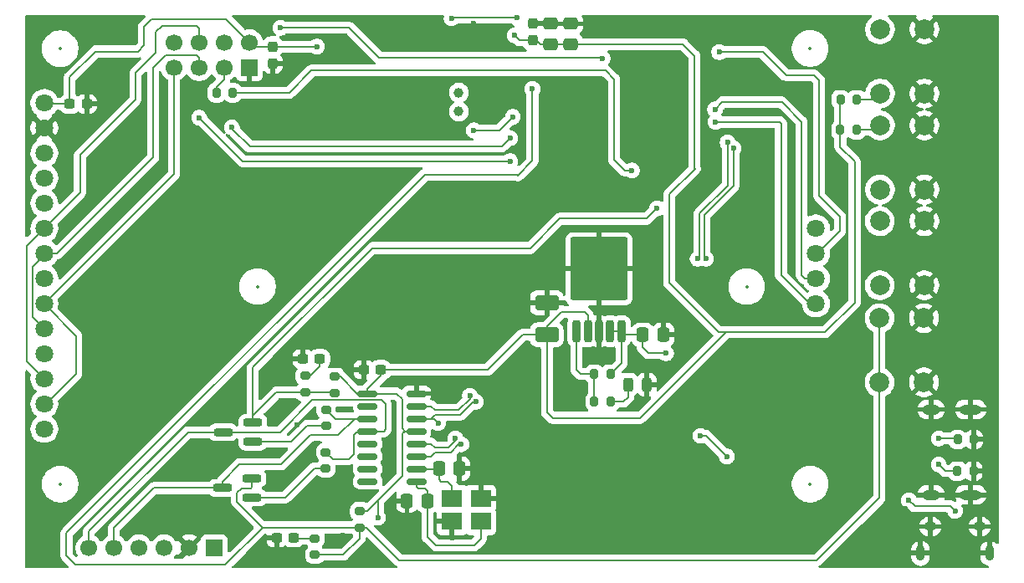
<source format=gbl>
%TF.GenerationSoftware,KiCad,Pcbnew,9.0.1*%
%TF.CreationDate,2025-12-02T19:06:14+01:00*%
%TF.ProjectId,stacja_pogody_modu__wew,73746163-6a61-45f7-906f-676f64795f6d,rev?*%
%TF.SameCoordinates,Original*%
%TF.FileFunction,Copper,L2,Bot*%
%TF.FilePolarity,Positive*%
%FSLAX46Y46*%
G04 Gerber Fmt 4.6, Leading zero omitted, Abs format (unit mm)*
G04 Created by KiCad (PCBNEW 9.0.1) date 2025-12-02 19:06:14*
%MOMM*%
%LPD*%
G01*
G04 APERTURE LIST*
G04 Aperture macros list*
%AMRoundRect*
0 Rectangle with rounded corners*
0 $1 Rounding radius*
0 $2 $3 $4 $5 $6 $7 $8 $9 X,Y pos of 4 corners*
0 Add a 4 corners polygon primitive as box body*
4,1,4,$2,$3,$4,$5,$6,$7,$8,$9,$2,$3,0*
0 Add four circle primitives for the rounded corners*
1,1,$1+$1,$2,$3*
1,1,$1+$1,$4,$5*
1,1,$1+$1,$6,$7*
1,1,$1+$1,$8,$9*
0 Add four rect primitives between the rounded corners*
20,1,$1+$1,$2,$3,$4,$5,0*
20,1,$1+$1,$4,$5,$6,$7,0*
20,1,$1+$1,$6,$7,$8,$9,0*
20,1,$1+$1,$8,$9,$2,$3,0*%
G04 Aperture macros list end*
%TA.AperFunction,HeatsinkPad*%
%ADD10O,1.800000X1.000000*%
%TD*%
%TA.AperFunction,HeatsinkPad*%
%ADD11O,2.200000X1.000000*%
%TD*%
%TA.AperFunction,ComponentPad*%
%ADD12C,1.800000*%
%TD*%
%TA.AperFunction,ComponentPad*%
%ADD13R,1.700000X1.700000*%
%TD*%
%TA.AperFunction,ComponentPad*%
%ADD14C,1.700000*%
%TD*%
%TA.AperFunction,ComponentPad*%
%ADD15C,2.000000*%
%TD*%
%TA.AperFunction,ComponentPad*%
%ADD16C,1.000000*%
%TD*%
%TA.AperFunction,HeatsinkPad*%
%ADD17C,0.600000*%
%TD*%
%TA.AperFunction,HeatsinkPad*%
%ADD18O,0.890000X1.550000*%
%TD*%
%TA.AperFunction,HeatsinkPad*%
%ADD19O,1.250000X0.950000*%
%TD*%
%TA.AperFunction,SMDPad,CuDef*%
%ADD20RoundRect,0.200000X0.200000X0.275000X-0.200000X0.275000X-0.200000X-0.275000X0.200000X-0.275000X0*%
%TD*%
%TA.AperFunction,SMDPad,CuDef*%
%ADD21RoundRect,0.200000X0.275000X-0.200000X0.275000X0.200000X-0.275000X0.200000X-0.275000X-0.200000X0*%
%TD*%
%TA.AperFunction,SMDPad,CuDef*%
%ADD22RoundRect,0.200000X0.750000X0.200000X-0.750000X0.200000X-0.750000X-0.200000X0.750000X-0.200000X0*%
%TD*%
%TA.AperFunction,SMDPad,CuDef*%
%ADD23RoundRect,0.250000X0.337500X0.475000X-0.337500X0.475000X-0.337500X-0.475000X0.337500X-0.475000X0*%
%TD*%
%TA.AperFunction,SMDPad,CuDef*%
%ADD24RoundRect,0.250000X-0.475000X0.337500X-0.475000X-0.337500X0.475000X-0.337500X0.475000X0.337500X0*%
%TD*%
%TA.AperFunction,SMDPad,CuDef*%
%ADD25RoundRect,0.237500X0.300000X0.237500X-0.300000X0.237500X-0.300000X-0.237500X0.300000X-0.237500X0*%
%TD*%
%TA.AperFunction,SMDPad,CuDef*%
%ADD26RoundRect,0.237500X-0.300000X-0.237500X0.300000X-0.237500X0.300000X0.237500X-0.300000X0.237500X0*%
%TD*%
%TA.AperFunction,SMDPad,CuDef*%
%ADD27RoundRect,0.237500X0.237500X-0.300000X0.237500X0.300000X-0.237500X0.300000X-0.237500X-0.300000X0*%
%TD*%
%TA.AperFunction,SMDPad,CuDef*%
%ADD28RoundRect,0.200000X-0.200000X-0.275000X0.200000X-0.275000X0.200000X0.275000X-0.200000X0.275000X0*%
%TD*%
%TA.AperFunction,SMDPad,CuDef*%
%ADD29RoundRect,0.237500X-0.237500X0.300000X-0.237500X-0.300000X0.237500X-0.300000X0.237500X0.300000X0*%
%TD*%
%TA.AperFunction,SMDPad,CuDef*%
%ADD30RoundRect,0.200000X-0.275000X0.200000X-0.275000X-0.200000X0.275000X-0.200000X0.275000X0.200000X0*%
%TD*%
%TA.AperFunction,SMDPad,CuDef*%
%ADD31RoundRect,0.250000X-0.337500X-0.475000X0.337500X-0.475000X0.337500X0.475000X-0.337500X0.475000X0*%
%TD*%
%TA.AperFunction,SMDPad,CuDef*%
%ADD32RoundRect,0.200000X0.200000X-0.900000X0.200000X0.900000X-0.200000X0.900000X-0.200000X-0.900000X0*%
%TD*%
%TA.AperFunction,SMDPad,CuDef*%
%ADD33RoundRect,0.249997X2.650003X-2.950003X2.650003X2.950003X-2.650003X2.950003X-2.650003X-2.950003X0*%
%TD*%
%TA.AperFunction,SMDPad,CuDef*%
%ADD34RoundRect,0.250001X0.944999X-0.507499X0.944999X0.507499X-0.944999X0.507499X-0.944999X-0.507499X0*%
%TD*%
%TA.AperFunction,SMDPad,CuDef*%
%ADD35RoundRect,0.243750X0.243750X0.456250X-0.243750X0.456250X-0.243750X-0.456250X0.243750X-0.456250X0*%
%TD*%
%TA.AperFunction,SMDPad,CuDef*%
%ADD36R,2.100000X1.800000*%
%TD*%
%TA.AperFunction,SMDPad,CuDef*%
%ADD37RoundRect,0.150000X0.825000X0.150000X-0.825000X0.150000X-0.825000X-0.150000X0.825000X-0.150000X0*%
%TD*%
%TA.AperFunction,ViaPad*%
%ADD38C,0.600000*%
%TD*%
%TA.AperFunction,Conductor*%
%ADD39C,0.200000*%
%TD*%
%ADD40C,0.300000*%
%ADD41O,1.400000X0.600000*%
%ADD42O,1.800000X0.600000*%
%ADD43C,0.350000*%
%ADD44C,0.200000*%
%ADD45O,0.500000X1.150000*%
%ADD46O,0.850000X0.550000*%
G04 APERTURE END LIST*
D10*
%TO.P,J3,S1,SHIELD*%
%TO.N,GND*%
X193175000Y-108080000D03*
D11*
X197155000Y-108080000D03*
D10*
X193175000Y-99440000D03*
D11*
X197155000Y-99440000D03*
%TD*%
D12*
%TO.P,U3,1,VCC*%
%TO.N,/V_3.3_OUT*%
X103419672Y-68399569D03*
%TO.P,U3,2,GND*%
%TO.N,GND*%
X103419672Y-70939569D03*
%TO.P,U3,3,CS*%
%TO.N,/LCD_CS*%
X103419672Y-73479569D03*
%TO.P,U3,4,RST*%
%TO.N,/LCD_RST*%
X103419672Y-76019569D03*
%TO.P,U3,5,DC*%
%TO.N,/LCD_DC*%
X103419672Y-78559569D03*
%TO.P,U3,6,MOSI*%
%TO.N,/LCD_MOSI*%
X103419672Y-81099569D03*
%TO.P,U3,7,SCK*%
%TO.N,/LCD_SCK*%
X103419672Y-83639569D03*
%TO.P,U3,8,LED*%
%TO.N,/LCD_LED*%
X103419672Y-86179569D03*
%TO.P,U3,9,MISO*%
%TO.N,/LCD_MISO*%
X103419672Y-88719569D03*
%TO.P,U3,10,T_CLK*%
%TO.N,/LCD_SCK*%
X103419672Y-91259569D03*
%TO.P,U3,11,T_CS*%
%TO.N,/LCD_T_CS*%
X103419672Y-93799569D03*
%TO.P,U3,12,T_DIN*%
%TO.N,/LCD_MOSI*%
X103419672Y-96339569D03*
%TO.P,U3,13,T_DOUT*%
%TO.N,/LCD_MISO*%
X103419672Y-98879569D03*
%TO.P,U3,14,T_IRQ*%
%TO.N,/LCD_T_IRQ*%
X103419672Y-101419569D03*
%TO.P,U3,15,SD_CS*%
%TO.N,/LCD_SD_CS*%
X181518044Y-81099849D03*
%TO.P,U3,16,SD_MOSI*%
%TO.N,/LCD_MOSI*%
X181518044Y-83639849D03*
%TO.P,U3,17,SD_MISO*%
%TO.N,/LCD_MISO*%
X181518044Y-86179849D03*
%TO.P,U3,18,SD_SCK*%
%TO.N,/LCD_SCK*%
X181518044Y-88719849D03*
%TD*%
D13*
%TO.P,J2,1,Pin_1*%
%TO.N,/V_3.3_OUT*%
X120620000Y-113440000D03*
D14*
%TO.P,J2,2,Pin_2*%
%TO.N,GND*%
X118080000Y-113440000D03*
%TO.P,J2,3,Pin_3*%
%TO.N,/CH340_UART+*%
X115540000Y-113440000D03*
%TO.P,J2,4,Pin_4*%
%TO.N,/CH340_UART-*%
X113000000Y-113440000D03*
%TO.P,J2,5,Pin_5*%
%TO.N,/CH340_RTS*%
X110460000Y-113440000D03*
%TO.P,J2,6,Pin_6*%
%TO.N,/CH340_DTR*%
X107920000Y-113440000D03*
%TD*%
D15*
%TO.P,SW4,1,C*%
%TO.N,GND*%
X192440000Y-90190000D03*
X192440000Y-96690000D03*
%TO.P,SW4,2,D*%
%TO.N,/ESP_ENABLE*%
X187940000Y-90190000D03*
X187940000Y-96690000D03*
%TD*%
D16*
%TO.P,Y2,1,1*%
%TO.N,Net-(U2-IO32)*%
X145360000Y-67370000D03*
%TO.P,Y2,2,2*%
%TO.N,Net-(U2-IO33)*%
X145360000Y-69270000D03*
%TD*%
D15*
%TO.P,SW3,1,C*%
%TO.N,GND*%
X192480000Y-80370000D03*
X192480000Y-86870000D03*
%TO.P,SW3,2,D*%
%TO.N,/ESP_BOOT*%
X187980000Y-80370000D03*
X187980000Y-86870000D03*
%TD*%
%TO.P,SW2,1,C*%
%TO.N,/Button_2*%
X187990000Y-67460000D03*
X187990000Y-60960000D03*
%TO.P,SW2,2,D*%
%TO.N,GND*%
X192490000Y-67460000D03*
X192490000Y-60960000D03*
%TD*%
D17*
%TO.P,U2,39,GND*%
%TO.N,GND*%
X155160000Y-67070000D03*
X155160000Y-68470000D03*
X155860000Y-66370000D03*
X155860000Y-67770000D03*
X155860000Y-69170000D03*
X156560000Y-67070000D03*
X156560000Y-68470000D03*
X157260000Y-66370000D03*
X157260000Y-67770000D03*
X157260000Y-69170000D03*
X157960000Y-67070000D03*
X157960000Y-68470000D03*
%TD*%
D18*
%TO.P,J1,6,Shield*%
%TO.N,GND*%
X192090000Y-113990000D03*
D19*
X193090000Y-111290000D03*
X198090000Y-111290000D03*
D18*
X199090000Y-113990000D03*
%TD*%
D15*
%TO.P,SW1,1,C*%
%TO.N,/Button_1*%
X187990000Y-77180000D03*
X187990000Y-70680000D03*
%TO.P,SW1,2,D*%
%TO.N,GND*%
X192490000Y-77180000D03*
X192490000Y-70680000D03*
%TD*%
D20*
%TO.P,R5,1*%
%TO.N,GND*%
X197455000Y-105670000D03*
%TO.P,R5,2*%
%TO.N,Net-(J3-CC1)*%
X195805000Y-105670000D03*
%TD*%
%TO.P,R2,1*%
%TO.N,/Button_1*%
X185625000Y-71140000D03*
%TO.P,R2,2*%
%TO.N,/V_3.3_OUT*%
X183975000Y-71140000D03*
%TD*%
D21*
%TO.P,R9,1*%
%TO.N,Net-(Q2-B)*%
X131940000Y-101095000D03*
%TO.P,R9,2*%
%TO.N,/CH340_RTS*%
X131940000Y-99445000D03*
%TD*%
%TO.P,R8,1*%
%TO.N,Net-(Q1-B)*%
X131910000Y-105405000D03*
%TO.P,R8,2*%
%TO.N,/CH340_DTR*%
X131910000Y-103755000D03*
%TD*%
D22*
%TO.P,Q1,1,C*%
%TO.N,/ESP_ENABLE*%
X124430000Y-106440000D03*
%TO.P,Q1,2,B*%
%TO.N,Net-(Q1-B)*%
X124430000Y-108340000D03*
%TO.P,Q1,3,E*%
%TO.N,/CH340_RTS*%
X121430000Y-107390000D03*
%TD*%
D20*
%TO.P,R18,1*%
%TO.N,/NRF_CE*%
X122495000Y-67390000D03*
%TO.P,R18,2*%
%TO.N,Net-(U5-CE)*%
X120845000Y-67390000D03*
%TD*%
D23*
%TO.P,C9,1*%
%TO.N,Net-(U6-XO)*%
X142197500Y-108690000D03*
%TO.P,C9,2*%
%TO.N,GND*%
X140122500Y-108690000D03*
%TD*%
D24*
%TO.P,C5,1*%
%TO.N,GND*%
X156700000Y-60402500D03*
%TO.P,C5,2*%
%TO.N,/V_3.3_OUT*%
X156700000Y-62477500D03*
%TD*%
D25*
%TO.P,C13,1*%
%TO.N,Net-(C13-Pad1)*%
X131302500Y-94310000D03*
%TO.P,C13,2*%
%TO.N,GND*%
X129577500Y-94310000D03*
%TD*%
%TO.P,C7,1*%
%TO.N,GND*%
X107712500Y-68510000D03*
%TO.P,C7,2*%
%TO.N,/V_3.3_OUT*%
X105987500Y-68510000D03*
%TD*%
D26*
%TO.P,C11,1*%
%TO.N,GND*%
X135747500Y-95410000D03*
%TO.P,C11,2*%
%TO.N,/V_3.3_OUT*%
X137472500Y-95410000D03*
%TD*%
D13*
%TO.P,U5,1,GND*%
%TO.N,GND*%
X124170000Y-64840000D03*
D14*
%TO.P,U5,2,VCC*%
%TO.N,/V_3.3_OUT*%
X124170000Y-62300000D03*
%TO.P,U5,3,CE*%
%TO.N,Net-(U5-CE)*%
X121630000Y-64840000D03*
%TO.P,U5,4,~{CSN}*%
%TO.N,/NRF_CSN*%
X121630000Y-62300000D03*
%TO.P,U5,5,SCK*%
%TO.N,/LCD_SCK*%
X119090000Y-64840000D03*
%TO.P,U5,6,MOSI*%
%TO.N,/LCD_MOSI*%
X119090000Y-62300000D03*
%TO.P,U5,7,MISO*%
%TO.N,/LCD_MISO*%
X116550000Y-64840000D03*
%TO.P,U5,8,IRQ*%
%TO.N,/NRF_IRQ*%
X116550000Y-62300000D03*
%TD*%
D27*
%TO.P,C6,1*%
%TO.N,GND*%
X126550000Y-64430000D03*
%TO.P,C6,2*%
%TO.N,/V_3.3_OUT*%
X126550000Y-62705000D03*
%TD*%
D28*
%TO.P,R7,1*%
%TO.N,/ER_FLG*%
X159065000Y-95860000D03*
%TO.P,R7,2*%
%TO.N,/V_3.3_IN*%
X160715000Y-95860000D03*
%TD*%
D29*
%TO.P,C2,1*%
%TO.N,GND*%
X152840000Y-60357500D03*
%TO.P,C2,2*%
%TO.N,/V_3.3_OUT*%
X152840000Y-62082500D03*
%TD*%
D30*
%TO.P,R12,1*%
%TO.N,Net-(C13-Pad1)*%
X129830000Y-96050000D03*
%TO.P,R12,2*%
%TO.N,/ESP_BOOT*%
X129830000Y-97700000D03*
%TD*%
D21*
%TO.P,R10,1*%
%TO.N,/ESP_BOOT*%
X132820000Y-97765000D03*
%TO.P,R10,2*%
%TO.N,/V_3.3_OUT*%
X132820000Y-96115000D03*
%TD*%
%TO.P,R11,1*%
%TO.N,/ESP_ENABLE*%
X135340000Y-111375000D03*
%TO.P,R11,2*%
%TO.N,/V_3.3_OUT*%
X135340000Y-109725000D03*
%TD*%
D22*
%TO.P,Q2,1,C*%
%TO.N,/ESP_BOOT*%
X124520000Y-100790000D03*
%TO.P,Q2,2,B*%
%TO.N,Net-(Q2-B)*%
X124520000Y-102690000D03*
%TO.P,Q2,3,E*%
%TO.N,/CH340_DTR*%
X121520000Y-101740000D03*
%TD*%
D20*
%TO.P,R4,1*%
%TO.N,/Button_2*%
X185635000Y-68070000D03*
%TO.P,R4,2*%
%TO.N,/V_3.3_OUT*%
X183985000Y-68070000D03*
%TD*%
D23*
%TO.P,C10,1*%
%TO.N,GND*%
X166057500Y-91870000D03*
%TO.P,C10,2*%
%TO.N,/V_3.3_IN*%
X163982500Y-91870000D03*
%TD*%
D28*
%TO.P,R15,1*%
%TO.N,/ER_FLG*%
X159085000Y-98640000D03*
%TO.P,R15,2*%
%TO.N,Net-(D2-A)*%
X160735000Y-98640000D03*
%TD*%
D31*
%TO.P,C8,1*%
%TO.N,Net-(U6-XI)*%
X143342500Y-105420000D03*
%TO.P,C8,2*%
%TO.N,GND*%
X145417500Y-105420000D03*
%TD*%
D32*
%TO.P,U7,1,ENB*%
%TO.N,/V_3.3_IN*%
X161835000Y-91505000D03*
%TO.P,U7,2,VIN*%
X160695000Y-91505000D03*
%TO.P,U7,3,GND*%
%TO.N,GND*%
X159555000Y-91505000D03*
D33*
X159555000Y-85205000D03*
D32*
%TO.P,U7,4,VOUT*%
%TO.N,/V_3.3_OUT*%
X158415000Y-91505000D03*
%TO.P,U7,5,FLG*%
%TO.N,/ER_FLG*%
X157275000Y-91505000D03*
%TD*%
D20*
%TO.P,R6,1*%
%TO.N,GND*%
X197500000Y-102480000D03*
%TO.P,R6,2*%
%TO.N,Net-(J3-CC2)*%
X195850000Y-102480000D03*
%TD*%
D30*
%TO.P,R14,1*%
%TO.N,Net-(C14-Pad1)*%
X130800000Y-112495000D03*
%TO.P,R14,2*%
%TO.N,/ESP_ENABLE*%
X130800000Y-114145000D03*
%TD*%
D34*
%TO.P,C12,1*%
%TO.N,/V_3.3_OUT*%
X154270000Y-91885000D03*
%TO.P,C12,2*%
%TO.N,GND*%
X154270000Y-88630000D03*
%TD*%
D35*
%TO.P,D2,1,K*%
%TO.N,GND*%
X164387500Y-96930000D03*
%TO.P,D2,2,A*%
%TO.N,Net-(D2-A)*%
X162512500Y-96930000D03*
%TD*%
D24*
%TO.P,C4,1*%
%TO.N,GND*%
X154670000Y-60402500D03*
%TO.P,C4,2*%
%TO.N,/V_3.3_OUT*%
X154670000Y-62477500D03*
%TD*%
D36*
%TO.P,Y1,1,1*%
%TO.N,Net-(U6-XI)*%
X144680000Y-108470000D03*
%TO.P,Y1,2,2*%
%TO.N,GND*%
X147580000Y-108470000D03*
%TO.P,Y1,3,3*%
%TO.N,Net-(U6-XO)*%
X147580000Y-110770000D03*
%TO.P,Y1,4,4*%
%TO.N,GND*%
X144680000Y-110770000D03*
%TD*%
D37*
%TO.P,U6,1,GND*%
%TO.N,GND*%
X141090000Y-97830000D03*
%TO.P,U6,2,TXD*%
%TO.N,/CH340_UART+*%
X141090000Y-99100000D03*
%TO.P,U6,3,RXD*%
%TO.N,/CH340_UART-*%
X141090000Y-100370000D03*
%TO.P,U6,4,V3*%
%TO.N,/V_3.3_OUT*%
X141090000Y-101640000D03*
%TO.P,U6,5,UD+*%
%TO.N,/MICRO_USB_D+*%
X141090000Y-102910000D03*
%TO.P,U6,6,UD-*%
%TO.N,/MICRO_USB_D-*%
X141090000Y-104180000D03*
%TO.P,U6,7,XI*%
%TO.N,Net-(U6-XI)*%
X141090000Y-105450000D03*
%TO.P,U6,8,XO*%
%TO.N,Net-(U6-XO)*%
X141090000Y-106720000D03*
%TO.P,U6,9,~{CTS}*%
%TO.N,unconnected-(U6-~{CTS}-Pad9)*%
X136140000Y-106720000D03*
%TO.P,U6,10,~{DSR}*%
%TO.N,unconnected-(U6-~{DSR}-Pad10)*%
X136140000Y-105450000D03*
%TO.P,U6,11,~{RI}*%
%TO.N,unconnected-(U6-~{RI}-Pad11)*%
X136140000Y-104180000D03*
%TO.P,U6,12,~{DCD}*%
%TO.N,unconnected-(U6-~{DCD}-Pad12)*%
X136140000Y-102910000D03*
%TO.P,U6,13,~{DTR}*%
%TO.N,/CH340_DTR*%
X136140000Y-101640000D03*
%TO.P,U6,14,~{RTS}*%
%TO.N,/CH340_RTS*%
X136140000Y-100370000D03*
%TO.P,U6,15,R232*%
%TO.N,unconnected-(U6-R232-Pad15)*%
X136140000Y-99100000D03*
%TO.P,U6,16,VCC*%
%TO.N,/V_3.3_OUT*%
X136140000Y-97830000D03*
%TD*%
D25*
%TO.P,C14,1*%
%TO.N,Net-(C14-Pad1)*%
X128662500Y-112420000D03*
%TO.P,C14,2*%
%TO.N,GND*%
X126937500Y-112420000D03*
%TD*%
D38*
%TO.N,/V_3.3_OUT*%
X137180000Y-110370000D03*
X151030000Y-61570000D03*
X131000000Y-62700000D03*
%TO.N,GND*%
X159555000Y-85240000D03*
X192360000Y-72730000D03*
X107750000Y-88300000D03*
X128510000Y-65210000D03*
X119350000Y-109250000D03*
X140050000Y-60920000D03*
X118430000Y-75220000D03*
X190470000Y-103230000D03*
X148080000Y-105450000D03*
X110170000Y-68310000D03*
X151810000Y-98440000D03*
X143620000Y-97890000D03*
X118430000Y-76640000D03*
X190560000Y-109470000D03*
X107690000Y-94400000D03*
X126880000Y-79870000D03*
X165190000Y-95040000D03*
X194780000Y-77590000D03*
X185850000Y-59990000D03*
X176100000Y-105870000D03*
X158870000Y-93720000D03*
X155790000Y-95490000D03*
X127880000Y-99830000D03*
X147330000Y-81740000D03*
X129150000Y-61750000D03*
X105480000Y-73960000D03*
X195060000Y-99570000D03*
X120990000Y-104470000D03*
X147350000Y-77880000D03*
X168710000Y-60220000D03*
X156790000Y-73530000D03*
X157600000Y-99200000D03*
X105430000Y-99130000D03*
X130900000Y-109150000D03*
X118590000Y-73440000D03*
X153560000Y-75000000D03*
X126960000Y-95360000D03*
X146880000Y-60350000D03*
X187020000Y-74060000D03*
X149830000Y-85780000D03*
X108340000Y-78400000D03*
X117930000Y-67520000D03*
X156830000Y-71990000D03*
X190320000Y-76920000D03*
X109670000Y-80180000D03*
X138500000Y-103020000D03*
X176720000Y-69400000D03*
X144710000Y-112440000D03*
X161930000Y-61080000D03*
X127500000Y-114950000D03*
X124350000Y-68980000D03*
X141390000Y-62670000D03*
X198090000Y-109700000D03*
X133610000Y-112140000D03*
X139990000Y-111510000D03*
X133640000Y-68490000D03*
X191130000Y-110680000D03*
X139900000Y-92960000D03*
X190530000Y-114110000D03*
X165080000Y-87100000D03*
X133790000Y-99470000D03*
X108550000Y-75190000D03*
X128970000Y-101010000D03*
X129770000Y-104790000D03*
X175650000Y-72810000D03*
%TO.N,/V_3.3_IN*%
X166340000Y-93750000D03*
%TO.N,/MICRO_USB_D-*%
X145620521Y-102960521D03*
%TO.N,/MICRO_USB_D+*%
X145019479Y-102359479D03*
X172490000Y-104200000D03*
X169830000Y-102100000D03*
%TO.N,Net-(J3-CC1)*%
X193930000Y-105000000D03*
%TO.N,Net-(J3-CC2)*%
X193960000Y-102370000D03*
%TO.N,/ESP_ENABLE*%
X152820000Y-66970000D03*
%TO.N,Net-(J1-D+)*%
X190920000Y-108640000D03*
X195590000Y-109700000D03*
%TO.N,/ESP_BOOT*%
X165410000Y-79080000D03*
%TO.N,/LCD_MOSI*%
X144630000Y-59840000D03*
X171730000Y-63260000D03*
X151260000Y-59800000D03*
%TO.N,/LCD_SCK*%
X150560002Y-74300000D03*
X171360000Y-70330000D03*
X119090000Y-69900000D03*
%TO.N,/NRF_CSN*%
X159910000Y-63890000D03*
X127330000Y-60800000D03*
%TO.N,/LCD_MISO*%
X122390000Y-70890000D03*
X171300000Y-69070000D03*
X150558122Y-71973315D03*
%TO.N,/LCD_CS*%
X150830000Y-69820000D03*
X146890000Y-71190000D03*
%TO.N,/CH340_UART-*%
X147100521Y-98660521D03*
X170385000Y-84180000D03*
X173170521Y-73010521D03*
X143270000Y-100800000D03*
%TO.N,/CH340_UART+*%
X146499479Y-98059479D03*
X169535000Y-84180000D03*
X172569479Y-72409479D03*
%TO.N,/NRF_CE*%
X162890000Y-75240000D03*
%TD*%
D39*
%TO.N,/V_3.3_OUT*%
X108590000Y-63200000D02*
X112900000Y-63200000D01*
X124575000Y-62705000D02*
X124170000Y-62300000D01*
X183975000Y-71140000D02*
X183975000Y-72855000D01*
X185420000Y-88640000D02*
X182450000Y-91610000D01*
X183975000Y-71140000D02*
X183975000Y-68080000D01*
X139660000Y-101380000D02*
X139920000Y-101640000D01*
X136095000Y-109725000D02*
X137180000Y-108640000D01*
X169210000Y-63640000D02*
X169210000Y-75020000D01*
X139920000Y-101640000D02*
X140115001Y-101640000D01*
X140115001Y-101640000D02*
X141090000Y-101640000D01*
X155730000Y-89580000D02*
X158100000Y-89580000D01*
X105987500Y-68510000D02*
X105987500Y-65802500D01*
X169260000Y-75070000D02*
X166655000Y-77675000D01*
X154270000Y-91040000D02*
X155730000Y-89580000D01*
X112900000Y-63200000D02*
X113500000Y-62600000D01*
X114280000Y-59920000D02*
X121790000Y-59920000D01*
X182450000Y-91610000D02*
X172390000Y-91610000D01*
X166655000Y-77675000D02*
X166655000Y-86625000D01*
X137472500Y-95410000D02*
X137472500Y-96037500D01*
X139650000Y-101870000D02*
X139880000Y-101640000D01*
X137472500Y-96037500D02*
X136140000Y-97370000D01*
X137180000Y-110370000D02*
X137180000Y-108640000D01*
X185420000Y-74300000D02*
X185420000Y-88640000D01*
X168047500Y-62477500D02*
X169210000Y-63640000D01*
X136140000Y-97370000D02*
X136140000Y-97830000D01*
X154270000Y-91885000D02*
X154270000Y-91040000D01*
X152840000Y-62082500D02*
X153192500Y-62082500D01*
X113500000Y-60700000D02*
X114280000Y-59920000D01*
X163710000Y-100290000D02*
X154860000Y-100290000D01*
X151542500Y-62082500D02*
X152840000Y-62082500D01*
X133375000Y-96115000D02*
X135090000Y-97830000D01*
X139660000Y-98420000D02*
X139660000Y-101380000D01*
X105987500Y-65802500D02*
X108590000Y-63200000D01*
X158100000Y-89580000D02*
X158415000Y-89895000D01*
X135340000Y-109725000D02*
X136095000Y-109725000D01*
X183975000Y-68080000D02*
X183985000Y-68070000D01*
X113500000Y-62600000D02*
X113500000Y-60700000D01*
X105987500Y-68510000D02*
X103476348Y-68510000D01*
X172390000Y-91610000D02*
X163710000Y-100290000D01*
X137472500Y-95410000D02*
X148290000Y-95410000D01*
X132820000Y-96115000D02*
X133375000Y-96115000D01*
X148290000Y-95410000D02*
X151815000Y-91885000D01*
X103476348Y-68510000D02*
X103471628Y-68514720D01*
X130405000Y-62705000D02*
X126550000Y-62705000D01*
X136140000Y-97830000D02*
X139070000Y-97830000D01*
X154270000Y-99700000D02*
X154270000Y-91885000D01*
X130410000Y-62700000D02*
X130405000Y-62705000D01*
X139880000Y-101640000D02*
X140115001Y-101640000D01*
X121790000Y-59920000D02*
X124170000Y-62300000D01*
X166655000Y-86625000D02*
X171640000Y-91610000D01*
X154860000Y-100290000D02*
X154270000Y-99700000D01*
X156700000Y-62477500D02*
X168047500Y-62477500D01*
X183975000Y-72855000D02*
X185420000Y-74300000D01*
X158415000Y-89895000D02*
X158415000Y-91505000D01*
X137180000Y-108640000D02*
X139650000Y-106170000D01*
X151815000Y-91885000D02*
X154270000Y-91885000D01*
X154670000Y-62477500D02*
X156700000Y-62477500D01*
X169210000Y-75020000D02*
X169260000Y-75070000D01*
X135090000Y-97830000D02*
X136140000Y-97830000D01*
X139650000Y-106170000D02*
X139650000Y-101870000D01*
X139070000Y-97830000D02*
X139660000Y-98420000D01*
X153192500Y-62082500D02*
X153587500Y-62477500D01*
X126550000Y-62705000D02*
X124575000Y-62705000D01*
X153587500Y-62477500D02*
X154670000Y-62477500D01*
X171640000Y-91610000D02*
X172390000Y-91610000D01*
X131000000Y-62700000D02*
X130410000Y-62700000D01*
X151030000Y-61570000D02*
X151542500Y-62082500D01*
%TO.N,GND*%
X154670000Y-60402500D02*
X156700000Y-60402500D01*
X153560000Y-75000000D02*
X155030000Y-73530000D01*
X161252500Y-60402500D02*
X156700000Y-60402500D01*
X154625000Y-60357500D02*
X154670000Y-60402500D01*
X159555000Y-85240000D02*
X159555000Y-85205000D01*
X147330000Y-81740000D02*
X147310000Y-81720000D01*
X145380000Y-105457500D02*
X145417500Y-105420000D01*
X152840000Y-60357500D02*
X154625000Y-60357500D01*
X147310000Y-77920000D02*
X147350000Y-77880000D01*
X156757500Y-83250000D02*
X157117500Y-82890000D01*
X161930000Y-61080000D02*
X161252500Y-60402500D01*
X159555000Y-91505000D02*
X159555000Y-85240000D01*
X155030000Y-73530000D02*
X156790000Y-73530000D01*
X147310000Y-81720000D02*
X147310000Y-77920000D01*
%TO.N,/V_3.3_IN*%
X163982500Y-93162500D02*
X163982500Y-91870000D01*
X161835000Y-91505000D02*
X160695000Y-91505000D01*
X164570000Y-93750000D02*
X163982500Y-93162500D01*
X161835000Y-94740000D02*
X160715000Y-95860000D01*
X162200000Y-91870000D02*
X161835000Y-91505000D01*
X166340000Y-93750000D02*
X164570000Y-93750000D01*
X163982500Y-91870000D02*
X162200000Y-91870000D01*
X161835000Y-91505000D02*
X161835000Y-94740000D01*
X164492500Y-91902500D02*
X164492500Y-91820000D01*
%TO.N,Net-(D2-A)*%
X160735000Y-98640000D02*
X162040000Y-98640000D01*
X162040000Y-98640000D02*
X162512500Y-98167500D01*
X162512500Y-98167500D02*
X162512500Y-96930000D01*
%TO.N,Net-(U6-XI)*%
X143342500Y-106532500D02*
X143590000Y-106780000D01*
X143590000Y-106780000D02*
X144240000Y-106780000D01*
X144240000Y-106780000D02*
X144680000Y-107220000D01*
X143342500Y-105420000D02*
X143342500Y-106532500D01*
X141090000Y-105450000D02*
X143312500Y-105450000D01*
X143312500Y-105450000D02*
X143342500Y-105420000D01*
X144680000Y-107220000D02*
X144680000Y-108470000D01*
%TO.N,Net-(U6-XO)*%
X146920000Y-113200000D02*
X147580000Y-112540000D01*
X142197500Y-112327500D02*
X143070000Y-113200000D01*
X143070000Y-113200000D02*
X146920000Y-113200000D01*
X141090000Y-107290000D02*
X141240000Y-107440000D01*
X147580000Y-112540000D02*
X147580000Y-110770000D01*
X141920000Y-107440000D02*
X142197500Y-107717500D01*
X141090000Y-106720000D02*
X141090000Y-107290000D01*
X142197500Y-107717500D02*
X142197500Y-108690000D01*
X142197500Y-108690000D02*
X142197500Y-112327500D01*
X141240000Y-107440000D02*
X141920000Y-107440000D01*
%TO.N,Net-(C14-Pad1)*%
X128737500Y-112495000D02*
X128662500Y-112420000D01*
X130800000Y-112495000D02*
X128737500Y-112495000D01*
%TO.N,Net-(C13-Pad1)*%
X130360000Y-96050000D02*
X131302500Y-95107500D01*
X129830000Y-96050000D02*
X130360000Y-96050000D01*
X131302500Y-95107500D02*
X131302500Y-94310000D01*
%TO.N,/MICRO_USB_D-*%
X142552501Y-104180000D02*
X142962501Y-103770000D01*
X144528199Y-103770000D02*
X145337678Y-102960521D01*
X142962501Y-103770000D02*
X144528199Y-103770000D01*
X145337678Y-102960521D02*
X145620521Y-102960521D01*
X141090000Y-104180000D02*
X142552501Y-104180000D01*
%TO.N,/MICRO_USB_D+*%
X142962501Y-103320000D02*
X144341801Y-103320000D01*
X170390000Y-102100000D02*
X169830000Y-102100000D01*
X141090000Y-102910000D02*
X142552501Y-102910000D01*
X144341801Y-103320000D02*
X145019479Y-102642322D01*
X172490000Y-104200000D02*
X170390000Y-102100000D01*
X145019479Y-102642322D02*
X145019479Y-102359479D01*
X142552501Y-102910000D02*
X142962501Y-103320000D01*
%TO.N,Net-(J3-CC1)*%
X194600000Y-105670000D02*
X195805000Y-105670000D01*
X193930000Y-105000000D02*
X194600000Y-105670000D01*
%TO.N,Net-(J3-CC2)*%
X193960000Y-102370000D02*
X195740000Y-102370000D01*
X195740000Y-102370000D02*
X195850000Y-102480000D01*
%TO.N,Net-(Q1-B)*%
X124430000Y-108340000D02*
X127790000Y-108340000D01*
X127790000Y-108340000D02*
X130725000Y-105405000D01*
X130725000Y-105405000D02*
X131910000Y-105405000D01*
%TO.N,/ESP_ENABLE*%
X151340000Y-75750000D02*
X151290000Y-75700000D01*
X123380000Y-107410000D02*
X124330000Y-107410000D01*
X135975000Y-111375000D02*
X135340000Y-111375000D01*
X122920000Y-108800000D02*
X122920000Y-107870000D01*
X122920000Y-107870000D02*
X123380000Y-107410000D01*
X125495000Y-111375000D02*
X122920000Y-108800000D01*
X135340000Y-112490000D02*
X135340000Y-111375000D01*
X141920000Y-75700000D02*
X105660000Y-111960000D01*
X151290000Y-75700000D02*
X141920000Y-75700000D01*
X139320000Y-114720000D02*
X135975000Y-111375000D01*
X130800000Y-114145000D02*
X133685000Y-114145000D01*
X187940000Y-108360000D02*
X181580000Y-114720000D01*
X135340000Y-111375000D02*
X125495000Y-111375000D01*
X133685000Y-114145000D02*
X135340000Y-112490000D01*
X105660000Y-114240000D02*
X106570000Y-115150000D01*
X187940000Y-96690000D02*
X187940000Y-108360000D01*
X181580000Y-114720000D02*
X139320000Y-114720000D01*
X152820000Y-74270000D02*
X151340000Y-75750000D01*
X121720000Y-115150000D02*
X125495000Y-111375000D01*
X105660000Y-111960000D02*
X105660000Y-114240000D01*
X124330000Y-107410000D02*
X124430000Y-107310000D01*
X152820000Y-66970000D02*
X152820000Y-74270000D01*
X106570000Y-115150000D02*
X121720000Y-115150000D01*
X187940000Y-96690000D02*
X187940000Y-90190000D01*
X124430000Y-107310000D02*
X124430000Y-106440000D01*
%TO.N,Net-(Q2-B)*%
X128430000Y-102690000D02*
X124520000Y-102690000D01*
X131940000Y-101095000D02*
X130025000Y-101095000D01*
X130025000Y-101095000D02*
X128430000Y-102690000D01*
%TO.N,Net-(J1-D+)*%
X195140000Y-109250000D02*
X191530000Y-109250000D01*
X191530000Y-109250000D02*
X190920000Y-108640000D01*
X195590000Y-109700000D02*
X195140000Y-109250000D01*
%TO.N,/ESP_BOOT*%
X124520000Y-95190000D02*
X124520000Y-100790000D01*
X152589000Y-83101000D02*
X136609000Y-83101000D01*
X165410000Y-79080000D02*
X164360000Y-80130000D01*
X132780000Y-97725000D02*
X132820000Y-97765000D01*
X126890000Y-97730000D02*
X128400000Y-97730000D01*
X124520000Y-100100000D02*
X126890000Y-97730000D01*
X136609000Y-83101000D02*
X124520000Y-95190000D01*
X128400000Y-97730000D02*
X128405000Y-97725000D01*
X128405000Y-97725000D02*
X132780000Y-97725000D01*
X155560000Y-80130000D02*
X152589000Y-83101000D01*
X124520000Y-100790000D02*
X124520000Y-100100000D01*
X164360000Y-80130000D02*
X155560000Y-80130000D01*
%TO.N,/Button_1*%
X185625000Y-71140000D02*
X187530000Y-71140000D01*
X187530000Y-71140000D02*
X187990000Y-70680000D01*
%TO.N,/Button_2*%
X185635000Y-68070000D02*
X187380000Y-68070000D01*
X187380000Y-68070000D02*
X187990000Y-67460000D01*
%TO.N,/LCD_MOSI*%
X151209000Y-59749000D02*
X151260000Y-59800000D01*
X144630000Y-59840000D02*
X144721000Y-59749000D01*
X183940000Y-79940000D02*
X183940000Y-81385000D01*
X114680000Y-63340000D02*
X114680000Y-61250000D01*
X176140000Y-63260000D02*
X178480000Y-65600000D01*
X115320000Y-60610000D02*
X118870000Y-60610000D01*
X103419672Y-81099569D02*
X101660000Y-82859241D01*
X181840000Y-66160000D02*
X181840000Y-77840000D01*
X181280000Y-65600000D02*
X181840000Y-66160000D01*
X112620000Y-68090000D02*
X112620000Y-65400000D01*
X119090000Y-60830000D02*
X119090000Y-62300000D01*
X101660000Y-94579897D02*
X103419672Y-96339569D01*
X114680000Y-61250000D02*
X115320000Y-60610000D01*
X103419672Y-81099569D02*
X107020000Y-77499241D01*
X107020000Y-73690000D02*
X112620000Y-68090000D01*
X112620000Y-65400000D02*
X114680000Y-63340000D01*
X144721000Y-59749000D02*
X151209000Y-59749000D01*
X101660000Y-82859241D02*
X101660000Y-94579897D01*
X107020000Y-77499241D02*
X107020000Y-73690000D01*
X183940000Y-81385000D02*
X181570000Y-83755000D01*
X118870000Y-60610000D02*
X119090000Y-60830000D01*
X171730000Y-63260000D02*
X176140000Y-63260000D01*
X181840000Y-77840000D02*
X183940000Y-79940000D01*
X178480000Y-65600000D02*
X181280000Y-65600000D01*
%TO.N,/LCD_SCK*%
X102200000Y-90103092D02*
X103471628Y-91374720D01*
X119090000Y-63800000D02*
X119090000Y-64840000D01*
X102200000Y-85026348D02*
X102200000Y-90103092D01*
X180985000Y-88835000D02*
X181570000Y-88835000D01*
X114420000Y-64850000D02*
X115690000Y-63580000D01*
X104692464Y-83639569D02*
X114420000Y-73912033D01*
X114420000Y-73912033D02*
X114420000Y-64850000D01*
X123510000Y-74320000D02*
X119090000Y-69900000D01*
X177814322Y-70330000D02*
X177970000Y-70485678D01*
X103471628Y-83754720D02*
X102200000Y-85026348D01*
X177970000Y-70485678D02*
X177970000Y-85820000D01*
X118870000Y-63580000D02*
X119090000Y-63800000D01*
X177970000Y-85820000D02*
X180985000Y-88835000D01*
X150540002Y-74320000D02*
X123510000Y-74320000D01*
X103419672Y-83639569D02*
X104692464Y-83639569D01*
X150560002Y-74300000D02*
X150540002Y-74320000D01*
X115690000Y-63580000D02*
X118870000Y-63580000D01*
X171360000Y-70330000D02*
X177814322Y-70330000D01*
%TO.N,/NRF_CSN*%
X134270000Y-60800000D02*
X137290000Y-63820000D01*
X127330000Y-60800000D02*
X134270000Y-60800000D01*
X137290000Y-63820000D02*
X159840000Y-63820000D01*
X159840000Y-63820000D02*
X159910000Y-63890000D01*
%TO.N,/LCD_MISO*%
X106665000Y-95801348D02*
X106665000Y-92028092D01*
X180060000Y-85850000D02*
X180389849Y-86179849D01*
X180389849Y-86179849D02*
X181518044Y-86179849D01*
X116550000Y-75589241D02*
X116550000Y-64840000D01*
X149711437Y-72820000D02*
X150558122Y-71973315D01*
X103471628Y-98994720D02*
X106665000Y-95801348D01*
X106665000Y-92028092D02*
X103471628Y-88834720D01*
X180050000Y-85740000D02*
X180060000Y-85750000D01*
X172020000Y-68350000D02*
X178060000Y-68350000D01*
X124210000Y-72820000D02*
X149711437Y-72820000D01*
X171300000Y-69070000D02*
X172020000Y-68350000D01*
X103419672Y-88719569D02*
X116550000Y-75589241D01*
X122390000Y-71000000D02*
X124210000Y-72820000D01*
X122390000Y-70890000D02*
X122390000Y-71000000D01*
X180060000Y-85750000D02*
X180060000Y-85850000D01*
X178060000Y-68350000D02*
X180050000Y-70340000D01*
X180050000Y-70340000D02*
X180050000Y-85740000D01*
%TO.N,/LCD_CS*%
X146890000Y-71190000D02*
X149460000Y-71190000D01*
X149460000Y-71190000D02*
X150830000Y-69820000D01*
%TO.N,/CH340_UART-*%
X141090000Y-100370000D02*
X142552501Y-100370000D01*
X170385000Y-84180000D02*
X170185001Y-83980001D01*
X143270000Y-100800000D02*
X142840000Y-100370000D01*
X142552501Y-100370000D02*
X142962501Y-99960000D01*
X173170521Y-76789479D02*
X173170521Y-73010521D01*
X142840000Y-100370000D02*
X141090000Y-100370000D01*
X145518199Y-99960000D02*
X146817678Y-98660521D01*
X170185001Y-79774999D02*
X173170521Y-76789479D01*
X142962501Y-99960000D02*
X145518199Y-99960000D01*
X170185001Y-83980001D02*
X170185001Y-79774999D01*
X146817678Y-98660521D02*
X147100521Y-98660521D01*
%TO.N,/CH340_UART+*%
X142962501Y-99510000D02*
X145331801Y-99510000D01*
X145331801Y-99510000D02*
X146499479Y-98342322D01*
X141090000Y-99100000D02*
X142552501Y-99100000D01*
X169734999Y-83980001D02*
X169734999Y-79588603D01*
X169734999Y-79588603D02*
X172569479Y-76754123D01*
X169535000Y-84180000D02*
X169734999Y-83980001D01*
X172569479Y-76754123D02*
X172569479Y-72409479D01*
X142552501Y-99100000D02*
X142962501Y-99510000D01*
X146499479Y-98342322D02*
X146499479Y-98059479D01*
%TO.N,/ER_FLG*%
X157275000Y-91505000D02*
X157275000Y-95425000D01*
X157275000Y-95425000D02*
X157710000Y-95860000D01*
X159085000Y-95880000D02*
X159065000Y-95860000D01*
X159085000Y-98640000D02*
X159085000Y-95880000D01*
X157710000Y-95860000D02*
X159065000Y-95860000D01*
%TO.N,/CH340_RTS*%
X123160000Y-104990000D02*
X127420000Y-104990000D01*
X114490000Y-107390000D02*
X121430000Y-107390000D01*
X130370000Y-102040000D02*
X133130000Y-102040000D01*
X121430000Y-107390000D02*
X121430000Y-106720000D01*
X121430000Y-106720000D02*
X123160000Y-104990000D01*
X133130000Y-102040000D02*
X134800000Y-100370000D01*
X134800000Y-100370000D02*
X136140000Y-100370000D01*
X132865000Y-100370000D02*
X136140000Y-100370000D01*
X110460000Y-111420000D02*
X114490000Y-107390000D01*
X127420000Y-104990000D02*
X130370000Y-102040000D01*
X131940000Y-99445000D02*
X132865000Y-100370000D01*
X110460000Y-113440000D02*
X110460000Y-111420000D01*
%TO.N,/CH340_DTR*%
X127280000Y-101740000D02*
X130521000Y-98499000D01*
X134720000Y-104000000D02*
X134720000Y-102000000D01*
X134730000Y-102000000D02*
X135090000Y-101640000D01*
X137549000Y-98499000D02*
X137950000Y-98900000D01*
X132601000Y-104446000D02*
X134274000Y-104446000D01*
X137770000Y-101640000D02*
X136140000Y-101640000D01*
X135090000Y-101640000D02*
X136140000Y-101640000D01*
X134274000Y-104446000D02*
X134720000Y-104000000D01*
X130521000Y-98499000D02*
X137549000Y-98499000D01*
X107920000Y-113440000D02*
X107920000Y-111770000D01*
X137950000Y-101460000D02*
X137770000Y-101640000D01*
X107920000Y-111770000D02*
X117950000Y-101740000D01*
X121520000Y-101740000D02*
X127280000Y-101740000D01*
X134720000Y-102000000D02*
X134730000Y-102000000D01*
X137950000Y-98900000D02*
X137950000Y-101460000D01*
X131910000Y-103755000D02*
X132601000Y-104446000D01*
X117950000Y-101740000D02*
X121520000Y-101740000D01*
%TO.N,/NRF_CE*%
X162890000Y-75240000D02*
X162140000Y-75240000D01*
X130470000Y-65130000D02*
X128210000Y-67390000D01*
X128210000Y-67390000D02*
X122495000Y-67390000D01*
X160200000Y-65130000D02*
X130470000Y-65130000D01*
X161090000Y-66020000D02*
X160200000Y-65130000D01*
X161090000Y-74190000D02*
X161090000Y-66020000D01*
X162140000Y-75240000D02*
X161090000Y-74190000D01*
%TO.N,Net-(U5-CE)*%
X120845000Y-66825000D02*
X121630000Y-66040000D01*
X121630000Y-66040000D02*
X121630000Y-64840000D01*
X120845000Y-67390000D02*
X120845000Y-66825000D01*
%TD*%
%TA.AperFunction,Conductor*%
%TO.N,GND*%
G36*
X167814442Y-63097685D02*
G01*
X167835084Y-63114319D01*
X168573181Y-63852416D01*
X168606666Y-63913739D01*
X168609500Y-63940097D01*
X168609500Y-74819902D01*
X168589815Y-74886941D01*
X168573181Y-74907583D01*
X166174481Y-77306282D01*
X166174479Y-77306284D01*
X166169913Y-77314194D01*
X166149786Y-77349056D01*
X166095423Y-77443215D01*
X166054499Y-77595943D01*
X166054499Y-77595945D01*
X166054499Y-77764046D01*
X166054500Y-77764059D01*
X166054500Y-78315899D01*
X166034815Y-78382938D01*
X165982011Y-78428693D01*
X165912853Y-78438637D01*
X165861610Y-78419002D01*
X165789183Y-78370608D01*
X165789172Y-78370602D01*
X165643501Y-78310264D01*
X165643489Y-78310261D01*
X165488845Y-78279500D01*
X165488842Y-78279500D01*
X165331158Y-78279500D01*
X165331155Y-78279500D01*
X165176510Y-78310261D01*
X165176498Y-78310264D01*
X165030827Y-78370602D01*
X165030814Y-78370609D01*
X164899711Y-78458210D01*
X164899707Y-78458213D01*
X164788213Y-78569707D01*
X164788210Y-78569711D01*
X164700609Y-78700814D01*
X164700602Y-78700827D01*
X164640264Y-78846498D01*
X164640261Y-78846508D01*
X164609361Y-79001850D01*
X164576976Y-79063761D01*
X164575425Y-79065339D01*
X164147584Y-79493181D01*
X164086261Y-79526666D01*
X164059903Y-79529500D01*
X155480940Y-79529500D01*
X155440019Y-79540464D01*
X155440019Y-79540465D01*
X155402751Y-79550451D01*
X155328214Y-79570423D01*
X155328209Y-79570426D01*
X155191290Y-79649475D01*
X155191282Y-79649481D01*
X155079478Y-79761286D01*
X152376584Y-82464181D01*
X152315261Y-82497666D01*
X152288903Y-82500500D01*
X136695670Y-82500500D01*
X136695654Y-82500499D01*
X136688058Y-82500499D01*
X136529943Y-82500499D01*
X136453579Y-82520961D01*
X136377214Y-82541423D01*
X136377209Y-82541426D01*
X136240290Y-82620475D01*
X136240282Y-82620481D01*
X124039481Y-94821282D01*
X124039480Y-94821284D01*
X123999280Y-94890914D01*
X123989361Y-94908094D01*
X123989359Y-94908096D01*
X123960425Y-94958209D01*
X123960424Y-94958210D01*
X123949925Y-94997392D01*
X123919499Y-95110943D01*
X123919499Y-95110945D01*
X123919499Y-95279046D01*
X123919500Y-95279059D01*
X123919500Y-99765500D01*
X123899815Y-99832539D01*
X123847011Y-99878294D01*
X123795500Y-99889500D01*
X123713384Y-99889500D01*
X123694145Y-99891248D01*
X123642807Y-99895913D01*
X123480393Y-99946522D01*
X123334811Y-100034530D01*
X123214530Y-100154811D01*
X123126522Y-100300393D01*
X123075913Y-100462807D01*
X123069500Y-100533386D01*
X123069500Y-101015500D01*
X123066949Y-101024185D01*
X123068238Y-101033147D01*
X123057259Y-101057187D01*
X123049815Y-101082539D01*
X123042974Y-101088466D01*
X123039213Y-101096703D01*
X123016978Y-101110992D01*
X122997011Y-101128294D01*
X122986496Y-101130581D01*
X122980435Y-101134477D01*
X122945500Y-101139500D01*
X122911520Y-101139500D01*
X122844481Y-101119815D01*
X122823839Y-101103181D01*
X122705188Y-100984530D01*
X122681981Y-100970501D01*
X122559606Y-100896522D01*
X122397196Y-100845914D01*
X122397194Y-100845913D01*
X122397192Y-100845913D01*
X122347778Y-100841423D01*
X122326616Y-100839500D01*
X120713384Y-100839500D01*
X120694145Y-100841248D01*
X120642807Y-100845913D01*
X120480393Y-100896522D01*
X120334811Y-100984530D01*
X120334810Y-100984531D01*
X120216161Y-101103181D01*
X120154838Y-101136666D01*
X120128480Y-101139500D01*
X118036669Y-101139500D01*
X118036653Y-101139499D01*
X118029057Y-101139499D01*
X117870943Y-101139499D01*
X117763587Y-101168265D01*
X117718210Y-101180424D01*
X117718209Y-101180425D01*
X117668096Y-101209359D01*
X117668095Y-101209360D01*
X117633035Y-101229602D01*
X117581285Y-101259479D01*
X117581282Y-101259481D01*
X107439479Y-111401284D01*
X107417752Y-111438918D01*
X107408568Y-111454826D01*
X107360423Y-111538215D01*
X107319499Y-111690943D01*
X107319499Y-111690945D01*
X107319499Y-111859046D01*
X107319500Y-111859059D01*
X107319500Y-112154281D01*
X107299815Y-112221320D01*
X107251795Y-112264765D01*
X107212185Y-112284947D01*
X107212184Y-112284948D01*
X107040213Y-112409890D01*
X106889890Y-112560213D01*
X106764951Y-112732179D01*
X106668444Y-112921585D01*
X106602753Y-113123760D01*
X106584351Y-113239947D01*
X106569500Y-113333713D01*
X106569500Y-113546287D01*
X106579534Y-113609644D01*
X106598698Y-113730639D01*
X106602754Y-113756243D01*
X106645689Y-113888384D01*
X106668444Y-113958414D01*
X106764953Y-114147824D01*
X106767495Y-114151972D01*
X106765882Y-114152960D01*
X106786654Y-114211185D01*
X106770826Y-114279238D01*
X106720719Y-114327931D01*
X106652240Y-114341804D01*
X106587132Y-114316452D01*
X106575175Y-114305940D01*
X106296819Y-114027584D01*
X106263334Y-113966261D01*
X106260500Y-113939903D01*
X106260500Y-112260097D01*
X106280185Y-112193058D01*
X106296819Y-112172416D01*
X142132417Y-76336819D01*
X142193740Y-76303334D01*
X142220098Y-76300500D01*
X151061636Y-76300500D01*
X151100179Y-76308165D01*
X151100365Y-76307473D01*
X151108213Y-76309575D01*
X151108215Y-76309577D01*
X151260943Y-76350501D01*
X151260946Y-76350501D01*
X151419056Y-76350501D01*
X151419057Y-76350501D01*
X151419058Y-76350501D01*
X151571785Y-76309577D01*
X151708716Y-76230520D01*
X151820520Y-76118716D01*
X151820520Y-76118714D01*
X151830724Y-76108511D01*
X151830728Y-76108506D01*
X153178506Y-74760728D01*
X153178511Y-74760724D01*
X153188714Y-74750520D01*
X153188716Y-74750520D01*
X153300520Y-74638716D01*
X153362937Y-74530606D01*
X153379577Y-74501785D01*
X153420500Y-74349057D01*
X153420500Y-74190943D01*
X153420500Y-67549765D01*
X153440185Y-67482726D01*
X153441398Y-67480874D01*
X153445439Y-67474827D01*
X153529394Y-67349179D01*
X153536789Y-67331327D01*
X153561872Y-67270769D01*
X153589737Y-67203497D01*
X153620500Y-67048842D01*
X153620500Y-66891158D01*
X153620500Y-66891155D01*
X153620499Y-66891153D01*
X153619077Y-66884003D01*
X153589737Y-66736503D01*
X153587962Y-66732218D01*
X153529397Y-66590827D01*
X153529390Y-66590814D01*
X153441789Y-66459711D01*
X153441786Y-66459707D01*
X153330292Y-66348213D01*
X153330288Y-66348210D01*
X153199185Y-66260609D01*
X153199172Y-66260602D01*
X153053501Y-66200264D01*
X153053489Y-66200261D01*
X152898845Y-66169500D01*
X152898842Y-66169500D01*
X152741158Y-66169500D01*
X152741155Y-66169500D01*
X152586510Y-66200261D01*
X152586498Y-66200264D01*
X152440827Y-66260602D01*
X152440814Y-66260609D01*
X152309711Y-66348210D01*
X152309707Y-66348213D01*
X152198213Y-66459707D01*
X152198210Y-66459711D01*
X152110609Y-66590814D01*
X152110602Y-66590827D01*
X152050264Y-66736498D01*
X152050261Y-66736510D01*
X152019500Y-66891153D01*
X152019500Y-67048846D01*
X152050261Y-67203489D01*
X152050264Y-67203501D01*
X152110602Y-67349172D01*
X152110609Y-67349185D01*
X152198602Y-67480874D01*
X152219480Y-67547551D01*
X152219500Y-67549765D01*
X152219500Y-73969903D01*
X152199815Y-74036942D01*
X152183181Y-74057584D01*
X151503588Y-74737176D01*
X151442265Y-74770661D01*
X151372573Y-74765677D01*
X151316640Y-74723805D01*
X151292223Y-74658341D01*
X151301345Y-74602045D01*
X151329739Y-74533497D01*
X151360502Y-74378842D01*
X151360502Y-74221158D01*
X151360502Y-74221155D01*
X151360501Y-74221153D01*
X151345118Y-74143817D01*
X151329739Y-74066503D01*
X151298502Y-73991089D01*
X151269399Y-73920827D01*
X151269392Y-73920814D01*
X151181791Y-73789711D01*
X151181788Y-73789707D01*
X151070294Y-73678213D01*
X151070290Y-73678210D01*
X150939187Y-73590609D01*
X150939174Y-73590602D01*
X150793503Y-73530264D01*
X150793491Y-73530261D01*
X150638847Y-73499500D01*
X150638844Y-73499500D01*
X150481160Y-73499500D01*
X150481157Y-73499500D01*
X150326512Y-73530261D01*
X150326500Y-73530264D01*
X150180829Y-73590602D01*
X150180816Y-73590609D01*
X150049713Y-73678210D01*
X150049709Y-73678213D01*
X150044742Y-73683181D01*
X150022704Y-73695214D01*
X150002934Y-73710703D01*
X149989687Y-73713243D01*
X149983419Y-73716666D01*
X149974984Y-73716062D01*
X149957061Y-73719500D01*
X123810097Y-73719500D01*
X123743058Y-73699815D01*
X123722416Y-73683181D01*
X121779399Y-71740164D01*
X121745914Y-71678841D01*
X121750898Y-71609149D01*
X121792770Y-71553216D01*
X121858234Y-71528799D01*
X121926507Y-71543651D01*
X121935971Y-71549381D01*
X122010814Y-71599390D01*
X122010827Y-71599397D01*
X122151129Y-71657511D01*
X122156503Y-71659737D01*
X122174530Y-71663323D01*
X122236441Y-71695705D01*
X122238023Y-71697259D01*
X123841284Y-73300520D01*
X123841286Y-73300521D01*
X123841290Y-73300524D01*
X123960497Y-73369347D01*
X123978216Y-73379577D01*
X124130943Y-73420501D01*
X124130945Y-73420501D01*
X124296654Y-73420501D01*
X124296670Y-73420500D01*
X149624768Y-73420500D01*
X149624784Y-73420501D01*
X149632380Y-73420501D01*
X149790491Y-73420501D01*
X149790494Y-73420501D01*
X149943222Y-73379577D01*
X149993341Y-73350639D01*
X150080153Y-73300520D01*
X150191957Y-73188716D01*
X150191957Y-73188714D01*
X150202165Y-73178507D01*
X150202166Y-73178504D01*
X150572784Y-72807887D01*
X150634105Y-72774404D01*
X150636272Y-72773953D01*
X150694207Y-72762428D01*
X150791619Y-72743052D01*
X150937301Y-72682709D01*
X151068411Y-72595104D01*
X151179911Y-72483604D01*
X151267516Y-72352494D01*
X151276572Y-72330632D01*
X151285293Y-72309577D01*
X151327859Y-72206812D01*
X151358622Y-72052157D01*
X151358622Y-71894473D01*
X151358622Y-71894470D01*
X151358621Y-71894468D01*
X151349813Y-71850186D01*
X151327859Y-71739818D01*
X151311485Y-71700288D01*
X151267519Y-71594142D01*
X151267512Y-71594129D01*
X151179911Y-71463026D01*
X151179908Y-71463022D01*
X151068414Y-71351528D01*
X151068410Y-71351525D01*
X150937307Y-71263924D01*
X150937294Y-71263917D01*
X150791623Y-71203579D01*
X150791611Y-71203576D01*
X150636967Y-71172815D01*
X150636964Y-71172815D01*
X150625782Y-71172815D01*
X150558743Y-71153130D01*
X150512988Y-71100326D01*
X150503044Y-71031168D01*
X150532069Y-70967612D01*
X150538101Y-70961134D01*
X150690851Y-70808384D01*
X150844665Y-70654570D01*
X150905984Y-70621088D01*
X150908151Y-70620637D01*
X150908840Y-70620500D01*
X150908842Y-70620500D01*
X151063497Y-70589737D01*
X151209179Y-70529394D01*
X151340289Y-70441789D01*
X151451789Y-70330289D01*
X151539394Y-70199179D01*
X151599737Y-70053497D01*
X151630500Y-69898842D01*
X151630500Y-69741158D01*
X151630500Y-69741155D01*
X151630499Y-69741153D01*
X151623946Y-69708211D01*
X151599737Y-69586503D01*
X151589517Y-69561829D01*
X151539397Y-69440827D01*
X151539390Y-69440814D01*
X151451789Y-69309711D01*
X151451786Y-69309707D01*
X151340292Y-69198213D01*
X151340288Y-69198210D01*
X151209185Y-69110609D01*
X151209172Y-69110602D01*
X151063501Y-69050264D01*
X151063489Y-69050261D01*
X150908845Y-69019500D01*
X150908842Y-69019500D01*
X150751158Y-69019500D01*
X150751155Y-69019500D01*
X150596510Y-69050261D01*
X150596498Y-69050264D01*
X150450827Y-69110602D01*
X150450814Y-69110609D01*
X150319711Y-69198210D01*
X150319707Y-69198213D01*
X150208213Y-69309707D01*
X150208210Y-69309711D01*
X150120609Y-69440814D01*
X150120602Y-69440827D01*
X150060264Y-69586498D01*
X150060261Y-69586508D01*
X150029362Y-69741848D01*
X149996977Y-69803759D01*
X149995426Y-69805337D01*
X149247584Y-70553181D01*
X149186261Y-70586666D01*
X149159903Y-70589500D01*
X147469766Y-70589500D01*
X147402727Y-70569815D01*
X147400875Y-70568602D01*
X147269185Y-70480609D01*
X147269172Y-70480602D01*
X147123501Y-70420264D01*
X147123489Y-70420261D01*
X146968845Y-70389500D01*
X146968842Y-70389500D01*
X146811158Y-70389500D01*
X146811155Y-70389500D01*
X146656510Y-70420261D01*
X146656498Y-70420264D01*
X146510827Y-70480602D01*
X146510814Y-70480609D01*
X146379711Y-70568210D01*
X146379707Y-70568213D01*
X146268213Y-70679707D01*
X146268210Y-70679711D01*
X146180609Y-70810814D01*
X146180602Y-70810827D01*
X146120264Y-70956498D01*
X146120261Y-70956510D01*
X146089500Y-71111153D01*
X146089500Y-71268846D01*
X146120261Y-71423489D01*
X146120264Y-71423501D01*
X146180602Y-71569172D01*
X146180609Y-71569185D01*
X146268210Y-71700288D01*
X146268213Y-71700292D01*
X146379707Y-71811786D01*
X146379711Y-71811789D01*
X146510814Y-71899390D01*
X146510827Y-71899397D01*
X146591217Y-71932695D01*
X146656503Y-71959737D01*
X146656507Y-71959737D01*
X146656508Y-71959738D01*
X146727617Y-71973883D01*
X146789528Y-72006268D01*
X146824102Y-72066984D01*
X146820362Y-72136753D01*
X146779495Y-72193425D01*
X146714477Y-72219006D01*
X146703425Y-72219500D01*
X124510098Y-72219500D01*
X124443059Y-72199815D01*
X124422417Y-72183181D01*
X123226819Y-70987583D01*
X123193334Y-70926260D01*
X123190500Y-70899902D01*
X123190500Y-70811155D01*
X123190499Y-70811153D01*
X123170215Y-70709179D01*
X123159737Y-70656503D01*
X123158938Y-70654573D01*
X123099397Y-70510827D01*
X123099390Y-70510814D01*
X123011789Y-70379711D01*
X123011786Y-70379707D01*
X122900292Y-70268213D01*
X122900288Y-70268210D01*
X122769185Y-70180609D01*
X122769172Y-70180602D01*
X122623501Y-70120264D01*
X122623489Y-70120261D01*
X122468845Y-70089500D01*
X122468842Y-70089500D01*
X122311158Y-70089500D01*
X122311155Y-70089500D01*
X122156510Y-70120261D01*
X122156498Y-70120264D01*
X122010827Y-70180602D01*
X122010814Y-70180609D01*
X121879711Y-70268210D01*
X121879707Y-70268213D01*
X121768213Y-70379707D01*
X121768210Y-70379711D01*
X121680609Y-70510814D01*
X121680602Y-70510827D01*
X121620264Y-70656498D01*
X121620261Y-70656510D01*
X121589500Y-70811153D01*
X121589500Y-70968846D01*
X121620261Y-71123489D01*
X121620264Y-71123501D01*
X121680602Y-71269172D01*
X121680609Y-71269185D01*
X121730618Y-71344028D01*
X121751496Y-71410706D01*
X121733012Y-71478086D01*
X121681033Y-71524776D01*
X121612063Y-71535952D01*
X121547999Y-71508067D01*
X121539835Y-71500600D01*
X119924574Y-69885339D01*
X119891089Y-69824016D01*
X119890638Y-69821849D01*
X119866895Y-69702487D01*
X119859737Y-69666503D01*
X119855805Y-69657011D01*
X119799397Y-69520827D01*
X119799390Y-69520814D01*
X119711789Y-69389711D01*
X119711786Y-69389707D01*
X119600292Y-69278213D01*
X119600288Y-69278210D01*
X119469185Y-69190609D01*
X119469172Y-69190602D01*
X119323501Y-69130264D01*
X119323489Y-69130261D01*
X119168845Y-69099500D01*
X119168842Y-69099500D01*
X119011158Y-69099500D01*
X119011155Y-69099500D01*
X118856510Y-69130261D01*
X118856498Y-69130264D01*
X118710827Y-69190602D01*
X118710814Y-69190609D01*
X118579711Y-69278210D01*
X118579707Y-69278213D01*
X118468213Y-69389707D01*
X118468210Y-69389711D01*
X118380609Y-69520814D01*
X118380602Y-69520827D01*
X118320264Y-69666498D01*
X118320261Y-69666510D01*
X118289500Y-69821153D01*
X118289500Y-69978846D01*
X118320261Y-70133489D01*
X118320264Y-70133501D01*
X118380602Y-70279172D01*
X118380609Y-70279185D01*
X118468210Y-70410288D01*
X118468213Y-70410292D01*
X118579707Y-70521786D01*
X118579711Y-70521789D01*
X118710814Y-70609390D01*
X118710827Y-70609397D01*
X118824541Y-70656498D01*
X118856503Y-70669737D01*
X118921147Y-70682595D01*
X119011849Y-70700638D01*
X119073760Y-70733023D01*
X119075339Y-70734574D01*
X123025139Y-74684374D01*
X123025149Y-74684385D01*
X123029479Y-74688715D01*
X123029480Y-74688716D01*
X123141284Y-74800520D01*
X123141286Y-74800521D01*
X123141290Y-74800524D01*
X123191610Y-74829576D01*
X123191613Y-74829577D01*
X123192980Y-74830366D01*
X123278209Y-74879574D01*
X123278210Y-74879575D01*
X123278212Y-74879575D01*
X123278215Y-74879577D01*
X123430943Y-74920501D01*
X123430946Y-74920501D01*
X123596653Y-74920501D01*
X123596669Y-74920500D01*
X141606359Y-74920500D01*
X141673398Y-74940185D01*
X141719153Y-74992989D01*
X141729097Y-75062147D01*
X141700072Y-75125703D01*
X141668359Y-75151887D01*
X141551287Y-75219477D01*
X141551282Y-75219481D01*
X105293161Y-111477602D01*
X105293149Y-111477614D01*
X105291286Y-111479478D01*
X105291284Y-111479480D01*
X105179480Y-111591284D01*
X105170531Y-111606785D01*
X105163711Y-111618596D01*
X105163711Y-111618597D01*
X105106394Y-111717873D01*
X105100423Y-111728215D01*
X105059499Y-111880943D01*
X105059499Y-111880945D01*
X105059499Y-112049046D01*
X105059500Y-112049059D01*
X105059500Y-114153330D01*
X105059499Y-114153348D01*
X105059499Y-114319054D01*
X105059498Y-114319054D01*
X105100423Y-114471785D01*
X105109909Y-114488215D01*
X105179477Y-114608712D01*
X105179481Y-114608717D01*
X105298349Y-114727585D01*
X105298355Y-114727590D01*
X105858584Y-115287819D01*
X105892069Y-115349142D01*
X105887085Y-115418834D01*
X105845213Y-115474767D01*
X105779749Y-115499184D01*
X105770903Y-115499500D01*
X101624500Y-115499500D01*
X101557461Y-115479815D01*
X101511706Y-115427011D01*
X101500500Y-115375500D01*
X101500500Y-106873737D01*
X103167900Y-106873737D01*
X103167900Y-107116314D01*
X103199561Y-107356811D01*
X103262347Y-107591130D01*
X103355173Y-107815231D01*
X103355176Y-107815238D01*
X103476464Y-108025315D01*
X103476466Y-108025318D01*
X103476467Y-108025319D01*
X103624133Y-108217762D01*
X103624139Y-108217769D01*
X103795656Y-108389286D01*
X103795663Y-108389292D01*
X103818093Y-108406503D01*
X103988111Y-108536962D01*
X104198188Y-108658250D01*
X104422300Y-108751080D01*
X104656611Y-108813864D01*
X104836986Y-108837610D01*
X104897111Y-108845526D01*
X104897112Y-108845526D01*
X105139689Y-108845526D01*
X105187788Y-108839193D01*
X105380189Y-108813864D01*
X105614500Y-108751080D01*
X105838612Y-108658250D01*
X106048689Y-108536962D01*
X106241138Y-108389291D01*
X106412665Y-108217764D01*
X106560336Y-108025315D01*
X106681624Y-107815238D01*
X106774454Y-107591126D01*
X106837238Y-107356815D01*
X106868900Y-107116314D01*
X106868900Y-106873738D01*
X106837238Y-106633237D01*
X106774454Y-106398926D01*
X106766692Y-106380188D01*
X106759716Y-106363345D01*
X106681624Y-106174814D01*
X106560336Y-105964737D01*
X106412665Y-105772288D01*
X106412660Y-105772282D01*
X106241143Y-105600765D01*
X106241136Y-105600759D01*
X106048693Y-105453093D01*
X106048692Y-105453092D01*
X106048689Y-105453090D01*
X105850070Y-105338417D01*
X105838614Y-105331803D01*
X105838605Y-105331799D01*
X105614504Y-105238973D01*
X105380185Y-105176187D01*
X105139689Y-105144526D01*
X105139688Y-105144526D01*
X104897112Y-105144526D01*
X104897111Y-105144526D01*
X104656614Y-105176187D01*
X104422295Y-105238973D01*
X104198194Y-105331799D01*
X104198185Y-105331803D01*
X103988106Y-105453093D01*
X103795663Y-105600759D01*
X103795656Y-105600765D01*
X103624139Y-105772282D01*
X103624133Y-105772289D01*
X103476467Y-105964732D01*
X103355177Y-106174811D01*
X103355173Y-106174820D01*
X103262347Y-106398921D01*
X103199561Y-106633240D01*
X103167900Y-106873737D01*
X101500500Y-106873737D01*
X101500500Y-95568994D01*
X101520185Y-95501955D01*
X101572989Y-95456200D01*
X101642147Y-95446256D01*
X101705703Y-95475281D01*
X101712181Y-95481313D01*
X102046233Y-95815365D01*
X102079718Y-95876688D01*
X102076483Y-95941363D01*
X102053657Y-96011614D01*
X102019960Y-96224374D01*
X102019172Y-96229347D01*
X102019172Y-96449791D01*
X102031345Y-96526646D01*
X102053657Y-96667521D01*
X102121775Y-96877172D01*
X102121776Y-96877175D01*
X102183009Y-96997349D01*
X102217385Y-97064815D01*
X102221859Y-97073594D01*
X102351424Y-97251927D01*
X102351428Y-97251932D01*
X102507308Y-97407812D01*
X102507313Y-97407816D01*
X102646926Y-97509251D01*
X102689592Y-97564581D01*
X102695571Y-97634194D01*
X102662965Y-97695989D01*
X102646926Y-97709887D01*
X102507313Y-97811321D01*
X102507308Y-97811325D01*
X102351428Y-97967205D01*
X102351424Y-97967210D01*
X102221859Y-98145543D01*
X102121776Y-98341962D01*
X102121775Y-98341965D01*
X102053657Y-98551616D01*
X102035107Y-98668735D01*
X102019172Y-98769347D01*
X102019172Y-98989791D01*
X102027076Y-99039693D01*
X102053657Y-99207521D01*
X102121775Y-99417172D01*
X102121776Y-99417175D01*
X102176576Y-99524723D01*
X102221733Y-99613348D01*
X102221859Y-99613594D01*
X102351424Y-99791927D01*
X102351428Y-99791932D01*
X102507308Y-99947812D01*
X102507313Y-99947816D01*
X102646926Y-100049251D01*
X102689592Y-100104581D01*
X102695571Y-100174194D01*
X102662965Y-100235989D01*
X102646926Y-100249887D01*
X102507313Y-100351321D01*
X102507308Y-100351325D01*
X102351428Y-100507205D01*
X102351424Y-100507210D01*
X102221859Y-100685543D01*
X102121776Y-100881962D01*
X102121775Y-100881965D01*
X102053657Y-101091616D01*
X102035008Y-101209360D01*
X102019172Y-101309347D01*
X102019172Y-101529791D01*
X102030333Y-101600261D01*
X102053657Y-101747521D01*
X102121775Y-101957172D01*
X102121776Y-101957175D01*
X102183305Y-102077930D01*
X102219679Y-102149317D01*
X102221859Y-102153594D01*
X102351424Y-102331927D01*
X102351428Y-102331932D01*
X102507308Y-102487812D01*
X102507313Y-102487816D01*
X102636042Y-102581342D01*
X102685650Y-102617384D01*
X102767512Y-102659095D01*
X102882065Y-102717464D01*
X102882068Y-102717465D01*
X102920648Y-102730000D01*
X103091721Y-102785584D01*
X103309450Y-102820069D01*
X103309451Y-102820069D01*
X103529893Y-102820069D01*
X103529894Y-102820069D01*
X103747623Y-102785584D01*
X103957278Y-102717464D01*
X104153694Y-102617384D01*
X104332037Y-102487811D01*
X104487914Y-102331934D01*
X104617487Y-102153591D01*
X104717567Y-101957175D01*
X104785687Y-101747520D01*
X104820172Y-101529791D01*
X104820172Y-101309347D01*
X104785687Y-101091618D01*
X104746334Y-100970500D01*
X104717568Y-100881965D01*
X104717567Y-100881962D01*
X104660782Y-100770518D01*
X104617487Y-100685547D01*
X104565854Y-100614480D01*
X104487919Y-100507210D01*
X104487915Y-100507205D01*
X104332035Y-100351325D01*
X104332030Y-100351321D01*
X104192417Y-100249887D01*
X104149751Y-100194558D01*
X104143772Y-100124944D01*
X104176377Y-100063149D01*
X104192417Y-100049251D01*
X104332030Y-99947816D01*
X104332028Y-99947816D01*
X104332037Y-99947811D01*
X104487914Y-99791934D01*
X104617487Y-99613591D01*
X104717567Y-99417175D01*
X104785687Y-99207520D01*
X104820172Y-98989791D01*
X104820172Y-98769347D01*
X104792600Y-98595266D01*
X104801554Y-98525975D01*
X104827389Y-98488192D01*
X107023506Y-96292076D01*
X107023511Y-96292072D01*
X107033714Y-96281868D01*
X107033716Y-96281868D01*
X107145520Y-96170064D01*
X107216147Y-96047734D01*
X107224577Y-96033133D01*
X107265501Y-95880405D01*
X107265501Y-95722291D01*
X107265501Y-95714696D01*
X107265500Y-95714678D01*
X107265500Y-92117151D01*
X107265501Y-92117138D01*
X107265501Y-91949037D01*
X107265501Y-91949035D01*
X107224577Y-91796307D01*
X107163489Y-91690500D01*
X107145520Y-91659376D01*
X107033716Y-91547572D01*
X107033713Y-91547570D01*
X104777613Y-89291470D01*
X104744128Y-89230147D01*
X104747363Y-89165471D01*
X104768804Y-89099480D01*
X104785687Y-89047520D01*
X104820172Y-88829791D01*
X104820172Y-88609347D01*
X104785687Y-88391618D01*
X104762860Y-88321363D01*
X104760865Y-88251522D01*
X104793108Y-88195366D01*
X106109763Y-86878711D01*
X123149500Y-86878711D01*
X123149500Y-87121288D01*
X123166193Y-87248091D01*
X123181162Y-87361789D01*
X123184032Y-87372500D01*
X123243947Y-87596104D01*
X123336773Y-87820205D01*
X123336777Y-87820214D01*
X123352537Y-87847511D01*
X123458064Y-88030289D01*
X123458066Y-88030292D01*
X123458067Y-88030293D01*
X123605733Y-88222736D01*
X123605739Y-88222743D01*
X123777256Y-88394260D01*
X123777263Y-88394266D01*
X123793783Y-88406942D01*
X123969711Y-88541936D01*
X124179788Y-88663224D01*
X124403900Y-88756054D01*
X124638211Y-88818838D01*
X124818586Y-88842584D01*
X124878711Y-88850500D01*
X124878712Y-88850500D01*
X125121289Y-88850500D01*
X125169388Y-88844167D01*
X125361789Y-88818838D01*
X125596100Y-88756054D01*
X125820212Y-88663224D01*
X126030289Y-88541936D01*
X126222738Y-88394265D01*
X126394265Y-88222738D01*
X126541936Y-88030289D01*
X126663224Y-87820212D01*
X126756054Y-87596100D01*
X126818838Y-87361789D01*
X126850500Y-87121288D01*
X126850500Y-86878712D01*
X126818838Y-86638211D01*
X126756054Y-86403900D01*
X126663224Y-86179788D01*
X126541936Y-85969711D01*
X126451319Y-85851616D01*
X126394266Y-85777263D01*
X126394260Y-85777256D01*
X126222743Y-85605739D01*
X126222736Y-85605733D01*
X126030293Y-85458067D01*
X126030292Y-85458066D01*
X126030289Y-85458064D01*
X125820212Y-85336776D01*
X125820205Y-85336773D01*
X125596104Y-85243947D01*
X125361785Y-85181161D01*
X125121289Y-85149500D01*
X125121288Y-85149500D01*
X124878712Y-85149500D01*
X124878711Y-85149500D01*
X124638214Y-85181161D01*
X124403895Y-85243947D01*
X124179794Y-85336773D01*
X124179785Y-85336777D01*
X123969706Y-85458067D01*
X123777263Y-85605733D01*
X123777256Y-85605739D01*
X123605739Y-85777256D01*
X123605733Y-85777263D01*
X123458067Y-85969706D01*
X123336777Y-86179785D01*
X123336773Y-86179794D01*
X123243947Y-86403895D01*
X123181161Y-86638214D01*
X123149500Y-86878711D01*
X106109763Y-86878711D01*
X116908506Y-76079969D01*
X116908511Y-76079965D01*
X116918714Y-76069761D01*
X116918716Y-76069761D01*
X117030520Y-75957957D01*
X117086042Y-75861789D01*
X117109577Y-75821026D01*
X117150501Y-75668298D01*
X117150501Y-75510184D01*
X117150501Y-75502589D01*
X117150500Y-75502571D01*
X117150500Y-66125718D01*
X117170185Y-66058679D01*
X117218207Y-66015233D01*
X117257815Y-65995052D01*
X117257815Y-65995051D01*
X117257816Y-65995051D01*
X117400262Y-65891559D01*
X117429786Y-65870109D01*
X117429788Y-65870106D01*
X117429792Y-65870104D01*
X117580104Y-65719792D01*
X117580106Y-65719788D01*
X117580109Y-65719786D01*
X117705048Y-65547820D01*
X117705047Y-65547820D01*
X117705051Y-65547816D01*
X117709514Y-65539054D01*
X117757488Y-65488259D01*
X117825308Y-65471463D01*
X117891444Y-65493999D01*
X117930486Y-65539056D01*
X117934951Y-65547820D01*
X118059890Y-65719786D01*
X118210213Y-65870109D01*
X118382179Y-65995048D01*
X118382181Y-65995049D01*
X118382184Y-65995051D01*
X118571588Y-66091557D01*
X118773757Y-66157246D01*
X118983713Y-66190500D01*
X118983714Y-66190500D01*
X119196286Y-66190500D01*
X119196287Y-66190500D01*
X119406243Y-66157246D01*
X119608412Y-66091557D01*
X119797816Y-65995051D01*
X119884478Y-65932088D01*
X119969786Y-65870109D01*
X119969788Y-65870106D01*
X119969792Y-65870104D01*
X120120104Y-65719792D01*
X120120106Y-65719788D01*
X120120109Y-65719786D01*
X120245048Y-65547820D01*
X120245047Y-65547820D01*
X120245051Y-65547816D01*
X120249514Y-65539054D01*
X120297488Y-65488259D01*
X120365308Y-65471463D01*
X120431444Y-65493999D01*
X120470486Y-65539056D01*
X120474951Y-65547820D01*
X120599890Y-65719786D01*
X120750209Y-65870105D01*
X120753921Y-65873276D01*
X120752942Y-65874421D01*
X120791519Y-65924458D01*
X120797492Y-65994072D01*
X120764881Y-66055864D01*
X120763646Y-66057117D01*
X120611620Y-66209144D01*
X120476286Y-66344478D01*
X120476284Y-66344480D01*
X120364480Y-66456284D01*
X120362679Y-66459403D01*
X120354566Y-66467610D01*
X120347052Y-66471769D01*
X120330533Y-66486550D01*
X120209814Y-66559528D01*
X120209810Y-66559531D01*
X120089530Y-66679811D01*
X120001522Y-66825393D01*
X119950913Y-66987807D01*
X119949890Y-66999069D01*
X119944500Y-67058384D01*
X119944500Y-67721616D01*
X119945941Y-67737468D01*
X119950913Y-67792192D01*
X119950913Y-67792194D01*
X119950914Y-67792196D01*
X120001522Y-67954606D01*
X120072257Y-68071616D01*
X120089530Y-68100188D01*
X120209811Y-68220469D01*
X120209813Y-68220470D01*
X120209815Y-68220472D01*
X120355394Y-68308478D01*
X120517804Y-68359086D01*
X120588384Y-68365500D01*
X120588387Y-68365500D01*
X121101613Y-68365500D01*
X121101616Y-68365500D01*
X121172196Y-68359086D01*
X121334606Y-68308478D01*
X121480185Y-68220472D01*
X121483759Y-68216898D01*
X121582319Y-68118339D01*
X121643642Y-68084854D01*
X121713334Y-68089838D01*
X121757681Y-68118339D01*
X121859811Y-68220469D01*
X121859813Y-68220470D01*
X121859815Y-68220472D01*
X122005394Y-68308478D01*
X122167804Y-68359086D01*
X122238384Y-68365500D01*
X122238387Y-68365500D01*
X122751613Y-68365500D01*
X122751616Y-68365500D01*
X122822196Y-68359086D01*
X122984606Y-68308478D01*
X123130185Y-68220472D01*
X123250472Y-68100185D01*
X123280598Y-68050349D01*
X123332126Y-68003162D01*
X123386715Y-67990500D01*
X128123331Y-67990500D01*
X128123347Y-67990501D01*
X128130943Y-67990501D01*
X128289054Y-67990501D01*
X128289057Y-67990501D01*
X128441785Y-67949577D01*
X128511200Y-67909500D01*
X128578716Y-67870520D01*
X128690520Y-67758716D01*
X128690520Y-67758714D01*
X128700724Y-67748511D01*
X128700727Y-67748506D01*
X128980690Y-67468543D01*
X144359499Y-67468543D01*
X144397947Y-67661829D01*
X144397950Y-67661839D01*
X144473364Y-67843907D01*
X144473371Y-67843920D01*
X144582860Y-68007781D01*
X144582863Y-68007785D01*
X144722214Y-68147136D01*
X144722218Y-68147139D01*
X144826618Y-68216898D01*
X144871423Y-68270511D01*
X144880130Y-68339836D01*
X144849975Y-68402863D01*
X144826618Y-68423102D01*
X144722218Y-68492860D01*
X144722214Y-68492863D01*
X144582863Y-68632214D01*
X144582860Y-68632218D01*
X144473371Y-68796079D01*
X144473364Y-68796092D01*
X144397950Y-68978160D01*
X144397947Y-68978170D01*
X144359500Y-69171456D01*
X144359500Y-69171459D01*
X144359500Y-69368541D01*
X144359500Y-69368543D01*
X144359499Y-69368543D01*
X144397947Y-69561829D01*
X144397950Y-69561839D01*
X144473364Y-69743907D01*
X144473371Y-69743920D01*
X144582860Y-69907781D01*
X144582863Y-69907785D01*
X144722214Y-70047136D01*
X144722218Y-70047139D01*
X144886079Y-70156628D01*
X144886092Y-70156635D01*
X145068160Y-70232049D01*
X145068165Y-70232051D01*
X145068169Y-70232051D01*
X145068170Y-70232052D01*
X145261456Y-70270500D01*
X145261459Y-70270500D01*
X145458543Y-70270500D01*
X145612426Y-70239890D01*
X145651835Y-70232051D01*
X145833914Y-70156632D01*
X145997782Y-70047139D01*
X146137139Y-69907782D01*
X146246632Y-69743914D01*
X146322051Y-69561835D01*
X146346121Y-69440827D01*
X146360500Y-69368543D01*
X146360500Y-69171456D01*
X146322052Y-68978170D01*
X146322051Y-68978169D01*
X146322051Y-68978165D01*
X146310451Y-68950160D01*
X146246635Y-68796092D01*
X146246628Y-68796079D01*
X146137139Y-68632218D01*
X146137136Y-68632214D01*
X145997785Y-68492863D01*
X145997777Y-68492857D01*
X145893381Y-68423102D01*
X145848575Y-68369490D01*
X145839868Y-68300165D01*
X145870022Y-68237138D01*
X145893381Y-68216898D01*
X145964984Y-68169054D01*
X145997782Y-68147139D01*
X146137139Y-68007782D01*
X146246632Y-67843914D01*
X146322051Y-67661835D01*
X146339965Y-67571777D01*
X146360500Y-67468543D01*
X146360500Y-67271456D01*
X146322052Y-67078170D01*
X146322051Y-67078169D01*
X146322051Y-67078165D01*
X146267921Y-66947482D01*
X146246635Y-66896092D01*
X146246628Y-66896079D01*
X146137139Y-66732218D01*
X146137136Y-66732214D01*
X145997785Y-66592863D01*
X145997781Y-66592860D01*
X145833920Y-66483371D01*
X145833907Y-66483364D01*
X145651839Y-66407950D01*
X145651829Y-66407947D01*
X145458543Y-66369500D01*
X145458541Y-66369500D01*
X145261459Y-66369500D01*
X145261457Y-66369500D01*
X145068170Y-66407947D01*
X145068160Y-66407950D01*
X144886092Y-66483364D01*
X144886079Y-66483371D01*
X144722218Y-66592860D01*
X144722214Y-66592863D01*
X144582863Y-66732214D01*
X144582860Y-66732218D01*
X144473371Y-66896079D01*
X144473364Y-66896092D01*
X144397950Y-67078160D01*
X144397947Y-67078170D01*
X144359500Y-67271456D01*
X144359500Y-67271459D01*
X144359500Y-67468541D01*
X144359500Y-67468543D01*
X144359499Y-67468543D01*
X128980690Y-67468543D01*
X130682417Y-65766819D01*
X130743740Y-65733334D01*
X130770098Y-65730500D01*
X159899903Y-65730500D01*
X159966942Y-65750185D01*
X159987584Y-65766819D01*
X160453181Y-66232416D01*
X160486666Y-66293739D01*
X160489500Y-66320097D01*
X160489500Y-74103330D01*
X160489499Y-74103348D01*
X160489499Y-74269054D01*
X160489498Y-74269054D01*
X160525327Y-74402765D01*
X160530423Y-74421785D01*
X160540651Y-74439500D01*
X160609477Y-74558712D01*
X160609481Y-74558717D01*
X160728349Y-74677585D01*
X160728355Y-74677590D01*
X161655139Y-75604374D01*
X161655149Y-75604385D01*
X161659479Y-75608715D01*
X161659480Y-75608716D01*
X161771284Y-75720520D01*
X161822845Y-75750288D01*
X161858095Y-75770639D01*
X161858097Y-75770641D01*
X161891449Y-75789897D01*
X161908215Y-75799577D01*
X162060942Y-75840500D01*
X162060943Y-75840500D01*
X162310234Y-75840500D01*
X162377273Y-75860185D01*
X162379125Y-75861398D01*
X162510814Y-75949390D01*
X162510827Y-75949397D01*
X162656498Y-76009735D01*
X162656503Y-76009737D01*
X162785936Y-76035483D01*
X162811153Y-76040499D01*
X162811156Y-76040500D01*
X162811158Y-76040500D01*
X162968844Y-76040500D01*
X162968845Y-76040499D01*
X163123497Y-76009737D01*
X163269179Y-75949394D01*
X163400289Y-75861789D01*
X163511789Y-75750289D01*
X163599394Y-75619179D01*
X163659737Y-75473497D01*
X163690500Y-75318842D01*
X163690500Y-75161158D01*
X163690500Y-75161155D01*
X163690499Y-75161153D01*
X163688093Y-75149056D01*
X163659737Y-75006503D01*
X163636880Y-74951321D01*
X163599397Y-74860827D01*
X163599390Y-74860814D01*
X163511789Y-74729711D01*
X163511786Y-74729707D01*
X163400292Y-74618213D01*
X163400288Y-74618210D01*
X163269181Y-74530607D01*
X163269172Y-74530602D01*
X163123501Y-74470264D01*
X163123489Y-74470261D01*
X162968845Y-74439500D01*
X162968842Y-74439500D01*
X162811158Y-74439500D01*
X162811155Y-74439500D01*
X162656510Y-74470261D01*
X162656498Y-74470264D01*
X162510827Y-74530602D01*
X162510814Y-74530609D01*
X162456972Y-74566586D01*
X162390294Y-74587464D01*
X162322914Y-74568979D01*
X162300400Y-74551165D01*
X161726819Y-73977584D01*
X161693334Y-73916261D01*
X161690500Y-73889903D01*
X161690500Y-65940946D01*
X161690500Y-65940943D01*
X161674588Y-65881557D01*
X161649577Y-65788215D01*
X161614022Y-65726632D01*
X161614022Y-65726631D01*
X161570524Y-65651290D01*
X161570521Y-65651286D01*
X161570520Y-65651284D01*
X161458716Y-65539480D01*
X161458715Y-65539479D01*
X161454385Y-65535149D01*
X161454374Y-65535139D01*
X160690541Y-64771306D01*
X160680521Y-64761286D01*
X160680520Y-64761284D01*
X160568716Y-64649480D01*
X160516801Y-64619507D01*
X160507688Y-64611545D01*
X160495158Y-64591871D01*
X160479058Y-64574986D01*
X160476737Y-64562948D01*
X160470155Y-64552612D01*
X160470250Y-64529288D01*
X160465835Y-64506379D01*
X160470390Y-64494999D01*
X160470441Y-64482743D01*
X160483132Y-64463171D01*
X160491803Y-64441514D01*
X160501586Y-64430491D01*
X160531789Y-64400289D01*
X160619394Y-64269179D01*
X160679737Y-64123497D01*
X160710500Y-63968842D01*
X160710500Y-63811158D01*
X160710500Y-63811155D01*
X160710499Y-63811153D01*
X160702371Y-63770292D01*
X160679737Y-63656503D01*
X160679335Y-63655532D01*
X160619397Y-63510827D01*
X160619390Y-63510814D01*
X160531789Y-63379711D01*
X160531786Y-63379707D01*
X160441760Y-63289681D01*
X160408275Y-63228358D01*
X160413259Y-63158666D01*
X160455131Y-63102733D01*
X160520595Y-63078316D01*
X160529441Y-63078000D01*
X167747403Y-63078000D01*
X167814442Y-63097685D01*
G37*
%TD.AperFunction*%
%TA.AperFunction,Conductor*%
G36*
X125820293Y-112001455D02*
G01*
X125876226Y-112043327D01*
X125900643Y-112108791D01*
X125900319Y-112130222D01*
X125900000Y-112133339D01*
X125900000Y-112170000D01*
X126813500Y-112170000D01*
X126880539Y-112189685D01*
X126926294Y-112242489D01*
X126937500Y-112294000D01*
X126937500Y-112420000D01*
X127063500Y-112420000D01*
X127130539Y-112439685D01*
X127176294Y-112492489D01*
X127187500Y-112544000D01*
X127187500Y-113394999D01*
X127286640Y-113394999D01*
X127286654Y-113394998D01*
X127387652Y-113384680D01*
X127551300Y-113330453D01*
X127551311Y-113330448D01*
X127698035Y-113239947D01*
X127711960Y-113226021D01*
X127773282Y-113192533D01*
X127842973Y-113197514D01*
X127887327Y-113226017D01*
X127901650Y-113240340D01*
X128048484Y-113330908D01*
X128212247Y-113385174D01*
X128313323Y-113395500D01*
X129011676Y-113395499D01*
X129011684Y-113395498D01*
X129011687Y-113395498D01*
X129070129Y-113389528D01*
X129112753Y-113385174D01*
X129276516Y-113330908D01*
X129423350Y-113240340D01*
X129531871Y-113131819D01*
X129593194Y-113098334D01*
X129619552Y-113095500D01*
X129883480Y-113095500D01*
X129912920Y-113104144D01*
X129942907Y-113110668D01*
X129947922Y-113114422D01*
X129950519Y-113115185D01*
X129971161Y-113131819D01*
X130071661Y-113232319D01*
X130105146Y-113293642D01*
X130100162Y-113363334D01*
X130071661Y-113407681D01*
X129969531Y-113509810D01*
X129969530Y-113509811D01*
X129881522Y-113655393D01*
X129830913Y-113817807D01*
X129825983Y-113872069D01*
X129824500Y-113888384D01*
X129824500Y-114401616D01*
X129825542Y-114413078D01*
X129830913Y-114472192D01*
X129830913Y-114472194D01*
X129830914Y-114472196D01*
X129881522Y-114634606D01*
X129961933Y-114767622D01*
X129969530Y-114780188D01*
X130089811Y-114900469D01*
X130089813Y-114900470D01*
X130089815Y-114900472D01*
X130235394Y-114988478D01*
X130397804Y-115039086D01*
X130468384Y-115045500D01*
X130468387Y-115045500D01*
X131131613Y-115045500D01*
X131131616Y-115045500D01*
X131202196Y-115039086D01*
X131364606Y-114988478D01*
X131510185Y-114900472D01*
X131510189Y-114900468D01*
X131628839Y-114781819D01*
X131690162Y-114748334D01*
X131716520Y-114745500D01*
X133598331Y-114745500D01*
X133598347Y-114745501D01*
X133605943Y-114745501D01*
X133764054Y-114745501D01*
X133764057Y-114745501D01*
X133916785Y-114704577D01*
X134015565Y-114647546D01*
X134053716Y-114625520D01*
X134165520Y-114513716D01*
X134165521Y-114513713D01*
X135698506Y-112980728D01*
X135698511Y-112980724D01*
X135708714Y-112970520D01*
X135708716Y-112970520D01*
X135820520Y-112858716D01*
X135899577Y-112721784D01*
X135940500Y-112569057D01*
X135940500Y-112489097D01*
X135960185Y-112422058D01*
X136012989Y-112376303D01*
X136082147Y-112366359D01*
X136145703Y-112395384D01*
X136152181Y-112401416D01*
X138835139Y-115084374D01*
X138835149Y-115084385D01*
X138839479Y-115088715D01*
X138839480Y-115088716D01*
X138951284Y-115200520D01*
X138951286Y-115200521D01*
X138951287Y-115200522D01*
X139068359Y-115268113D01*
X139116574Y-115318679D01*
X139129798Y-115387286D01*
X139103830Y-115452151D01*
X139046916Y-115492680D01*
X139006359Y-115499500D01*
X122519097Y-115499500D01*
X122452058Y-115479815D01*
X122406303Y-115427011D01*
X122396359Y-115357853D01*
X122425384Y-115294297D01*
X122431416Y-115287819D01*
X123786196Y-113933039D01*
X125012580Y-112706654D01*
X125900001Y-112706654D01*
X125910319Y-112807652D01*
X125964546Y-112971300D01*
X125964551Y-112971311D01*
X126055052Y-113118034D01*
X126055055Y-113118038D01*
X126176961Y-113239944D01*
X126176965Y-113239947D01*
X126323688Y-113330448D01*
X126323699Y-113330453D01*
X126487347Y-113384680D01*
X126588351Y-113394999D01*
X126687500Y-113394998D01*
X126687500Y-112670000D01*
X125900001Y-112670000D01*
X125900001Y-112706654D01*
X125012580Y-112706654D01*
X125689280Y-112029954D01*
X125750601Y-111996471D01*
X125820293Y-112001455D01*
G37*
%TD.AperFunction*%
%TA.AperFunction,Conductor*%
G36*
X177826942Y-68970185D02*
G01*
X177847584Y-68986819D01*
X179413181Y-70552416D01*
X179446666Y-70613739D01*
X179449500Y-70640097D01*
X179449500Y-85660939D01*
X179449499Y-85660943D01*
X179449499Y-85819057D01*
X179458757Y-85853607D01*
X179459370Y-85867054D01*
X179458970Y-85868686D01*
X179459499Y-85872700D01*
X179459499Y-85929054D01*
X179459498Y-85929054D01*
X179459499Y-85929057D01*
X179500423Y-86081785D01*
X179501452Y-86083567D01*
X179529358Y-86131900D01*
X179529359Y-86131904D01*
X179529360Y-86131904D01*
X179579479Y-86218714D01*
X179579481Y-86218717D01*
X179698349Y-86337585D01*
X179698355Y-86337590D01*
X179904988Y-86544223D01*
X179904998Y-86544234D01*
X179909328Y-86548564D01*
X179909329Y-86548565D01*
X180021133Y-86660369D01*
X180096804Y-86704057D01*
X180158064Y-86739426D01*
X180199674Y-86750575D01*
X180209150Y-86754916D01*
X180227974Y-86771265D01*
X180249262Y-86784241D01*
X180258782Y-86798022D01*
X180261901Y-86800731D01*
X180262816Y-86803861D01*
X180267993Y-86811355D01*
X180320229Y-86913872D01*
X180449796Y-87092207D01*
X180449800Y-87092212D01*
X180605680Y-87248092D01*
X180605685Y-87248096D01*
X180745299Y-87349531D01*
X180787965Y-87404860D01*
X180793944Y-87474474D01*
X180761339Y-87536269D01*
X180745298Y-87550168D01*
X180717515Y-87570353D01*
X180651708Y-87593832D01*
X180583655Y-87578006D01*
X180556950Y-87557715D01*
X178606819Y-85607584D01*
X178573334Y-85546261D01*
X178570500Y-85519903D01*
X178570500Y-70574737D01*
X178570501Y-70574724D01*
X178570501Y-70406623D01*
X178570501Y-70406621D01*
X178529577Y-70253893D01*
X178488301Y-70182402D01*
X178477965Y-70164500D01*
X178452426Y-70120263D01*
X178450520Y-70116962D01*
X178338716Y-70005158D01*
X178338715Y-70005157D01*
X178334385Y-70000827D01*
X178334374Y-70000817D01*
X178301912Y-69968355D01*
X178301910Y-69968352D01*
X178183039Y-69849481D01*
X178183031Y-69849475D01*
X178063428Y-69780423D01*
X178063428Y-69780422D01*
X178063423Y-69780421D01*
X178047564Y-69771264D01*
X178046108Y-69770423D01*
X177993389Y-69756297D01*
X177893379Y-69729499D01*
X177735265Y-69729499D01*
X177727669Y-69729499D01*
X177727653Y-69729500D01*
X172054078Y-69729500D01*
X171987039Y-69709815D01*
X171941284Y-69657011D01*
X171931340Y-69587853D01*
X171950976Y-69536609D01*
X172009390Y-69449185D01*
X172009390Y-69449184D01*
X172009394Y-69449179D01*
X172012854Y-69440827D01*
X172066243Y-69311932D01*
X172069737Y-69303497D01*
X172100500Y-69148842D01*
X172100500Y-69148840D01*
X172100637Y-69148152D01*
X172109401Y-69131395D01*
X172113422Y-69112915D01*
X172132162Y-69087882D01*
X172133021Y-69086241D01*
X172134574Y-69084661D01*
X172232419Y-68986818D01*
X172293742Y-68953334D01*
X172320099Y-68950500D01*
X177759903Y-68950500D01*
X177826942Y-68970185D01*
G37*
%TD.AperFunction*%
%TA.AperFunction,Conductor*%
G36*
X187131433Y-59520185D02*
G01*
X187177188Y-59572989D01*
X187187132Y-59642147D01*
X187158107Y-59705703D01*
X187137282Y-59724815D01*
X187012490Y-59815483D01*
X187012488Y-59815485D01*
X187012487Y-59815485D01*
X186845485Y-59982487D01*
X186845485Y-59982488D01*
X186845483Y-59982490D01*
X186821854Y-60015013D01*
X186706657Y-60173566D01*
X186599433Y-60384003D01*
X186526446Y-60608631D01*
X186489500Y-60841902D01*
X186489500Y-61078097D01*
X186526446Y-61311368D01*
X186599433Y-61535996D01*
X186699095Y-61731592D01*
X186706657Y-61746433D01*
X186845483Y-61937510D01*
X187012490Y-62104517D01*
X187203567Y-62243343D01*
X187274321Y-62279394D01*
X187414003Y-62350566D01*
X187414005Y-62350566D01*
X187414008Y-62350568D01*
X187475777Y-62370638D01*
X187638631Y-62423553D01*
X187871903Y-62460500D01*
X187871908Y-62460500D01*
X188108097Y-62460500D01*
X188341368Y-62423553D01*
X188399779Y-62404574D01*
X188565992Y-62350568D01*
X188776433Y-62243343D01*
X188967510Y-62104517D01*
X189134517Y-61937510D01*
X189273343Y-61746433D01*
X189377096Y-61542807D01*
X189380566Y-61535996D01*
X189380566Y-61535995D01*
X189380568Y-61535992D01*
X189453553Y-61311368D01*
X189459401Y-61274445D01*
X189490500Y-61078097D01*
X189490500Y-60841902D01*
X189453553Y-60608631D01*
X189408249Y-60469200D01*
X189380568Y-60384008D01*
X189380566Y-60384005D01*
X189380566Y-60384003D01*
X189296736Y-60219478D01*
X189273343Y-60173567D01*
X189134517Y-59982490D01*
X188967510Y-59815483D01*
X188842719Y-59724816D01*
X188800055Y-59669488D01*
X188794076Y-59599875D01*
X188826682Y-59538080D01*
X188887521Y-59503722D01*
X188915606Y-59500500D01*
X191565244Y-59500500D01*
X191632283Y-59520185D01*
X191678038Y-59572989D01*
X191687982Y-59642147D01*
X191658957Y-59705703D01*
X191638129Y-59724818D01*
X191620894Y-59737339D01*
X191620894Y-59737340D01*
X192319766Y-60436212D01*
X192277708Y-60447482D01*
X192152292Y-60519890D01*
X192049890Y-60622292D01*
X191977482Y-60747708D01*
X191966212Y-60789766D01*
X191267340Y-60090894D01*
X191207084Y-60173830D01*
X191099897Y-60384197D01*
X191026934Y-60608752D01*
X190990000Y-60841947D01*
X190990000Y-61078052D01*
X191026934Y-61311247D01*
X191099897Y-61535802D01*
X191207087Y-61746174D01*
X191267338Y-61829104D01*
X191267340Y-61829105D01*
X191966212Y-61130233D01*
X191977482Y-61172292D01*
X192049890Y-61297708D01*
X192152292Y-61400110D01*
X192277708Y-61472518D01*
X192319765Y-61483787D01*
X191620893Y-62182658D01*
X191703828Y-62242914D01*
X191914197Y-62350102D01*
X192138752Y-62423065D01*
X192138751Y-62423065D01*
X192371948Y-62460000D01*
X192608052Y-62460000D01*
X192841247Y-62423065D01*
X193065802Y-62350102D01*
X193276163Y-62242918D01*
X193276169Y-62242914D01*
X193359104Y-62182658D01*
X193359105Y-62182658D01*
X192660233Y-61483787D01*
X192702292Y-61472518D01*
X192827708Y-61400110D01*
X192930110Y-61297708D01*
X193002518Y-61172292D01*
X193013787Y-61130234D01*
X193712658Y-61829105D01*
X193712658Y-61829104D01*
X193772914Y-61746169D01*
X193772918Y-61746163D01*
X193880102Y-61535802D01*
X193953065Y-61311247D01*
X193990000Y-61078052D01*
X193990000Y-60841947D01*
X193953065Y-60608752D01*
X193880102Y-60384197D01*
X193772914Y-60173828D01*
X193712658Y-60090894D01*
X193712658Y-60090893D01*
X193013787Y-60789765D01*
X193002518Y-60747708D01*
X192930110Y-60622292D01*
X192827708Y-60519890D01*
X192702292Y-60447482D01*
X192660234Y-60436212D01*
X193359105Y-59737340D01*
X193359104Y-59737339D01*
X193341871Y-59724818D01*
X193299205Y-59669489D01*
X193293226Y-59599875D01*
X193325831Y-59538080D01*
X193386670Y-59503723D01*
X193414756Y-59500500D01*
X199875500Y-59500500D01*
X199942539Y-59520185D01*
X199988294Y-59572989D01*
X199999500Y-59624500D01*
X199999500Y-112933706D01*
X199979815Y-113000745D01*
X199927011Y-113046500D01*
X199857853Y-113056444D01*
X199794297Y-113027419D01*
X199787819Y-113021387D01*
X199692405Y-112925973D01*
X199692401Y-112925970D01*
X199537631Y-112822555D01*
X199537622Y-112822550D01*
X199365648Y-112751317D01*
X199340000Y-112746214D01*
X199340000Y-113615272D01*
X199301940Y-113523386D01*
X199231614Y-113453060D01*
X199139728Y-113415000D01*
X199040272Y-113415000D01*
X198948386Y-113453060D01*
X198878060Y-113523386D01*
X198840000Y-113615272D01*
X198840000Y-112746214D01*
X198814351Y-112751317D01*
X198642377Y-112822550D01*
X198642368Y-112822555D01*
X198487598Y-112925970D01*
X198487594Y-112925973D01*
X198355973Y-113057594D01*
X198355970Y-113057598D01*
X198252555Y-113212368D01*
X198252550Y-113212377D01*
X198181316Y-113384353D01*
X198181314Y-113384361D01*
X198145000Y-113566921D01*
X198145000Y-113740000D01*
X198840000Y-113740000D01*
X198840000Y-114240000D01*
X198145000Y-114240000D01*
X198145000Y-114413078D01*
X198181314Y-114595638D01*
X198181316Y-114595646D01*
X198252550Y-114767622D01*
X198252555Y-114767631D01*
X198355970Y-114922401D01*
X198355973Y-114922405D01*
X198487594Y-115054026D01*
X198487598Y-115054029D01*
X198642368Y-115157444D01*
X198642377Y-115157449D01*
X198814353Y-115228683D01*
X198814361Y-115228685D01*
X198941034Y-115253883D01*
X199002945Y-115286268D01*
X199037520Y-115346984D01*
X199033780Y-115416753D01*
X198992913Y-115473425D01*
X198927895Y-115499006D01*
X198916843Y-115499500D01*
X192263157Y-115499500D01*
X192196118Y-115479815D01*
X192150363Y-115427011D01*
X192140419Y-115357853D01*
X192169444Y-115294297D01*
X192228222Y-115256523D01*
X192238966Y-115253883D01*
X192365638Y-115228685D01*
X192365646Y-115228683D01*
X192537622Y-115157449D01*
X192537631Y-115157444D01*
X192692401Y-115054029D01*
X192692405Y-115054026D01*
X192824026Y-114922405D01*
X192824029Y-114922401D01*
X192927444Y-114767631D01*
X192927449Y-114767622D01*
X192998683Y-114595646D01*
X192998685Y-114595638D01*
X193034999Y-114413078D01*
X193035000Y-114413076D01*
X193035000Y-114240000D01*
X192340000Y-114240000D01*
X192340000Y-113740000D01*
X193035000Y-113740000D01*
X193035000Y-113566923D01*
X193034999Y-113566921D01*
X192998685Y-113384361D01*
X192998683Y-113384353D01*
X192927449Y-113212377D01*
X192927444Y-113212368D01*
X192824029Y-113057598D01*
X192824026Y-113057594D01*
X192692405Y-112925973D01*
X192692401Y-112925970D01*
X192537631Y-112822555D01*
X192537622Y-112822550D01*
X192365648Y-112751317D01*
X192340000Y-112746214D01*
X192340000Y-113615272D01*
X192301940Y-113523386D01*
X192231614Y-113453060D01*
X192139728Y-113415000D01*
X192040272Y-113415000D01*
X191948386Y-113453060D01*
X191878060Y-113523386D01*
X191840000Y-113615272D01*
X191840000Y-112746214D01*
X191814351Y-112751317D01*
X191642377Y-112822550D01*
X191642368Y-112822555D01*
X191487598Y-112925970D01*
X191487594Y-112925973D01*
X191355973Y-113057594D01*
X191355970Y-113057598D01*
X191252555Y-113212368D01*
X191252550Y-113212377D01*
X191181316Y-113384353D01*
X191181314Y-113384361D01*
X191145000Y-113566921D01*
X191145000Y-113740000D01*
X191840000Y-113740000D01*
X191840000Y-114240000D01*
X191145000Y-114240000D01*
X191145000Y-114413078D01*
X191181314Y-114595638D01*
X191181316Y-114595646D01*
X191252550Y-114767622D01*
X191252555Y-114767631D01*
X191355970Y-114922401D01*
X191355973Y-114922405D01*
X191487594Y-115054026D01*
X191487598Y-115054029D01*
X191642368Y-115157444D01*
X191642377Y-115157449D01*
X191814353Y-115228683D01*
X191814361Y-115228685D01*
X191941034Y-115253883D01*
X192002945Y-115286268D01*
X192037520Y-115346984D01*
X192033780Y-115416753D01*
X191992913Y-115473425D01*
X191927895Y-115499006D01*
X191916843Y-115499500D01*
X181893640Y-115499500D01*
X181890711Y-115498640D01*
X181887744Y-115499360D01*
X181857393Y-115488856D01*
X181826601Y-115479815D01*
X181824602Y-115477509D01*
X181821716Y-115476510D01*
X181801859Y-115451261D01*
X181780846Y-115427011D01*
X181780411Y-115423990D01*
X181778524Y-115421590D01*
X181775470Y-115389628D01*
X181770902Y-115357853D01*
X181772170Y-115355075D01*
X181771880Y-115352037D01*
X181786589Y-115323501D01*
X181799927Y-115294297D01*
X181802917Y-115291828D01*
X181803894Y-115289933D01*
X181831637Y-115268115D01*
X181861899Y-115250642D01*
X181861904Y-115250639D01*
X181948716Y-115200520D01*
X182060520Y-115088716D01*
X182060520Y-115088714D01*
X182070728Y-115078507D01*
X182070730Y-115078504D01*
X186109234Y-111040000D01*
X191995626Y-111040000D01*
X192824943Y-111040000D01*
X192784225Y-111056866D01*
X192706866Y-111134225D01*
X192665000Y-111235299D01*
X192665000Y-111344701D01*
X192706866Y-111445775D01*
X192784225Y-111523134D01*
X192824943Y-111540000D01*
X191995626Y-111540000D01*
X192002466Y-111574389D01*
X192002468Y-111574397D01*
X192075964Y-111751833D01*
X192075969Y-111751842D01*
X192182667Y-111911526D01*
X192182670Y-111911530D01*
X192318469Y-112047329D01*
X192318473Y-112047332D01*
X192478157Y-112154030D01*
X192478166Y-112154035D01*
X192655602Y-112227531D01*
X192655610Y-112227533D01*
X192839999Y-112264210D01*
X192840000Y-112264210D01*
X192840000Y-111546236D01*
X192885299Y-111565000D01*
X193294701Y-111565000D01*
X193340000Y-111546236D01*
X193340000Y-112264210D01*
X193524389Y-112227533D01*
X193524397Y-112227531D01*
X193701833Y-112154035D01*
X193701842Y-112154030D01*
X193861526Y-112047332D01*
X193861530Y-112047329D01*
X193997329Y-111911530D01*
X193997332Y-111911526D01*
X194104030Y-111751842D01*
X194104035Y-111751833D01*
X194177531Y-111574397D01*
X194177533Y-111574389D01*
X194184374Y-111540000D01*
X193355057Y-111540000D01*
X193395775Y-111523134D01*
X193473134Y-111445775D01*
X193515000Y-111344701D01*
X193515000Y-111235299D01*
X193473134Y-111134225D01*
X193395775Y-111056866D01*
X193355057Y-111040000D01*
X194184374Y-111040000D01*
X196995626Y-111040000D01*
X197824943Y-111040000D01*
X197784225Y-111056866D01*
X197706866Y-111134225D01*
X197665000Y-111235299D01*
X197665000Y-111344701D01*
X197706866Y-111445775D01*
X197784225Y-111523134D01*
X197824943Y-111540000D01*
X196995626Y-111540000D01*
X197002466Y-111574389D01*
X197002468Y-111574397D01*
X197075964Y-111751833D01*
X197075969Y-111751842D01*
X197182667Y-111911526D01*
X197182670Y-111911530D01*
X197318469Y-112047329D01*
X197318473Y-112047332D01*
X197478157Y-112154030D01*
X197478166Y-112154035D01*
X197655602Y-112227531D01*
X197655610Y-112227533D01*
X197839999Y-112264210D01*
X197840000Y-112264210D01*
X197840000Y-111546236D01*
X197885299Y-111565000D01*
X198294701Y-111565000D01*
X198340000Y-111546236D01*
X198340000Y-112264210D01*
X198524389Y-112227533D01*
X198524397Y-112227531D01*
X198701833Y-112154035D01*
X198701842Y-112154030D01*
X198861526Y-112047332D01*
X198861530Y-112047329D01*
X198997329Y-111911530D01*
X198997332Y-111911526D01*
X199104030Y-111751842D01*
X199104035Y-111751833D01*
X199177531Y-111574397D01*
X199177533Y-111574389D01*
X199184374Y-111540000D01*
X198355057Y-111540000D01*
X198395775Y-111523134D01*
X198473134Y-111445775D01*
X198515000Y-111344701D01*
X198515000Y-111235299D01*
X198473134Y-111134225D01*
X198395775Y-111056866D01*
X198355057Y-111040000D01*
X199184374Y-111040000D01*
X199177533Y-111005610D01*
X199177531Y-111005602D01*
X199104035Y-110828166D01*
X199104030Y-110828157D01*
X198997332Y-110668473D01*
X198997329Y-110668469D01*
X198861530Y-110532670D01*
X198861526Y-110532667D01*
X198701842Y-110425969D01*
X198701833Y-110425964D01*
X198524397Y-110352468D01*
X198524389Y-110352466D01*
X198340000Y-110315788D01*
X198340000Y-111033763D01*
X198294701Y-111015000D01*
X197885299Y-111015000D01*
X197840000Y-111033763D01*
X197840000Y-110315789D01*
X197839999Y-110315788D01*
X197655610Y-110352466D01*
X197655602Y-110352468D01*
X197478166Y-110425964D01*
X197478157Y-110425969D01*
X197318473Y-110532667D01*
X197318469Y-110532670D01*
X197182670Y-110668469D01*
X197182667Y-110668473D01*
X197075969Y-110828157D01*
X197075964Y-110828166D01*
X197002468Y-111005602D01*
X197002466Y-111005610D01*
X196995626Y-111040000D01*
X194184374Y-111040000D01*
X194177533Y-111005610D01*
X194177531Y-111005602D01*
X194104035Y-110828166D01*
X194104030Y-110828157D01*
X193997332Y-110668473D01*
X193997329Y-110668469D01*
X193861530Y-110532670D01*
X193861526Y-110532667D01*
X193701842Y-110425969D01*
X193701833Y-110425964D01*
X193524397Y-110352468D01*
X193524389Y-110352466D01*
X193340000Y-110315788D01*
X193340000Y-111033763D01*
X193294701Y-111015000D01*
X192885299Y-111015000D01*
X192840000Y-111033763D01*
X192840000Y-110315789D01*
X192839999Y-110315788D01*
X192655610Y-110352466D01*
X192655602Y-110352468D01*
X192478166Y-110425964D01*
X192478157Y-110425969D01*
X192318473Y-110532667D01*
X192318469Y-110532670D01*
X192182670Y-110668469D01*
X192182667Y-110668473D01*
X192075969Y-110828157D01*
X192075964Y-110828166D01*
X192002468Y-111005602D01*
X192002466Y-111005610D01*
X191995626Y-111040000D01*
X186109234Y-111040000D01*
X188298506Y-108850728D01*
X188298511Y-108850724D01*
X188308714Y-108840520D01*
X188308716Y-108840520D01*
X188420520Y-108728716D01*
X188488516Y-108610943D01*
X188499577Y-108591785D01*
X188507785Y-108561153D01*
X190119500Y-108561153D01*
X190119500Y-108718846D01*
X190150261Y-108873489D01*
X190150264Y-108873501D01*
X190210602Y-109019172D01*
X190210609Y-109019185D01*
X190298210Y-109150288D01*
X190298213Y-109150292D01*
X190409707Y-109261786D01*
X190409711Y-109261789D01*
X190540814Y-109349390D01*
X190540827Y-109349397D01*
X190657694Y-109397804D01*
X190686503Y-109409737D01*
X190751147Y-109422595D01*
X190841849Y-109440638D01*
X190858605Y-109449402D01*
X190877085Y-109453423D01*
X190902123Y-109472167D01*
X190903760Y-109473023D01*
X190905339Y-109474574D01*
X191045139Y-109614374D01*
X191045149Y-109614385D01*
X191049479Y-109618715D01*
X191049480Y-109618716D01*
X191161284Y-109730520D01*
X191244981Y-109778842D01*
X191244982Y-109778843D01*
X191264712Y-109790234D01*
X191298215Y-109809577D01*
X191450942Y-109850500D01*
X191450943Y-109850500D01*
X194703122Y-109850500D01*
X194770161Y-109870185D01*
X194815916Y-109922989D01*
X194817784Y-109927930D01*
X194817932Y-109927869D01*
X194880602Y-110079172D01*
X194880609Y-110079185D01*
X194968210Y-110210288D01*
X194968213Y-110210292D01*
X195079707Y-110321786D01*
X195079711Y-110321789D01*
X195210814Y-110409390D01*
X195210827Y-110409397D01*
X195306062Y-110448844D01*
X195356503Y-110469737D01*
X195510902Y-110500449D01*
X195511153Y-110500499D01*
X195511156Y-110500500D01*
X195511158Y-110500500D01*
X195668844Y-110500500D01*
X195668845Y-110500499D01*
X195823497Y-110469737D01*
X195969179Y-110409394D01*
X196100289Y-110321789D01*
X196211789Y-110210289D01*
X196299394Y-110079179D01*
X196359737Y-109933497D01*
X196390500Y-109778842D01*
X196390500Y-109621158D01*
X196390500Y-109621155D01*
X196390499Y-109621153D01*
X196381508Y-109575951D01*
X196359737Y-109466503D01*
X196352654Y-109449402D01*
X196299397Y-109320827D01*
X196299395Y-109320823D01*
X196299394Y-109320821D01*
X196256052Y-109255955D01*
X196235174Y-109189278D01*
X196253658Y-109121898D01*
X196305637Y-109075207D01*
X196374607Y-109064031D01*
X196383346Y-109065447D01*
X196456507Y-109079999D01*
X196456508Y-109080000D01*
X196905000Y-109080000D01*
X196905000Y-108380000D01*
X197405000Y-108380000D01*
X197405000Y-109080000D01*
X197853492Y-109080000D01*
X197853495Y-109079999D01*
X198046681Y-109041572D01*
X198046693Y-109041569D01*
X198228671Y-108966192D01*
X198228684Y-108966185D01*
X198392462Y-108856751D01*
X198392466Y-108856748D01*
X198531748Y-108717466D01*
X198531751Y-108717462D01*
X198641185Y-108553684D01*
X198641192Y-108553671D01*
X198716569Y-108371692D01*
X198716569Y-108371690D01*
X198724862Y-108330000D01*
X197921988Y-108330000D01*
X197939205Y-108320060D01*
X197995060Y-108264205D01*
X198034556Y-108195796D01*
X198055000Y-108119496D01*
X198055000Y-108040504D01*
X198034556Y-107964204D01*
X197995060Y-107895795D01*
X197939205Y-107839940D01*
X197921988Y-107830000D01*
X198724862Y-107830000D01*
X198716569Y-107788309D01*
X198716569Y-107788307D01*
X198641192Y-107606328D01*
X198641185Y-107606315D01*
X198531751Y-107442537D01*
X198531748Y-107442533D01*
X198392466Y-107303251D01*
X198392462Y-107303248D01*
X198228684Y-107193814D01*
X198228671Y-107193807D01*
X198046693Y-107118430D01*
X198046681Y-107118427D01*
X197853495Y-107080000D01*
X197405000Y-107080000D01*
X197405000Y-107780000D01*
X196905000Y-107780000D01*
X196905000Y-107080000D01*
X196456504Y-107080000D01*
X196263318Y-107118427D01*
X196263306Y-107118430D01*
X196081328Y-107193807D01*
X196081315Y-107193814D01*
X195917537Y-107303248D01*
X195917533Y-107303251D01*
X195778251Y-107442533D01*
X195778248Y-107442537D01*
X195668814Y-107606315D01*
X195668807Y-107606328D01*
X195593430Y-107788307D01*
X195593430Y-107788309D01*
X195585138Y-107830000D01*
X196388012Y-107830000D01*
X196370795Y-107839940D01*
X196314940Y-107895795D01*
X196275444Y-107964204D01*
X196255000Y-108040504D01*
X196255000Y-108119496D01*
X196275444Y-108195796D01*
X196314940Y-108264205D01*
X196370795Y-108320060D01*
X196388012Y-108330000D01*
X195585138Y-108330000D01*
X195593430Y-108371690D01*
X195593430Y-108371692D01*
X195668807Y-108553671D01*
X195668814Y-108553684D01*
X195726284Y-108639693D01*
X195747162Y-108706370D01*
X195728678Y-108773751D01*
X195676699Y-108820441D01*
X195607729Y-108831617D01*
X195553802Y-108811358D01*
X195543928Y-108804692D01*
X195508716Y-108769480D01*
X195395420Y-108704069D01*
X195371785Y-108690423D01*
X195219057Y-108649499D01*
X195060943Y-108649499D01*
X195053347Y-108649499D01*
X195053331Y-108649500D01*
X194607077Y-108649500D01*
X194540038Y-108629815D01*
X194494283Y-108577011D01*
X194484339Y-108507853D01*
X194492516Y-108478048D01*
X194536569Y-108371692D01*
X194536569Y-108371690D01*
X194544862Y-108330000D01*
X193741988Y-108330000D01*
X193759205Y-108320060D01*
X193815060Y-108264205D01*
X193854556Y-108195796D01*
X193875000Y-108119496D01*
X193875000Y-108040504D01*
X193854556Y-107964204D01*
X193815060Y-107895795D01*
X193759205Y-107839940D01*
X193741988Y-107830000D01*
X194544862Y-107830000D01*
X194536569Y-107788309D01*
X194536569Y-107788307D01*
X194461192Y-107606328D01*
X194461185Y-107606315D01*
X194351751Y-107442537D01*
X194351748Y-107442533D01*
X194212466Y-107303251D01*
X194212462Y-107303248D01*
X194048684Y-107193814D01*
X194048671Y-107193807D01*
X193866693Y-107118430D01*
X193866681Y-107118427D01*
X193673495Y-107080000D01*
X193425000Y-107080000D01*
X193425000Y-107780000D01*
X192925000Y-107780000D01*
X192925000Y-107080000D01*
X192676504Y-107080000D01*
X192483318Y-107118427D01*
X192483306Y-107118430D01*
X192301328Y-107193807D01*
X192301315Y-107193814D01*
X192137537Y-107303248D01*
X192137533Y-107303251D01*
X191998251Y-107442533D01*
X191998248Y-107442537D01*
X191888814Y-107606315D01*
X191888807Y-107606328D01*
X191813430Y-107788307D01*
X191813430Y-107788309D01*
X191805138Y-107830000D01*
X192608012Y-107830000D01*
X192590795Y-107839940D01*
X192534940Y-107895795D01*
X192495444Y-107964204D01*
X192475000Y-108040504D01*
X192475000Y-108119496D01*
X192495444Y-108195796D01*
X192534940Y-108264205D01*
X192590795Y-108320060D01*
X192608012Y-108330000D01*
X191746490Y-108330000D01*
X191746490Y-108329444D01*
X191711036Y-108330393D01*
X191651269Y-108294203D01*
X191633144Y-108265720D01*
X191632264Y-108266191D01*
X191629390Y-108260814D01*
X191541789Y-108129711D01*
X191541786Y-108129707D01*
X191430292Y-108018213D01*
X191430288Y-108018210D01*
X191352799Y-107966433D01*
X191299185Y-107930609D01*
X191299172Y-107930602D01*
X191153501Y-107870264D01*
X191153489Y-107870261D01*
X190998845Y-107839500D01*
X190998842Y-107839500D01*
X190841158Y-107839500D01*
X190841155Y-107839500D01*
X190686510Y-107870261D01*
X190686498Y-107870264D01*
X190540827Y-107930602D01*
X190540814Y-107930609D01*
X190409711Y-108018210D01*
X190409707Y-108018213D01*
X190298213Y-108129707D01*
X190298210Y-108129711D01*
X190210609Y-108260814D01*
X190210602Y-108260827D01*
X190150264Y-108406498D01*
X190150261Y-108406510D01*
X190119500Y-108561153D01*
X188507785Y-108561153D01*
X188540500Y-108439058D01*
X188540500Y-108280943D01*
X188540500Y-104921153D01*
X193129500Y-104921153D01*
X193129500Y-105078846D01*
X193160261Y-105233489D01*
X193160264Y-105233501D01*
X193220602Y-105379172D01*
X193220609Y-105379185D01*
X193308210Y-105510288D01*
X193308213Y-105510292D01*
X193419707Y-105621786D01*
X193419711Y-105621789D01*
X193550814Y-105709390D01*
X193550827Y-105709397D01*
X193626782Y-105740858D01*
X193696503Y-105769737D01*
X193761147Y-105782595D01*
X193851849Y-105800638D01*
X193913760Y-105833023D01*
X193915339Y-105834574D01*
X194115139Y-106034374D01*
X194115149Y-106034385D01*
X194119479Y-106038715D01*
X194119480Y-106038716D01*
X194231284Y-106150520D01*
X194231286Y-106150521D01*
X194231290Y-106150524D01*
X194288204Y-106183383D01*
X194288207Y-106183384D01*
X194308209Y-106194932D01*
X194368209Y-106229574D01*
X194368210Y-106229574D01*
X194368215Y-106229577D01*
X194520943Y-106270500D01*
X194679057Y-106270500D01*
X194913285Y-106270500D01*
X194980324Y-106290185D01*
X195019401Y-106330349D01*
X195049342Y-106379877D01*
X195049530Y-106380188D01*
X195169811Y-106500469D01*
X195169813Y-106500470D01*
X195169815Y-106500472D01*
X195315394Y-106588478D01*
X195477804Y-106639086D01*
X195548384Y-106645500D01*
X195548387Y-106645500D01*
X196061613Y-106645500D01*
X196061616Y-106645500D01*
X196132196Y-106639086D01*
X196294606Y-106588478D01*
X196440185Y-106500472D01*
X196542673Y-106397983D01*
X196603994Y-106364499D01*
X196673685Y-106369483D01*
X196718034Y-106397984D01*
X196820122Y-106500072D01*
X196965604Y-106588019D01*
X196965603Y-106588019D01*
X197127894Y-106638590D01*
X197127893Y-106638590D01*
X197198408Y-106644998D01*
X197198426Y-106644999D01*
X197705000Y-106644999D01*
X197711581Y-106644999D01*
X197782102Y-106638591D01*
X197782107Y-106638590D01*
X197944396Y-106588018D01*
X198089877Y-106500072D01*
X198210072Y-106379877D01*
X198298019Y-106234395D01*
X198348590Y-106072106D01*
X198355000Y-106001572D01*
X198355000Y-105920000D01*
X197705000Y-105920000D01*
X197705000Y-106644999D01*
X197198426Y-106644999D01*
X197204999Y-106644998D01*
X197205000Y-106644998D01*
X197205000Y-105420000D01*
X197705000Y-105420000D01*
X198354999Y-105420000D01*
X198354999Y-105338417D01*
X198348591Y-105267897D01*
X198348590Y-105267892D01*
X198298018Y-105105603D01*
X198210072Y-104960122D01*
X198089877Y-104839927D01*
X197944395Y-104751980D01*
X197944396Y-104751980D01*
X197782105Y-104701409D01*
X197782106Y-104701409D01*
X197711572Y-104695000D01*
X197705000Y-104695000D01*
X197705000Y-105420000D01*
X197205000Y-105420000D01*
X197205000Y-104695000D01*
X197204999Y-104694999D01*
X197198436Y-104695000D01*
X197198417Y-104695001D01*
X197127897Y-104701408D01*
X197127892Y-104701409D01*
X196965603Y-104751981D01*
X196820122Y-104839927D01*
X196820121Y-104839928D01*
X196718035Y-104942015D01*
X196656712Y-104975500D01*
X196587020Y-104970516D01*
X196542673Y-104942015D01*
X196440188Y-104839530D01*
X196294606Y-104751522D01*
X196231523Y-104731865D01*
X196132196Y-104700914D01*
X196132194Y-104700913D01*
X196132192Y-104700913D01*
X196082778Y-104696423D01*
X196061616Y-104694500D01*
X195548384Y-104694500D01*
X195529145Y-104696248D01*
X195477807Y-104700913D01*
X195315393Y-104751522D01*
X195169811Y-104839530D01*
X195049530Y-104959811D01*
X195049528Y-104959815D01*
X195021865Y-105005576D01*
X195019402Y-105009650D01*
X195011467Y-105016916D01*
X195006998Y-105026703D01*
X194986150Y-105040100D01*
X194967874Y-105056838D01*
X194955719Y-105059657D01*
X194948220Y-105064477D01*
X194913285Y-105069500D01*
X194900097Y-105069500D01*
X194833058Y-105049815D01*
X194812416Y-105033181D01*
X194764574Y-104985339D01*
X194731089Y-104924016D01*
X194730638Y-104921849D01*
X194710734Y-104821789D01*
X194699737Y-104766503D01*
X194693722Y-104751981D01*
X194639397Y-104620827D01*
X194639390Y-104620814D01*
X194551789Y-104489711D01*
X194551786Y-104489707D01*
X194440292Y-104378213D01*
X194440288Y-104378210D01*
X194309185Y-104290609D01*
X194309172Y-104290602D01*
X194163501Y-104230264D01*
X194163489Y-104230261D01*
X194008845Y-104199500D01*
X194008842Y-104199500D01*
X193851158Y-104199500D01*
X193851155Y-104199500D01*
X193696510Y-104230261D01*
X193696498Y-104230264D01*
X193550827Y-104290602D01*
X193550814Y-104290609D01*
X193419711Y-104378210D01*
X193419707Y-104378213D01*
X193308213Y-104489707D01*
X193308210Y-104489711D01*
X193220609Y-104620814D01*
X193220602Y-104620827D01*
X193160264Y-104766498D01*
X193160261Y-104766510D01*
X193129500Y-104921153D01*
X188540500Y-104921153D01*
X188540500Y-102291153D01*
X193159500Y-102291153D01*
X193159500Y-102448846D01*
X193190261Y-102603489D01*
X193190264Y-102603501D01*
X193250602Y-102749172D01*
X193250609Y-102749185D01*
X193338210Y-102880288D01*
X193338213Y-102880292D01*
X193449707Y-102991786D01*
X193449711Y-102991789D01*
X193580814Y-103079390D01*
X193580827Y-103079397D01*
X193726498Y-103139735D01*
X193726503Y-103139737D01*
X193841307Y-103162573D01*
X193881153Y-103170499D01*
X193881156Y-103170500D01*
X193881158Y-103170500D01*
X194038844Y-103170500D01*
X194038845Y-103170499D01*
X194193497Y-103139737D01*
X194339179Y-103079394D01*
X194391243Y-103044606D01*
X194470875Y-102991398D01*
X194537553Y-102970520D01*
X194539766Y-102970500D01*
X194892998Y-102970500D01*
X194960037Y-102990185D01*
X195001978Y-103038588D01*
X195002642Y-103038187D01*
X195004974Y-103042045D01*
X195005792Y-103042989D01*
X195006074Y-103043611D01*
X195006519Y-103044601D01*
X195006521Y-103044605D01*
X195006522Y-103044606D01*
X195088058Y-103179483D01*
X195094530Y-103190188D01*
X195214811Y-103310469D01*
X195214813Y-103310470D01*
X195214815Y-103310472D01*
X195360394Y-103398478D01*
X195522804Y-103449086D01*
X195593384Y-103455500D01*
X195593387Y-103455500D01*
X196106613Y-103455500D01*
X196106616Y-103455500D01*
X196177196Y-103449086D01*
X196339606Y-103398478D01*
X196485185Y-103310472D01*
X196587673Y-103207983D01*
X196648994Y-103174499D01*
X196718685Y-103179483D01*
X196763034Y-103207984D01*
X196865122Y-103310072D01*
X197010604Y-103398019D01*
X197010603Y-103398019D01*
X197172894Y-103448590D01*
X197172893Y-103448590D01*
X197243408Y-103454998D01*
X197243426Y-103454999D01*
X197750000Y-103454999D01*
X197756581Y-103454999D01*
X197827102Y-103448591D01*
X197827107Y-103448590D01*
X197989396Y-103398018D01*
X198134877Y-103310072D01*
X198255072Y-103189877D01*
X198343019Y-103044395D01*
X198393590Y-102882106D01*
X198400000Y-102811572D01*
X198400000Y-102730000D01*
X197750000Y-102730000D01*
X197750000Y-103454999D01*
X197243426Y-103454999D01*
X197249999Y-103454998D01*
X197250000Y-103454998D01*
X197250000Y-102230000D01*
X197750000Y-102230000D01*
X198399999Y-102230000D01*
X198399999Y-102148417D01*
X198393591Y-102077897D01*
X198393590Y-102077892D01*
X198343018Y-101915603D01*
X198255072Y-101770122D01*
X198134877Y-101649927D01*
X197989395Y-101561980D01*
X197989396Y-101561980D01*
X197827105Y-101511409D01*
X197827106Y-101511409D01*
X197756572Y-101505000D01*
X197750000Y-101505000D01*
X197750000Y-102230000D01*
X197250000Y-102230000D01*
X197250000Y-101505000D01*
X197249999Y-101504999D01*
X197243436Y-101505000D01*
X197243417Y-101505001D01*
X197172897Y-101511408D01*
X197172892Y-101511409D01*
X197010603Y-101561981D01*
X196865122Y-101649927D01*
X196865121Y-101649928D01*
X196763035Y-101752015D01*
X196701712Y-101785500D01*
X196632020Y-101780516D01*
X196587673Y-101752015D01*
X196485188Y-101649530D01*
X196404081Y-101600499D01*
X196339606Y-101561522D01*
X196177196Y-101510914D01*
X196177194Y-101510913D01*
X196177192Y-101510913D01*
X196127778Y-101506423D01*
X196106616Y-101504500D01*
X195593384Y-101504500D01*
X195574145Y-101506248D01*
X195522807Y-101510913D01*
X195360393Y-101561522D01*
X195214813Y-101649529D01*
X195172988Y-101691355D01*
X195131160Y-101733182D01*
X195069840Y-101766666D01*
X195043481Y-101769500D01*
X194539766Y-101769500D01*
X194472727Y-101749815D01*
X194470875Y-101748602D01*
X194339185Y-101660609D01*
X194339172Y-101660602D01*
X194193501Y-101600264D01*
X194193489Y-101600261D01*
X194038845Y-101569500D01*
X194038842Y-101569500D01*
X193881158Y-101569500D01*
X193881155Y-101569500D01*
X193726510Y-101600261D01*
X193726498Y-101600264D01*
X193580827Y-101660602D01*
X193580814Y-101660609D01*
X193449711Y-101748210D01*
X193449707Y-101748213D01*
X193338213Y-101859707D01*
X193338210Y-101859711D01*
X193250609Y-101990814D01*
X193250602Y-101990827D01*
X193190264Y-102136498D01*
X193190261Y-102136510D01*
X193159500Y-102291153D01*
X188540500Y-102291153D01*
X188540500Y-99190000D01*
X191805138Y-99190000D01*
X192608012Y-99190000D01*
X192590795Y-99199940D01*
X192534940Y-99255795D01*
X192495444Y-99324204D01*
X192475000Y-99400504D01*
X192475000Y-99479496D01*
X192495444Y-99555796D01*
X192534940Y-99624205D01*
X192590795Y-99680060D01*
X192608012Y-99690000D01*
X191805138Y-99690000D01*
X191813430Y-99731690D01*
X191813430Y-99731692D01*
X191888807Y-99913671D01*
X191888814Y-99913684D01*
X191998248Y-100077462D01*
X191998251Y-100077466D01*
X192137533Y-100216748D01*
X192137537Y-100216751D01*
X192301315Y-100326185D01*
X192301328Y-100326192D01*
X192483306Y-100401569D01*
X192483318Y-100401572D01*
X192676504Y-100439999D01*
X192676508Y-100440000D01*
X192925000Y-100440000D01*
X192925000Y-99740000D01*
X193425000Y-99740000D01*
X193425000Y-100440000D01*
X193673492Y-100440000D01*
X193673495Y-100439999D01*
X193866681Y-100401572D01*
X193866693Y-100401569D01*
X194048671Y-100326192D01*
X194048684Y-100326185D01*
X194212462Y-100216751D01*
X194212466Y-100216748D01*
X194351748Y-100077466D01*
X194351751Y-100077462D01*
X194461185Y-99913684D01*
X194461192Y-99913671D01*
X194536569Y-99731692D01*
X194536569Y-99731690D01*
X194544862Y-99690000D01*
X193741988Y-99690000D01*
X193759205Y-99680060D01*
X193815060Y-99624205D01*
X193854556Y-99555796D01*
X193875000Y-99479496D01*
X193875000Y-99400504D01*
X193854556Y-99324204D01*
X193815060Y-99255795D01*
X193759205Y-99199940D01*
X193741988Y-99190000D01*
X194544862Y-99190000D01*
X195585138Y-99190000D01*
X196388012Y-99190000D01*
X196370795Y-99199940D01*
X196314940Y-99255795D01*
X196275444Y-99324204D01*
X196255000Y-99400504D01*
X196255000Y-99479496D01*
X196275444Y-99555796D01*
X196314940Y-99624205D01*
X196370795Y-99680060D01*
X196388012Y-99690000D01*
X195585138Y-99690000D01*
X195593430Y-99731690D01*
X195593430Y-99731692D01*
X195668807Y-99913671D01*
X195668814Y-99913684D01*
X195778248Y-100077462D01*
X195778251Y-100077466D01*
X195917533Y-100216748D01*
X195917537Y-100216751D01*
X196081315Y-100326185D01*
X196081328Y-100326192D01*
X196263306Y-100401569D01*
X196263318Y-100401572D01*
X196456504Y-100439999D01*
X196456508Y-100440000D01*
X196905000Y-100440000D01*
X196905000Y-99740000D01*
X197405000Y-99740000D01*
X197405000Y-100440000D01*
X197853492Y-100440000D01*
X197853495Y-100439999D01*
X198046681Y-100401572D01*
X198046693Y-100401569D01*
X198228671Y-100326192D01*
X198228684Y-100326185D01*
X198392462Y-100216751D01*
X198392466Y-100216748D01*
X198531748Y-100077466D01*
X198531751Y-100077462D01*
X198641185Y-99913684D01*
X198641192Y-99913671D01*
X198716569Y-99731692D01*
X198716569Y-99731690D01*
X198724862Y-99690000D01*
X197921988Y-99690000D01*
X197939205Y-99680060D01*
X197995060Y-99624205D01*
X198034556Y-99555796D01*
X198055000Y-99479496D01*
X198055000Y-99400504D01*
X198034556Y-99324204D01*
X197995060Y-99255795D01*
X197939205Y-99199940D01*
X197921988Y-99190000D01*
X198724862Y-99190000D01*
X198716569Y-99148309D01*
X198716569Y-99148307D01*
X198641192Y-98966328D01*
X198641185Y-98966315D01*
X198531751Y-98802537D01*
X198531748Y-98802533D01*
X198392466Y-98663251D01*
X198392462Y-98663248D01*
X198228684Y-98553814D01*
X198228671Y-98553807D01*
X198046693Y-98478430D01*
X198046681Y-98478427D01*
X197853495Y-98440000D01*
X197405000Y-98440000D01*
X197405000Y-99140000D01*
X196905000Y-99140000D01*
X196905000Y-98440000D01*
X196456504Y-98440000D01*
X196263318Y-98478427D01*
X196263306Y-98478430D01*
X196081328Y-98553807D01*
X196081315Y-98553814D01*
X195917537Y-98663248D01*
X195917533Y-98663251D01*
X195778251Y-98802533D01*
X195778248Y-98802537D01*
X195668814Y-98966315D01*
X195668807Y-98966328D01*
X195593430Y-99148307D01*
X195593430Y-99148309D01*
X195585138Y-99190000D01*
X194544862Y-99190000D01*
X194536569Y-99148309D01*
X194536569Y-99148307D01*
X194461192Y-98966328D01*
X194461185Y-98966315D01*
X194351751Y-98802537D01*
X194351748Y-98802533D01*
X194212466Y-98663251D01*
X194212462Y-98663248D01*
X194048684Y-98553814D01*
X194048671Y-98553807D01*
X193866693Y-98478430D01*
X193866681Y-98478427D01*
X193673495Y-98440000D01*
X193425000Y-98440000D01*
X193425000Y-99140000D01*
X192925000Y-99140000D01*
X192925000Y-98440000D01*
X192676504Y-98440000D01*
X192483318Y-98478427D01*
X192483306Y-98478430D01*
X192301328Y-98553807D01*
X192301315Y-98553814D01*
X192137537Y-98663248D01*
X192137533Y-98663251D01*
X191998251Y-98802533D01*
X191998248Y-98802537D01*
X191888814Y-98966315D01*
X191888807Y-98966328D01*
X191813430Y-99148307D01*
X191813430Y-99148309D01*
X191805138Y-99190000D01*
X188540500Y-99190000D01*
X188540500Y-98144067D01*
X188560185Y-98077028D01*
X188608205Y-98033582D01*
X188726433Y-97973343D01*
X188917510Y-97834517D01*
X189084517Y-97667510D01*
X189223343Y-97476433D01*
X189330568Y-97265992D01*
X189403553Y-97041368D01*
X189416303Y-96960870D01*
X189440500Y-96808097D01*
X189440500Y-96571947D01*
X190940000Y-96571947D01*
X190940000Y-96808052D01*
X190976934Y-97041247D01*
X191049897Y-97265802D01*
X191157087Y-97476174D01*
X191217338Y-97559104D01*
X191217340Y-97559105D01*
X191916212Y-96860233D01*
X191927482Y-96902292D01*
X191999890Y-97027708D01*
X192102292Y-97130110D01*
X192227708Y-97202518D01*
X192269765Y-97213787D01*
X191570893Y-97912658D01*
X191653828Y-97972914D01*
X191864197Y-98080102D01*
X192088752Y-98153065D01*
X192088751Y-98153065D01*
X192321948Y-98190000D01*
X192558052Y-98190000D01*
X192791247Y-98153065D01*
X193015802Y-98080102D01*
X193226163Y-97972918D01*
X193226169Y-97972914D01*
X193309104Y-97912658D01*
X193309105Y-97912658D01*
X192610233Y-97213787D01*
X192652292Y-97202518D01*
X192777708Y-97130110D01*
X192880110Y-97027708D01*
X192952518Y-96902292D01*
X192963787Y-96860234D01*
X193662658Y-97559105D01*
X193662658Y-97559104D01*
X193722914Y-97476169D01*
X193722918Y-97476163D01*
X193830102Y-97265802D01*
X193903065Y-97041247D01*
X193940000Y-96808052D01*
X193940000Y-96571947D01*
X193903065Y-96338752D01*
X193830102Y-96114197D01*
X193722914Y-95903828D01*
X193662658Y-95820894D01*
X193662658Y-95820893D01*
X192963787Y-96519765D01*
X192952518Y-96477708D01*
X192880110Y-96352292D01*
X192777708Y-96249890D01*
X192652292Y-96177482D01*
X192610234Y-96166212D01*
X193309105Y-95467340D01*
X193309104Y-95467338D01*
X193226174Y-95407087D01*
X193015802Y-95299897D01*
X192791247Y-95226934D01*
X192791248Y-95226934D01*
X192558052Y-95190000D01*
X192321948Y-95190000D01*
X192088752Y-95226934D01*
X191864197Y-95299897D01*
X191653830Y-95407084D01*
X191570894Y-95467340D01*
X192269766Y-96166212D01*
X192227708Y-96177482D01*
X192102292Y-96249890D01*
X191999890Y-96352292D01*
X191927482Y-96477708D01*
X191916212Y-96519766D01*
X191217340Y-95820894D01*
X191157084Y-95903830D01*
X191049897Y-96114197D01*
X190976934Y-96338752D01*
X190940000Y-96571947D01*
X189440500Y-96571947D01*
X189440500Y-96571902D01*
X189403553Y-96338631D01*
X189344631Y-96157290D01*
X189330568Y-96114008D01*
X189330566Y-96114005D01*
X189330566Y-96114003D01*
X189227940Y-95912590D01*
X189223343Y-95903567D01*
X189084517Y-95712490D01*
X188917510Y-95545483D01*
X188794623Y-95456200D01*
X188726431Y-95406655D01*
X188608204Y-95346415D01*
X188557409Y-95298441D01*
X188540500Y-95235931D01*
X188540500Y-91644067D01*
X188560185Y-91577028D01*
X188608205Y-91533582D01*
X188726433Y-91473343D01*
X188917510Y-91334517D01*
X189084517Y-91167510D01*
X189223343Y-90976433D01*
X189330568Y-90765992D01*
X189403553Y-90541368D01*
X189413620Y-90477807D01*
X189440500Y-90308097D01*
X189440500Y-90071947D01*
X190940000Y-90071947D01*
X190940000Y-90308052D01*
X190976934Y-90541247D01*
X191049897Y-90765802D01*
X191157087Y-90976174D01*
X191217338Y-91059104D01*
X191217340Y-91059105D01*
X191916212Y-90360233D01*
X191927482Y-90402292D01*
X191999890Y-90527708D01*
X192102292Y-90630110D01*
X192227708Y-90702518D01*
X192269765Y-90713787D01*
X191570893Y-91412658D01*
X191653828Y-91472914D01*
X191864197Y-91580102D01*
X192088752Y-91653065D01*
X192088751Y-91653065D01*
X192321948Y-91690000D01*
X192558052Y-91690000D01*
X192791247Y-91653065D01*
X193015802Y-91580102D01*
X193226163Y-91472918D01*
X193226169Y-91472914D01*
X193309104Y-91412658D01*
X193309105Y-91412658D01*
X192610233Y-90713787D01*
X192652292Y-90702518D01*
X192777708Y-90630110D01*
X192880110Y-90527708D01*
X192952518Y-90402292D01*
X192963787Y-90360234D01*
X193662658Y-91059105D01*
X193662658Y-91059104D01*
X193722914Y-90976169D01*
X193722918Y-90976163D01*
X193830102Y-90765802D01*
X193903065Y-90541247D01*
X193940000Y-90308052D01*
X193940000Y-90071947D01*
X193903065Y-89838752D01*
X193830102Y-89614197D01*
X193722914Y-89403828D01*
X193662658Y-89320894D01*
X193662658Y-89320893D01*
X192963787Y-90019765D01*
X192952518Y-89977708D01*
X192880110Y-89852292D01*
X192777708Y-89749890D01*
X192652292Y-89677482D01*
X192610234Y-89666212D01*
X193309105Y-88967340D01*
X193309104Y-88967338D01*
X193226174Y-88907087D01*
X193015802Y-88799897D01*
X192791247Y-88726934D01*
X192791248Y-88726934D01*
X192558052Y-88690000D01*
X192321948Y-88690000D01*
X192088752Y-88726934D01*
X191864197Y-88799897D01*
X191653830Y-88907084D01*
X191570894Y-88967340D01*
X192269766Y-89666212D01*
X192227708Y-89677482D01*
X192102292Y-89749890D01*
X191999890Y-89852292D01*
X191927482Y-89977708D01*
X191916212Y-90019766D01*
X191217340Y-89320894D01*
X191157084Y-89403830D01*
X191049897Y-89614197D01*
X190976934Y-89838752D01*
X190940000Y-90071947D01*
X189440500Y-90071947D01*
X189440500Y-90071902D01*
X189403553Y-89838631D01*
X189339013Y-89640000D01*
X189330568Y-89614008D01*
X189330566Y-89614005D01*
X189330566Y-89614003D01*
X189250374Y-89456618D01*
X189223343Y-89403567D01*
X189084517Y-89212490D01*
X188917510Y-89045483D01*
X188726433Y-88906657D01*
X188723177Y-88904998D01*
X188515996Y-88799433D01*
X188291368Y-88726446D01*
X188058097Y-88689500D01*
X188058092Y-88689500D01*
X187821908Y-88689500D01*
X187821903Y-88689500D01*
X187588631Y-88726446D01*
X187364003Y-88799433D01*
X187153566Y-88906657D01*
X187044822Y-88985665D01*
X186962490Y-89045483D01*
X186962488Y-89045485D01*
X186962487Y-89045485D01*
X186795485Y-89212487D01*
X186795485Y-89212488D01*
X186795483Y-89212490D01*
X186735862Y-89294550D01*
X186656657Y-89403566D01*
X186549433Y-89614003D01*
X186476446Y-89838631D01*
X186439500Y-90071902D01*
X186439500Y-90308097D01*
X186476446Y-90541368D01*
X186549433Y-90765996D01*
X186634182Y-90932323D01*
X186656657Y-90976433D01*
X186795483Y-91167510D01*
X186962490Y-91334517D01*
X187058786Y-91404480D01*
X187153568Y-91473344D01*
X187228177Y-91511358D01*
X187271794Y-91533582D01*
X187322590Y-91581556D01*
X187339500Y-91644067D01*
X187339500Y-95235931D01*
X187319815Y-95302970D01*
X187271796Y-95346415D01*
X187153568Y-95406655D01*
X187052879Y-95479811D01*
X186962490Y-95545483D01*
X186962488Y-95545485D01*
X186962487Y-95545485D01*
X186795485Y-95712487D01*
X186795485Y-95712488D01*
X186795483Y-95712490D01*
X186754781Y-95768511D01*
X186656657Y-95903566D01*
X186549433Y-96114003D01*
X186476446Y-96338631D01*
X186439500Y-96571902D01*
X186439500Y-96808097D01*
X186476446Y-97041368D01*
X186549433Y-97265996D01*
X186648938Y-97461284D01*
X186656657Y-97476433D01*
X186795483Y-97667510D01*
X186962490Y-97834517D01*
X187097781Y-97932812D01*
X187153568Y-97973344D01*
X187220626Y-98007511D01*
X187271794Y-98033582D01*
X187322590Y-98081556D01*
X187339500Y-98144067D01*
X187339500Y-108059903D01*
X187319815Y-108126942D01*
X187303181Y-108147584D01*
X181367584Y-114083181D01*
X181306261Y-114116666D01*
X181279903Y-114119500D01*
X139620097Y-114119500D01*
X139553058Y-114099815D01*
X139532416Y-114083181D01*
X136776962Y-111327727D01*
X136743477Y-111266404D01*
X136748461Y-111196712D01*
X136790333Y-111140779D01*
X136855797Y-111116362D01*
X136912094Y-111125484D01*
X136946503Y-111139737D01*
X137101153Y-111170499D01*
X137101156Y-111170500D01*
X137101158Y-111170500D01*
X137258844Y-111170500D01*
X137258845Y-111170499D01*
X137413497Y-111139737D01*
X137559179Y-111079394D01*
X137690289Y-110991789D01*
X137801789Y-110880289D01*
X137889394Y-110749179D01*
X137893274Y-110739813D01*
X137932960Y-110644000D01*
X137949737Y-110603497D01*
X137980500Y-110448842D01*
X137980500Y-110291158D01*
X137980500Y-110291155D01*
X137980499Y-110291153D01*
X137965273Y-110214606D01*
X137949737Y-110136503D01*
X137949735Y-110136498D01*
X137889397Y-109990827D01*
X137889390Y-109990814D01*
X137801398Y-109859125D01*
X137780520Y-109792447D01*
X137780500Y-109790234D01*
X137780500Y-109214986D01*
X139035001Y-109214986D01*
X139045494Y-109317697D01*
X139100641Y-109484119D01*
X139100643Y-109484124D01*
X139192684Y-109633345D01*
X139316654Y-109757315D01*
X139465875Y-109849356D01*
X139465880Y-109849358D01*
X139632302Y-109904505D01*
X139632309Y-109904506D01*
X139735019Y-109914999D01*
X139872499Y-109914999D01*
X139872500Y-109914998D01*
X139872500Y-108940000D01*
X139035001Y-108940000D01*
X139035001Y-109214986D01*
X137780500Y-109214986D01*
X137780500Y-108940096D01*
X137789144Y-108910655D01*
X137795668Y-108880669D01*
X137799422Y-108875653D01*
X137800185Y-108873057D01*
X137816814Y-108852420D01*
X138892886Y-107776348D01*
X138954206Y-107742865D01*
X139023898Y-107747849D01*
X139079831Y-107789721D01*
X139104248Y-107855185D01*
X139098270Y-107903034D01*
X139045495Y-108062299D01*
X139045493Y-108062309D01*
X139035000Y-108165013D01*
X139035000Y-108440000D01*
X139998500Y-108440000D01*
X140065539Y-108459685D01*
X140111294Y-108512489D01*
X140122500Y-108564000D01*
X140122500Y-108690000D01*
X140248500Y-108690000D01*
X140315539Y-108709685D01*
X140361294Y-108762489D01*
X140372500Y-108814000D01*
X140372500Y-109914999D01*
X140509972Y-109914999D01*
X140509986Y-109914998D01*
X140612697Y-109904505D01*
X140779119Y-109849358D01*
X140779124Y-109849356D01*
X140928345Y-109757315D01*
X141052318Y-109633342D01*
X141054165Y-109630348D01*
X141055969Y-109628724D01*
X141056798Y-109627677D01*
X141056976Y-109627818D01*
X141106110Y-109583621D01*
X141175073Y-109572396D01*
X141239156Y-109600236D01*
X141265243Y-109630341D01*
X141267288Y-109633656D01*
X141391344Y-109757712D01*
X141538097Y-109848229D01*
X141584821Y-109900175D01*
X141597000Y-109953767D01*
X141597000Y-112240830D01*
X141596999Y-112240848D01*
X141596999Y-112406554D01*
X141596998Y-112406554D01*
X141633324Y-112542123D01*
X141637923Y-112559285D01*
X141643564Y-112569056D01*
X141666858Y-112609400D01*
X141666859Y-112609404D01*
X141666860Y-112609404D01*
X141701844Y-112670000D01*
X141716979Y-112696214D01*
X141716981Y-112696217D01*
X141835849Y-112815085D01*
X141835855Y-112815090D01*
X142585139Y-113564374D01*
X142585149Y-113564385D01*
X142589479Y-113568715D01*
X142589480Y-113568716D01*
X142701284Y-113680520D01*
X142701286Y-113680521D01*
X142701290Y-113680524D01*
X142804307Y-113740000D01*
X142838216Y-113759577D01*
X142950019Y-113789534D01*
X142990942Y-113800500D01*
X142990943Y-113800500D01*
X146833331Y-113800500D01*
X146833347Y-113800501D01*
X146840943Y-113800501D01*
X146999054Y-113800501D01*
X146999057Y-113800501D01*
X147151785Y-113759577D01*
X147201904Y-113730639D01*
X147288716Y-113680520D01*
X147400520Y-113568716D01*
X147400520Y-113568714D01*
X147410728Y-113558507D01*
X147410730Y-113558504D01*
X147938506Y-113030728D01*
X147938511Y-113030724D01*
X147948714Y-113020520D01*
X147948716Y-113020520D01*
X148060520Y-112908716D01*
X148118656Y-112808020D01*
X148139577Y-112771785D01*
X148180501Y-112619057D01*
X148180501Y-112460943D01*
X148180501Y-112453348D01*
X148180500Y-112453330D01*
X148180500Y-112294499D01*
X148200185Y-112227460D01*
X148252989Y-112181705D01*
X148304500Y-112170499D01*
X148677871Y-112170499D01*
X148677872Y-112170499D01*
X148737483Y-112164091D01*
X148872331Y-112113796D01*
X148987546Y-112027546D01*
X149073796Y-111912331D01*
X149124091Y-111777483D01*
X149130500Y-111717873D01*
X149130499Y-109822128D01*
X149124091Y-109762517D01*
X149086830Y-109662617D01*
X149081847Y-109592927D01*
X149086831Y-109575951D01*
X149123597Y-109477376D01*
X149123598Y-109477372D01*
X149129999Y-109417844D01*
X149130000Y-109417827D01*
X149130000Y-108720000D01*
X147704000Y-108720000D01*
X147636961Y-108700315D01*
X147591206Y-108647511D01*
X147580000Y-108596000D01*
X147580000Y-108470000D01*
X147454000Y-108470000D01*
X147386961Y-108450315D01*
X147341206Y-108397511D01*
X147330000Y-108346000D01*
X147330000Y-108220000D01*
X147830000Y-108220000D01*
X149130000Y-108220000D01*
X149130000Y-107522172D01*
X149129999Y-107522155D01*
X149123598Y-107462627D01*
X149123596Y-107462620D01*
X149073354Y-107327913D01*
X149073350Y-107327906D01*
X148987190Y-107212812D01*
X148987187Y-107212809D01*
X148872093Y-107126649D01*
X148872086Y-107126645D01*
X148737379Y-107076403D01*
X148737372Y-107076401D01*
X148677844Y-107070000D01*
X147830000Y-107070000D01*
X147830000Y-108220000D01*
X147330000Y-108220000D01*
X147330000Y-107070000D01*
X146482155Y-107070000D01*
X146422627Y-107076401D01*
X146422620Y-107076403D01*
X146287913Y-107126645D01*
X146287910Y-107126647D01*
X146204727Y-107188918D01*
X146139262Y-107213335D01*
X146070989Y-107198483D01*
X146056106Y-107188918D01*
X145972331Y-107126204D01*
X145972328Y-107126202D01*
X145837482Y-107075908D01*
X145837483Y-107075908D01*
X145777883Y-107069501D01*
X145777881Y-107069500D01*
X145777873Y-107069500D01*
X145777865Y-107069500D01*
X145356100Y-107069500D01*
X145343402Y-107065771D01*
X145330204Y-107066766D01*
X145310525Y-107056117D01*
X145289061Y-107049815D01*
X145279016Y-107039067D01*
X145268753Y-107033514D01*
X145255847Y-107014277D01*
X145247495Y-107005341D01*
X145241014Y-106993579D01*
X145239577Y-106988215D01*
X145177343Y-106880423D01*
X145173483Y-106873737D01*
X179067900Y-106873737D01*
X179067900Y-107116314D01*
X179099561Y-107356811D01*
X179162347Y-107591130D01*
X179255173Y-107815231D01*
X179255176Y-107815238D01*
X179376464Y-108025315D01*
X179376466Y-108025318D01*
X179376467Y-108025319D01*
X179524133Y-108217762D01*
X179524139Y-108217769D01*
X179695656Y-108389286D01*
X179695663Y-108389292D01*
X179718093Y-108406503D01*
X179888111Y-108536962D01*
X180098188Y-108658250D01*
X180322300Y-108751080D01*
X180556611Y-108813864D01*
X180736986Y-108837610D01*
X180797111Y-108845526D01*
X180797112Y-108845526D01*
X181039689Y-108845526D01*
X181087788Y-108839193D01*
X181280189Y-108813864D01*
X181514500Y-108751080D01*
X181738612Y-108658250D01*
X181948689Y-108536962D01*
X182141138Y-108389291D01*
X182312665Y-108217764D01*
X182460336Y-108025315D01*
X182581624Y-107815238D01*
X182674454Y-107591126D01*
X182737238Y-107356815D01*
X182768900Y-107116314D01*
X182768900Y-106873738D01*
X182737238Y-106633237D01*
X182674454Y-106398926D01*
X182666692Y-106380188D01*
X182659716Y-106363345D01*
X182581624Y-106174814D01*
X182460336Y-105964737D01*
X182312665Y-105772288D01*
X182312660Y-105772282D01*
X182141143Y-105600765D01*
X182141136Y-105600759D01*
X181948693Y-105453093D01*
X181948692Y-105453092D01*
X181948689Y-105453090D01*
X181750070Y-105338417D01*
X181738614Y-105331803D01*
X181738605Y-105331799D01*
X181514504Y-105238973D01*
X181280185Y-105176187D01*
X181039689Y-105144526D01*
X181039688Y-105144526D01*
X180797112Y-105144526D01*
X180797111Y-105144526D01*
X180556614Y-105176187D01*
X180322295Y-105238973D01*
X180098194Y-105331799D01*
X180098185Y-105331803D01*
X179888106Y-105453093D01*
X179695663Y-105600759D01*
X179695656Y-105600765D01*
X179524139Y-105772282D01*
X179524133Y-105772289D01*
X179376467Y-105964732D01*
X179255177Y-106174811D01*
X179255173Y-106174820D01*
X179162347Y-106398921D01*
X179099561Y-106633240D01*
X179067900Y-106873737D01*
X145173483Y-106873737D01*
X145160520Y-106851284D01*
X145148548Y-106839312D01*
X145115063Y-106777989D01*
X145120047Y-106708297D01*
X145148549Y-106663949D01*
X145167499Y-106644999D01*
X145667500Y-106644999D01*
X145804972Y-106644999D01*
X145804986Y-106644998D01*
X145907697Y-106634505D01*
X146074119Y-106579358D01*
X146074124Y-106579356D01*
X146223345Y-106487315D01*
X146347315Y-106363345D01*
X146439356Y-106214124D01*
X146439358Y-106214119D01*
X146494505Y-106047697D01*
X146494506Y-106047690D01*
X146504999Y-105944986D01*
X146505000Y-105944973D01*
X146505000Y-105670000D01*
X145667500Y-105670000D01*
X145667500Y-106644999D01*
X145167499Y-106644999D01*
X145167500Y-106644998D01*
X145167500Y-105170000D01*
X145667500Y-105170000D01*
X146504999Y-105170000D01*
X146504999Y-104895028D01*
X146504998Y-104895013D01*
X146494505Y-104792302D01*
X146439358Y-104625880D01*
X146439356Y-104625875D01*
X146347315Y-104476654D01*
X146223345Y-104352684D01*
X146074124Y-104260643D01*
X146074119Y-104260641D01*
X145907697Y-104205494D01*
X145907690Y-104205493D01*
X145804986Y-104195000D01*
X145667500Y-104195000D01*
X145667500Y-105170000D01*
X145167500Y-105170000D01*
X145167500Y-104195000D01*
X145147647Y-104175147D01*
X145130441Y-104143637D01*
X145114162Y-104113825D01*
X145119146Y-104044133D01*
X145119146Y-104044132D01*
X145119150Y-104044125D01*
X145147645Y-103999787D01*
X145365307Y-103782125D01*
X145426628Y-103748642D01*
X145477178Y-103748191D01*
X145541676Y-103761021D01*
X145541679Y-103761021D01*
X145699365Y-103761021D01*
X145699366Y-103761020D01*
X145854018Y-103730258D01*
X145999700Y-103669915D01*
X146130810Y-103582310D01*
X146242310Y-103470810D01*
X146329915Y-103339700D01*
X146335251Y-103326819D01*
X146360694Y-103265393D01*
X146390258Y-103194018D01*
X146421021Y-103039363D01*
X146421021Y-102881679D01*
X146421021Y-102881676D01*
X146421020Y-102881674D01*
X146418645Y-102869735D01*
X146390258Y-102727024D01*
X146388088Y-102721786D01*
X146329918Y-102581348D01*
X146329911Y-102581335D01*
X146242310Y-102450232D01*
X146242307Y-102450228D01*
X146130813Y-102338734D01*
X146130809Y-102338731D01*
X145999706Y-102251130D01*
X145999693Y-102251123D01*
X145855649Y-102191459D01*
X145831755Y-102172204D01*
X145806549Y-102154703D01*
X145803353Y-102149317D01*
X145801245Y-102147618D01*
X145788540Y-102124350D01*
X145762929Y-102062518D01*
X145745795Y-102021153D01*
X169029500Y-102021153D01*
X169029500Y-102178846D01*
X169060261Y-102333489D01*
X169060264Y-102333501D01*
X169120602Y-102479172D01*
X169120609Y-102479185D01*
X169208210Y-102610288D01*
X169208213Y-102610292D01*
X169319707Y-102721786D01*
X169319711Y-102721789D01*
X169450814Y-102809390D01*
X169450827Y-102809397D01*
X169575202Y-102860914D01*
X169596503Y-102869737D01*
X169751153Y-102900499D01*
X169751156Y-102900500D01*
X169751158Y-102900500D01*
X169908844Y-102900500D01*
X169908845Y-102900499D01*
X170063497Y-102869737D01*
X170125275Y-102844148D01*
X170161610Y-102829098D01*
X170231079Y-102821629D01*
X170293558Y-102852904D01*
X170296743Y-102855978D01*
X171655425Y-104214660D01*
X171688910Y-104275983D01*
X171689361Y-104278149D01*
X171720261Y-104433491D01*
X171720264Y-104433501D01*
X171780602Y-104579172D01*
X171780609Y-104579185D01*
X171868210Y-104710288D01*
X171868213Y-104710292D01*
X171979707Y-104821786D01*
X171979711Y-104821789D01*
X172110814Y-104909390D01*
X172110827Y-104909397D01*
X172256498Y-104969735D01*
X172256503Y-104969737D01*
X172371181Y-104992548D01*
X172411153Y-105000499D01*
X172411156Y-105000500D01*
X172411158Y-105000500D01*
X172568844Y-105000500D01*
X172568845Y-105000499D01*
X172723497Y-104969737D01*
X172869179Y-104909394D01*
X173000289Y-104821789D01*
X173111789Y-104710289D01*
X173199394Y-104579179D01*
X173259737Y-104433497D01*
X173290500Y-104278842D01*
X173290500Y-104121158D01*
X173290500Y-104121155D01*
X173290499Y-104121153D01*
X173282749Y-104082192D01*
X173259737Y-103966503D01*
X173258824Y-103964298D01*
X173199397Y-103820827D01*
X173199390Y-103820814D01*
X173111789Y-103689711D01*
X173111786Y-103689707D01*
X173000292Y-103578213D01*
X173000288Y-103578210D01*
X172869185Y-103490609D01*
X172869172Y-103490602D01*
X172723501Y-103430264D01*
X172723491Y-103430261D01*
X172568149Y-103399361D01*
X172506238Y-103366976D01*
X172504660Y-103365425D01*
X170877590Y-101738355D01*
X170877588Y-101738352D01*
X170758717Y-101619481D01*
X170758716Y-101619480D01*
X170654792Y-101559480D01*
X170654791Y-101559479D01*
X170621783Y-101540422D01*
X170560528Y-101524009D01*
X170469057Y-101499499D01*
X170469054Y-101499499D01*
X170409764Y-101499499D01*
X170342725Y-101479814D01*
X170340873Y-101478601D01*
X170209185Y-101390609D01*
X170209172Y-101390602D01*
X170063501Y-101330264D01*
X170063489Y-101330261D01*
X169908845Y-101299500D01*
X169908842Y-101299500D01*
X169751158Y-101299500D01*
X169751155Y-101299500D01*
X169596510Y-101330261D01*
X169596498Y-101330264D01*
X169450827Y-101390602D01*
X169450814Y-101390609D01*
X169319711Y-101478210D01*
X169319707Y-101478213D01*
X169208213Y-101589707D01*
X169208210Y-101589711D01*
X169120609Y-101720814D01*
X169120602Y-101720827D01*
X169060264Y-101866498D01*
X169060261Y-101866510D01*
X169029500Y-102021153D01*
X145745795Y-102021153D01*
X145728876Y-101980306D01*
X145728869Y-101980293D01*
X145641268Y-101849190D01*
X145641265Y-101849186D01*
X145529771Y-101737692D01*
X145529767Y-101737689D01*
X145398664Y-101650088D01*
X145398651Y-101650081D01*
X145252980Y-101589743D01*
X145252968Y-101589740D01*
X145098324Y-101558979D01*
X145098321Y-101558979D01*
X144940637Y-101558979D01*
X144940634Y-101558979D01*
X144785989Y-101589740D01*
X144785977Y-101589743D01*
X144640306Y-101650081D01*
X144640293Y-101650088D01*
X144509190Y-101737689D01*
X144509186Y-101737692D01*
X144397692Y-101849186D01*
X144397689Y-101849190D01*
X144310088Y-101980293D01*
X144310081Y-101980306D01*
X144249743Y-102125977D01*
X144249740Y-102125989D01*
X144218979Y-102280632D01*
X144218979Y-102438324D01*
X144231808Y-102502819D01*
X144231100Y-102510724D01*
X144233875Y-102518162D01*
X144228031Y-102545026D01*
X144225581Y-102572410D01*
X144220332Y-102580418D01*
X144219024Y-102586435D01*
X144197874Y-102614690D01*
X144129386Y-102683180D01*
X144068063Y-102716666D01*
X144041703Y-102719500D01*
X143262599Y-102719500D01*
X143195560Y-102699815D01*
X143174918Y-102683181D01*
X142921218Y-102429481D01*
X142921217Y-102429480D01*
X142834405Y-102379360D01*
X142834405Y-102379359D01*
X142834401Y-102379358D01*
X142784286Y-102350423D01*
X142631558Y-102309499D01*
X142580907Y-102309499D01*
X142513868Y-102289814D01*
X142468113Y-102237010D01*
X142458169Y-102167852D01*
X142474175Y-102122378D01*
X142475275Y-102120518D01*
X142516744Y-102050398D01*
X142562598Y-101892569D01*
X142565500Y-101855694D01*
X142565500Y-101524009D01*
X142585185Y-101456970D01*
X142637989Y-101411215D01*
X142707147Y-101401271D01*
X142758391Y-101420907D01*
X142890814Y-101509390D01*
X142890827Y-101509397D01*
X143017778Y-101561981D01*
X143036503Y-101569737D01*
X143189967Y-101600263D01*
X143191153Y-101600499D01*
X143191156Y-101600500D01*
X143191158Y-101600500D01*
X143348844Y-101600500D01*
X143348845Y-101600499D01*
X143503497Y-101569737D01*
X143616166Y-101523067D01*
X143649172Y-101509397D01*
X143649172Y-101509396D01*
X143649179Y-101509394D01*
X143780289Y-101421789D01*
X143891789Y-101310289D01*
X143979394Y-101179179D01*
X144039737Y-101033497D01*
X144070500Y-100878842D01*
X144070500Y-100721158D01*
X144068020Y-100708690D01*
X144074249Y-100639099D01*
X144117112Y-100583922D01*
X144183002Y-100560678D01*
X144189638Y-100560500D01*
X145431530Y-100560500D01*
X145431546Y-100560501D01*
X145439142Y-100560501D01*
X145597253Y-100560501D01*
X145597256Y-100560501D01*
X145749984Y-100519577D01*
X145800103Y-100490639D01*
X145886915Y-100440520D01*
X145998719Y-100328716D01*
X145998719Y-100328714D01*
X146008927Y-100318507D01*
X146008929Y-100318504D01*
X146845307Y-99482125D01*
X146906628Y-99448642D01*
X146957178Y-99448191D01*
X147021676Y-99461021D01*
X147021679Y-99461021D01*
X147179365Y-99461021D01*
X147179366Y-99461020D01*
X147334018Y-99430258D01*
X147479700Y-99369915D01*
X147610810Y-99282310D01*
X147722310Y-99170810D01*
X147809915Y-99039700D01*
X147870258Y-98894018D01*
X147901021Y-98739363D01*
X147901021Y-98581679D01*
X147901021Y-98581676D01*
X147901020Y-98581674D01*
X147898386Y-98568431D01*
X147870258Y-98427024D01*
X147870252Y-98427010D01*
X147809918Y-98281348D01*
X147809911Y-98281335D01*
X147722310Y-98150232D01*
X147722307Y-98150228D01*
X147610813Y-98038734D01*
X147610809Y-98038731D01*
X147479706Y-97951130D01*
X147479693Y-97951123D01*
X147335649Y-97891459D01*
X147281245Y-97847618D01*
X147268540Y-97824350D01*
X147208876Y-97680306D01*
X147208869Y-97680293D01*
X147121268Y-97549190D01*
X147121265Y-97549186D01*
X147009771Y-97437692D01*
X147009767Y-97437689D01*
X146878664Y-97350088D01*
X146878651Y-97350081D01*
X146732980Y-97289743D01*
X146732968Y-97289740D01*
X146578324Y-97258979D01*
X146578321Y-97258979D01*
X146420637Y-97258979D01*
X146420634Y-97258979D01*
X146265989Y-97289740D01*
X146265977Y-97289743D01*
X146120306Y-97350081D01*
X146120293Y-97350088D01*
X145989190Y-97437689D01*
X145989186Y-97437692D01*
X145877692Y-97549186D01*
X145877689Y-97549190D01*
X145790088Y-97680293D01*
X145790081Y-97680306D01*
X145729743Y-97825977D01*
X145729740Y-97825989D01*
X145698979Y-97980632D01*
X145698979Y-98138325D01*
X145711808Y-98202820D01*
X145705581Y-98272412D01*
X145677872Y-98314692D01*
X145119385Y-98873181D01*
X145058062Y-98906666D01*
X145031704Y-98909500D01*
X143262599Y-98909500D01*
X143195560Y-98889815D01*
X143174918Y-98873181D01*
X142921218Y-98619481D01*
X142921217Y-98619480D01*
X142819827Y-98560943D01*
X142819826Y-98560942D01*
X142789577Y-98543478D01*
X142784286Y-98540423D01*
X142784285Y-98540422D01*
X142784284Y-98540422D01*
X142728382Y-98525443D01*
X142631558Y-98499499D01*
X142580327Y-98499499D01*
X142513288Y-98479814D01*
X142467533Y-98427010D01*
X142457589Y-98357852D01*
X142473595Y-98312378D01*
X142516281Y-98240198D01*
X142562100Y-98082486D01*
X142562295Y-98080001D01*
X142562295Y-98080000D01*
X141214000Y-98080000D01*
X141146961Y-98060315D01*
X141101206Y-98007511D01*
X141090000Y-97956000D01*
X141090000Y-97830000D01*
X140964000Y-97830000D01*
X140896961Y-97810315D01*
X140851206Y-97757511D01*
X140840000Y-97706000D01*
X140840000Y-97580000D01*
X141340000Y-97580000D01*
X142562295Y-97580000D01*
X142562295Y-97579998D01*
X142562100Y-97577513D01*
X142516281Y-97419801D01*
X142432685Y-97278447D01*
X142432678Y-97278438D01*
X142316561Y-97162321D01*
X142316552Y-97162314D01*
X142175196Y-97078717D01*
X142175193Y-97078716D01*
X142017495Y-97032900D01*
X142017489Y-97032899D01*
X141980649Y-97030000D01*
X141340000Y-97030000D01*
X141340000Y-97580000D01*
X140840000Y-97580000D01*
X140840000Y-97030000D01*
X140199350Y-97030000D01*
X140162510Y-97032899D01*
X140162504Y-97032900D01*
X140004806Y-97078716D01*
X140004803Y-97078717D01*
X139863447Y-97162314D01*
X139863438Y-97162321D01*
X139747321Y-97278438D01*
X139747317Y-97278444D01*
X139687610Y-97379402D01*
X139636540Y-97427085D01*
X139567798Y-97439588D01*
X139503209Y-97412942D01*
X139493197Y-97403961D01*
X139438717Y-97349481D01*
X139438709Y-97349475D01*
X139315143Y-97278135D01*
X139315140Y-97278134D01*
X139301785Y-97270423D01*
X139285263Y-97265996D01*
X139149057Y-97229499D01*
X138990943Y-97229499D01*
X138983347Y-97229499D01*
X138983331Y-97229500D01*
X137485808Y-97229500D01*
X137456365Y-97220854D01*
X137426379Y-97214331D01*
X137421364Y-97210577D01*
X137418769Y-97209815D01*
X137398130Y-97193184D01*
X137369770Y-97164824D01*
X137336286Y-97103500D01*
X137341272Y-97033808D01*
X137369772Y-96989463D01*
X137602716Y-96756519D01*
X137953020Y-96406216D01*
X137958748Y-96396293D01*
X138009311Y-96348078D01*
X138027125Y-96340587D01*
X138086516Y-96320908D01*
X138233350Y-96230340D01*
X138355340Y-96108350D01*
X138379362Y-96069404D01*
X138431310Y-96022679D01*
X138484901Y-96010500D01*
X148203331Y-96010500D01*
X148203347Y-96010501D01*
X148210943Y-96010501D01*
X148369054Y-96010501D01*
X148369057Y-96010501D01*
X148521785Y-95969577D01*
X148574647Y-95939057D01*
X148574648Y-95939057D01*
X148658709Y-95890524D01*
X148658708Y-95890524D01*
X148658716Y-95890520D01*
X148770520Y-95778716D01*
X148770520Y-95778714D01*
X148780724Y-95768511D01*
X148780727Y-95768506D01*
X152027416Y-92521819D01*
X152088739Y-92488334D01*
X152115097Y-92485500D01*
X152475645Y-92485500D01*
X152542684Y-92505185D01*
X152588439Y-92557989D01*
X152593351Y-92570496D01*
X152640186Y-92711834D01*
X152640187Y-92711837D01*
X152732286Y-92861151D01*
X152732289Y-92861155D01*
X152856344Y-92985210D01*
X152856348Y-92985213D01*
X153005662Y-93077312D01*
X153005664Y-93077313D01*
X153005666Y-93077314D01*
X153172203Y-93132499D01*
X153274992Y-93143000D01*
X153545500Y-93143000D01*
X153612539Y-93162685D01*
X153658294Y-93215489D01*
X153669500Y-93267000D01*
X153669500Y-99613330D01*
X153669499Y-99613348D01*
X153669499Y-99779054D01*
X153669498Y-99779054D01*
X153672949Y-99791932D01*
X153710423Y-99931785D01*
X153719676Y-99947812D01*
X153739358Y-99981900D01*
X153739359Y-99981904D01*
X153739360Y-99981904D01*
X153789479Y-100068714D01*
X153789481Y-100068717D01*
X153908349Y-100187585D01*
X153908355Y-100187590D01*
X154375139Y-100654374D01*
X154375149Y-100654385D01*
X154379479Y-100658715D01*
X154379480Y-100658716D01*
X154491284Y-100770520D01*
X154491286Y-100770521D01*
X154491290Y-100770524D01*
X154577718Y-100820423D01*
X154577719Y-100820423D01*
X154628215Y-100849577D01*
X154780943Y-100890501D01*
X154780946Y-100890501D01*
X154946653Y-100890501D01*
X154946669Y-100890500D01*
X163623331Y-100890500D01*
X163623347Y-100890501D01*
X163630943Y-100890501D01*
X163789054Y-100890501D01*
X163789057Y-100890501D01*
X163941785Y-100849577D01*
X163992281Y-100820423D01*
X163992282Y-100820423D01*
X164078709Y-100770524D01*
X164078708Y-100770524D01*
X164078716Y-100770520D01*
X164190520Y-100658716D01*
X164190520Y-100658714D01*
X164200724Y-100648511D01*
X164200727Y-100648506D01*
X172602417Y-92246819D01*
X172663740Y-92213334D01*
X172690098Y-92210500D01*
X182363331Y-92210500D01*
X182363347Y-92210501D01*
X182370943Y-92210501D01*
X182529054Y-92210501D01*
X182529057Y-92210501D01*
X182681785Y-92169577D01*
X182742914Y-92134284D01*
X182818716Y-92090520D01*
X182930520Y-91978716D01*
X182930520Y-91978714D01*
X182940724Y-91968511D01*
X182940728Y-91968506D01*
X185778506Y-89130728D01*
X185778511Y-89130724D01*
X185788714Y-89120520D01*
X185788716Y-89120520D01*
X185900520Y-89008716D01*
X185924408Y-88967340D01*
X185959434Y-88906674D01*
X185959437Y-88906665D01*
X185959443Y-88906657D01*
X185979577Y-88871785D01*
X186020500Y-88719058D01*
X186020500Y-88560943D01*
X186020500Y-86751902D01*
X186479500Y-86751902D01*
X186479500Y-86988097D01*
X186516446Y-87221368D01*
X186589433Y-87445996D01*
X186694195Y-87651601D01*
X186696657Y-87656433D01*
X186835483Y-87847510D01*
X187002490Y-88014517D01*
X187193567Y-88153343D01*
X187276038Y-88195364D01*
X187404003Y-88260566D01*
X187404005Y-88260566D01*
X187404008Y-88260568D01*
X187524412Y-88299689D01*
X187628631Y-88333553D01*
X187861903Y-88370500D01*
X187861908Y-88370500D01*
X188098097Y-88370500D01*
X188331368Y-88333553D01*
X188357497Y-88325063D01*
X188555992Y-88260568D01*
X188766433Y-88153343D01*
X188957510Y-88014517D01*
X189124517Y-87847510D01*
X189263343Y-87656433D01*
X189370568Y-87445992D01*
X189443553Y-87221368D01*
X189460782Y-87112590D01*
X189480500Y-86988097D01*
X189480500Y-86751947D01*
X190980000Y-86751947D01*
X190980000Y-86988052D01*
X191016934Y-87221247D01*
X191089897Y-87445802D01*
X191197087Y-87656174D01*
X191257338Y-87739104D01*
X191257340Y-87739105D01*
X191956212Y-87040233D01*
X191967482Y-87082292D01*
X192039890Y-87207708D01*
X192142292Y-87310110D01*
X192267708Y-87382518D01*
X192309765Y-87393787D01*
X191610893Y-88092658D01*
X191693828Y-88152914D01*
X191904197Y-88260102D01*
X192128752Y-88333065D01*
X192128751Y-88333065D01*
X192361948Y-88370000D01*
X192598052Y-88370000D01*
X192831247Y-88333065D01*
X193055802Y-88260102D01*
X193266163Y-88152918D01*
X193266169Y-88152914D01*
X193349104Y-88092658D01*
X193349105Y-88092658D01*
X192650233Y-87393787D01*
X192692292Y-87382518D01*
X192817708Y-87310110D01*
X192920110Y-87207708D01*
X192992518Y-87082292D01*
X193003787Y-87040234D01*
X193702658Y-87739105D01*
X193702658Y-87739104D01*
X193762914Y-87656169D01*
X193762918Y-87656163D01*
X193870102Y-87445802D01*
X193943065Y-87221247D01*
X193980000Y-86988052D01*
X193980000Y-86751947D01*
X193943065Y-86518752D01*
X193870102Y-86294197D01*
X193762914Y-86083828D01*
X193702658Y-86000894D01*
X193702658Y-86000893D01*
X193003787Y-86699765D01*
X192992518Y-86657708D01*
X192920110Y-86532292D01*
X192817708Y-86429890D01*
X192692292Y-86357482D01*
X192650234Y-86346212D01*
X193349105Y-85647340D01*
X193349104Y-85647338D01*
X193266174Y-85587087D01*
X193055802Y-85479897D01*
X192831247Y-85406934D01*
X192831248Y-85406934D01*
X192598052Y-85370000D01*
X192361948Y-85370000D01*
X192128752Y-85406934D01*
X191904197Y-85479897D01*
X191693830Y-85587084D01*
X191610894Y-85647340D01*
X192309766Y-86346212D01*
X192267708Y-86357482D01*
X192142292Y-86429890D01*
X192039890Y-86532292D01*
X191967482Y-86657708D01*
X191956212Y-86699765D01*
X191257340Y-86000894D01*
X191197084Y-86083830D01*
X191089897Y-86294197D01*
X191016934Y-86518752D01*
X190980000Y-86751947D01*
X189480500Y-86751947D01*
X189480500Y-86751902D01*
X189443553Y-86518631D01*
X189389170Y-86351260D01*
X189370568Y-86294008D01*
X189370566Y-86294005D01*
X189370566Y-86294003D01*
X189263477Y-86083830D01*
X189263343Y-86083567D01*
X189124517Y-85892490D01*
X188957510Y-85725483D01*
X188766433Y-85586657D01*
X188555996Y-85479433D01*
X188331368Y-85406446D01*
X188098097Y-85369500D01*
X188098092Y-85369500D01*
X187861908Y-85369500D01*
X187861903Y-85369500D01*
X187628631Y-85406446D01*
X187404003Y-85479433D01*
X187193566Y-85586657D01*
X187091327Y-85660939D01*
X187002490Y-85725483D01*
X187002488Y-85725485D01*
X187002487Y-85725485D01*
X186835485Y-85892487D01*
X186835485Y-85892488D01*
X186835483Y-85892490D01*
X186775862Y-85974550D01*
X186696657Y-86083566D01*
X186589433Y-86294003D01*
X186516446Y-86518631D01*
X186479500Y-86751902D01*
X186020500Y-86751902D01*
X186020500Y-80251902D01*
X186479500Y-80251902D01*
X186479500Y-80488097D01*
X186516446Y-80721368D01*
X186589433Y-80945996D01*
X186660210Y-81084902D01*
X186696657Y-81156433D01*
X186835483Y-81347510D01*
X187002490Y-81514517D01*
X187193567Y-81653343D01*
X187251902Y-81683066D01*
X187404003Y-81760566D01*
X187404005Y-81760566D01*
X187404008Y-81760568D01*
X187484289Y-81786653D01*
X187628631Y-81833553D01*
X187861903Y-81870500D01*
X187861908Y-81870500D01*
X188098097Y-81870500D01*
X188331368Y-81833553D01*
X188332870Y-81833065D01*
X188555992Y-81760568D01*
X188766433Y-81653343D01*
X188957510Y-81514517D01*
X189124517Y-81347510D01*
X189263343Y-81156433D01*
X189370568Y-80945992D01*
X189443553Y-80721368D01*
X189445717Y-80707708D01*
X189480500Y-80488097D01*
X189480500Y-80251947D01*
X190980000Y-80251947D01*
X190980000Y-80488052D01*
X191016934Y-80721247D01*
X191089897Y-80945802D01*
X191197087Y-81156174D01*
X191257338Y-81239104D01*
X191257340Y-81239105D01*
X191956212Y-80540233D01*
X191967482Y-80582292D01*
X192039890Y-80707708D01*
X192142292Y-80810110D01*
X192267708Y-80882518D01*
X192309765Y-80893787D01*
X191610893Y-81592658D01*
X191693828Y-81652914D01*
X191904197Y-81760102D01*
X192128752Y-81833065D01*
X192128751Y-81833065D01*
X192361948Y-81870000D01*
X192598052Y-81870000D01*
X192831247Y-81833065D01*
X193055802Y-81760102D01*
X193266163Y-81652918D01*
X193266169Y-81652914D01*
X193349104Y-81592658D01*
X193349105Y-81592658D01*
X192650233Y-80893787D01*
X192692292Y-80882518D01*
X192817708Y-80810110D01*
X192920110Y-80707708D01*
X192992518Y-80582292D01*
X193003787Y-80540234D01*
X193702658Y-81239105D01*
X193702658Y-81239104D01*
X193762914Y-81156169D01*
X193762918Y-81156163D01*
X193870102Y-80945802D01*
X193943065Y-80721247D01*
X193980000Y-80488052D01*
X193980000Y-80251947D01*
X193943065Y-80018752D01*
X193870102Y-79794197D01*
X193762914Y-79583828D01*
X193702658Y-79500894D01*
X193702658Y-79500893D01*
X193003787Y-80199765D01*
X192992518Y-80157708D01*
X192920110Y-80032292D01*
X192817708Y-79929890D01*
X192692292Y-79857482D01*
X192650234Y-79846212D01*
X193349105Y-79147340D01*
X193349104Y-79147338D01*
X193266174Y-79087087D01*
X193055802Y-78979897D01*
X192831247Y-78906934D01*
X192831249Y-78906934D01*
X192776509Y-78898264D01*
X192713374Y-78868334D01*
X192676444Y-78809022D01*
X192677442Y-78739159D01*
X192716053Y-78680927D01*
X192776512Y-78653317D01*
X192841252Y-78643064D01*
X193065802Y-78570102D01*
X193276163Y-78462918D01*
X193276169Y-78462914D01*
X193359104Y-78402658D01*
X193359105Y-78402658D01*
X192660233Y-77703787D01*
X192702292Y-77692518D01*
X192827708Y-77620110D01*
X192930110Y-77517708D01*
X193002518Y-77392292D01*
X193013787Y-77350234D01*
X193712658Y-78049105D01*
X193712658Y-78049104D01*
X193772914Y-77966169D01*
X193772918Y-77966163D01*
X193880102Y-77755802D01*
X193953065Y-77531247D01*
X193990000Y-77298052D01*
X193990000Y-77061947D01*
X193953065Y-76828752D01*
X193880102Y-76604197D01*
X193772914Y-76393828D01*
X193712658Y-76310894D01*
X193712658Y-76310893D01*
X193013787Y-77009765D01*
X193002518Y-76967708D01*
X192930110Y-76842292D01*
X192827708Y-76739890D01*
X192702292Y-76667482D01*
X192660234Y-76656212D01*
X193359105Y-75957340D01*
X193359104Y-75957338D01*
X193276174Y-75897087D01*
X193065802Y-75789897D01*
X192841247Y-75716934D01*
X192841248Y-75716934D01*
X192608052Y-75680000D01*
X192371948Y-75680000D01*
X192138752Y-75716934D01*
X191914197Y-75789897D01*
X191703830Y-75897084D01*
X191620894Y-75957340D01*
X192319766Y-76656212D01*
X192277708Y-76667482D01*
X192152292Y-76739890D01*
X192049890Y-76842292D01*
X191977482Y-76967708D01*
X191966212Y-77009766D01*
X191267340Y-76310894D01*
X191207084Y-76393830D01*
X191099897Y-76604197D01*
X191026934Y-76828752D01*
X190990000Y-77061947D01*
X190990000Y-77298052D01*
X191026934Y-77531247D01*
X191099897Y-77755802D01*
X191207087Y-77966174D01*
X191267338Y-78049104D01*
X191267340Y-78049105D01*
X191966212Y-77350233D01*
X191977482Y-77392292D01*
X192049890Y-77517708D01*
X192152292Y-77620110D01*
X192277708Y-77692518D01*
X192319765Y-77703787D01*
X191620893Y-78402658D01*
X191703828Y-78462914D01*
X191914197Y-78570102D01*
X192138752Y-78643065D01*
X192138751Y-78643065D01*
X192193489Y-78651735D01*
X192256623Y-78681664D01*
X192293555Y-78740975D01*
X192292557Y-78810838D01*
X192253947Y-78869071D01*
X192193489Y-78896681D01*
X192128752Y-78906934D01*
X191904197Y-78979897D01*
X191693830Y-79087084D01*
X191610894Y-79147340D01*
X192309766Y-79846212D01*
X192267708Y-79857482D01*
X192142292Y-79929890D01*
X192039890Y-80032292D01*
X191967482Y-80157708D01*
X191956212Y-80199765D01*
X191257340Y-79500894D01*
X191197084Y-79583830D01*
X191089897Y-79794197D01*
X191016934Y-80018752D01*
X190980000Y-80251947D01*
X189480500Y-80251947D01*
X189480500Y-80251902D01*
X189443553Y-80018631D01*
X189397924Y-79878201D01*
X189370568Y-79794008D01*
X189370566Y-79794005D01*
X189370566Y-79794003D01*
X189306192Y-79667663D01*
X189263343Y-79583567D01*
X189124517Y-79392490D01*
X188957510Y-79225483D01*
X188766433Y-79086657D01*
X188721497Y-79063761D01*
X188555996Y-78979433D01*
X188331370Y-78906447D01*
X188279707Y-78898264D01*
X188216573Y-78868334D01*
X188179643Y-78809022D01*
X188180641Y-78739159D01*
X188219252Y-78680927D01*
X188279706Y-78653319D01*
X188341368Y-78643553D01*
X188565992Y-78570568D01*
X188776433Y-78463343D01*
X188967510Y-78324517D01*
X189134517Y-78157510D01*
X189273343Y-77966433D01*
X189380568Y-77755992D01*
X189453553Y-77531368D01*
X189467515Y-77443215D01*
X189490500Y-77298097D01*
X189490500Y-77061902D01*
X189453553Y-76828631D01*
X189380566Y-76604003D01*
X189273477Y-76393830D01*
X189273343Y-76393567D01*
X189134517Y-76202490D01*
X188967510Y-76035483D01*
X188776433Y-75896657D01*
X188707995Y-75861786D01*
X188565996Y-75789433D01*
X188341368Y-75716446D01*
X188108097Y-75679500D01*
X188108092Y-75679500D01*
X187871908Y-75679500D01*
X187871903Y-75679500D01*
X187638631Y-75716446D01*
X187414003Y-75789433D01*
X187203566Y-75896657D01*
X187094550Y-75975862D01*
X187012490Y-76035483D01*
X187012488Y-76035485D01*
X187012487Y-76035485D01*
X186845485Y-76202487D01*
X186845485Y-76202488D01*
X186845483Y-76202490D01*
X186825120Y-76230517D01*
X186706657Y-76393566D01*
X186599433Y-76604003D01*
X186526446Y-76828631D01*
X186489500Y-77061902D01*
X186489500Y-77298097D01*
X186526446Y-77531368D01*
X186599433Y-77755996D01*
X186684901Y-77923735D01*
X186706657Y-77966433D01*
X186845483Y-78157510D01*
X187012490Y-78324517D01*
X187203567Y-78463343D01*
X187302991Y-78514002D01*
X187414003Y-78570566D01*
X187414005Y-78570566D01*
X187414008Y-78570568D01*
X187534412Y-78609689D01*
X187638631Y-78643553D01*
X187690290Y-78651735D01*
X187753425Y-78681664D01*
X187790356Y-78740976D01*
X187789358Y-78810838D01*
X187750748Y-78869071D01*
X187690290Y-78896681D01*
X187628631Y-78906446D01*
X187404003Y-78979433D01*
X187193566Y-79086657D01*
X187110047Y-79147338D01*
X187002490Y-79225483D01*
X187002488Y-79225485D01*
X187002487Y-79225485D01*
X186835485Y-79392487D01*
X186835485Y-79392488D01*
X186835483Y-79392490D01*
X186786813Y-79459478D01*
X186696657Y-79583566D01*
X186589433Y-79794003D01*
X186516446Y-80018631D01*
X186479500Y-80251902D01*
X186020500Y-80251902D01*
X186020500Y-74389060D01*
X186020501Y-74389047D01*
X186020501Y-74220944D01*
X185999836Y-74143823D01*
X185979577Y-74068216D01*
X185927251Y-73977584D01*
X185900524Y-73931290D01*
X185900518Y-73931282D01*
X184611819Y-72642583D01*
X184578334Y-72581260D01*
X184575500Y-72554902D01*
X184575500Y-72056519D01*
X184584145Y-72027075D01*
X184590668Y-71997093D01*
X184594422Y-71992077D01*
X184595185Y-71989480D01*
X184611813Y-71968843D01*
X184712321Y-71868335D01*
X184773640Y-71834853D01*
X184843332Y-71839837D01*
X184887680Y-71868338D01*
X184989811Y-71970469D01*
X184989813Y-71970470D01*
X184989815Y-71970472D01*
X185135394Y-72058478D01*
X185297804Y-72109086D01*
X185368384Y-72115500D01*
X185368387Y-72115500D01*
X185881613Y-72115500D01*
X185881616Y-72115500D01*
X185952196Y-72109086D01*
X186114606Y-72058478D01*
X186260185Y-71970472D01*
X186380472Y-71850185D01*
X186410598Y-71800349D01*
X186462126Y-71753162D01*
X186516715Y-71740500D01*
X186877111Y-71740500D01*
X186944150Y-71760185D01*
X186964792Y-71776819D01*
X187012490Y-71824517D01*
X187203567Y-71963343D01*
X187253243Y-71988654D01*
X187414003Y-72070566D01*
X187414005Y-72070566D01*
X187414008Y-72070568D01*
X187532108Y-72108941D01*
X187638631Y-72143553D01*
X187871903Y-72180500D01*
X187871908Y-72180500D01*
X188108097Y-72180500D01*
X188341368Y-72143553D01*
X188362296Y-72136753D01*
X188565992Y-72070568D01*
X188776433Y-71963343D01*
X188967510Y-71824517D01*
X189134517Y-71657510D01*
X189273343Y-71466433D01*
X189380568Y-71255992D01*
X189453553Y-71031368D01*
X189460488Y-70987583D01*
X189490500Y-70798097D01*
X189490500Y-70561902D01*
X189453553Y-70328631D01*
X189400223Y-70164500D01*
X189380568Y-70104008D01*
X189380566Y-70104005D01*
X189380566Y-70104003D01*
X189311448Y-69968352D01*
X189273343Y-69893567D01*
X189134517Y-69702490D01*
X188967510Y-69535483D01*
X188776433Y-69396657D01*
X188762793Y-69389707D01*
X188565996Y-69289433D01*
X188341368Y-69216446D01*
X188190004Y-69192473D01*
X188126869Y-69162544D01*
X188089938Y-69103232D01*
X188090936Y-69033370D01*
X188129546Y-68975137D01*
X188190004Y-68947527D01*
X188341368Y-68923553D01*
X188342870Y-68923065D01*
X188565992Y-68850568D01*
X188776433Y-68743343D01*
X188967510Y-68604517D01*
X189134517Y-68437510D01*
X189273343Y-68246433D01*
X189380568Y-68035992D01*
X189453553Y-67811368D01*
X189456870Y-67790423D01*
X189490500Y-67578097D01*
X189490500Y-67341947D01*
X190990000Y-67341947D01*
X190990000Y-67578052D01*
X191026934Y-67811247D01*
X191099897Y-68035802D01*
X191207087Y-68246174D01*
X191267338Y-68329104D01*
X191267340Y-68329105D01*
X191966212Y-67630233D01*
X191977482Y-67672292D01*
X192049890Y-67797708D01*
X192152292Y-67900110D01*
X192277708Y-67972518D01*
X192319765Y-67983787D01*
X191620893Y-68682658D01*
X191703828Y-68742914D01*
X191914197Y-68850102D01*
X192138752Y-68923065D01*
X192138751Y-68923065D01*
X192293196Y-68947527D01*
X192356331Y-68977456D01*
X192393262Y-69036768D01*
X192392264Y-69106630D01*
X192353654Y-69164863D01*
X192293196Y-69192473D01*
X192138752Y-69216934D01*
X191914197Y-69289897D01*
X191703830Y-69397084D01*
X191620894Y-69457340D01*
X192319766Y-70156212D01*
X192277708Y-70167482D01*
X192152292Y-70239890D01*
X192049890Y-70342292D01*
X191977482Y-70467708D01*
X191966212Y-70509766D01*
X191267340Y-69810894D01*
X191207084Y-69893830D01*
X191099897Y-70104197D01*
X191026934Y-70328752D01*
X190990000Y-70561947D01*
X190990000Y-70798052D01*
X191026934Y-71031247D01*
X191099897Y-71255802D01*
X191207087Y-71466174D01*
X191267338Y-71549104D01*
X191267340Y-71549105D01*
X191966212Y-70850233D01*
X191977482Y-70892292D01*
X192049890Y-71017708D01*
X192152292Y-71120110D01*
X192277708Y-71192518D01*
X192319765Y-71203787D01*
X191620893Y-71902658D01*
X191703828Y-71962914D01*
X191914197Y-72070102D01*
X192138752Y-72143065D01*
X192138751Y-72143065D01*
X192371948Y-72180000D01*
X192608052Y-72180000D01*
X192841247Y-72143065D01*
X193065802Y-72070102D01*
X193276163Y-71962918D01*
X193276169Y-71962914D01*
X193359104Y-71902658D01*
X193359105Y-71902658D01*
X192660233Y-71203787D01*
X192702292Y-71192518D01*
X192827708Y-71120110D01*
X192930110Y-71017708D01*
X193002518Y-70892292D01*
X193013787Y-70850234D01*
X193712658Y-71549105D01*
X193712658Y-71549104D01*
X193772914Y-71466169D01*
X193772918Y-71466163D01*
X193880102Y-71255802D01*
X193953065Y-71031247D01*
X193990000Y-70798052D01*
X193990000Y-70561947D01*
X193953065Y-70328752D01*
X193880102Y-70104197D01*
X193772914Y-69893828D01*
X193712658Y-69810894D01*
X193712658Y-69810893D01*
X193013787Y-70509765D01*
X193002518Y-70467708D01*
X192930110Y-70342292D01*
X192827708Y-70239890D01*
X192702292Y-70167482D01*
X192660234Y-70156212D01*
X193359105Y-69457340D01*
X193359104Y-69457338D01*
X193276174Y-69397087D01*
X193065802Y-69289897D01*
X192841247Y-69216934D01*
X192841248Y-69216934D01*
X192686803Y-69192473D01*
X192623669Y-69162544D01*
X192586737Y-69103233D01*
X192587735Y-69033370D01*
X192626345Y-68975137D01*
X192686803Y-68947527D01*
X192841247Y-68923065D01*
X193065802Y-68850102D01*
X193276163Y-68742918D01*
X193276169Y-68742914D01*
X193359104Y-68682658D01*
X193359105Y-68682658D01*
X192660233Y-67983787D01*
X192702292Y-67972518D01*
X192827708Y-67900110D01*
X192930110Y-67797708D01*
X193002518Y-67672292D01*
X193013787Y-67630234D01*
X193712658Y-68329105D01*
X193712658Y-68329104D01*
X193772914Y-68246169D01*
X193772918Y-68246163D01*
X193880102Y-68035802D01*
X193953065Y-67811247D01*
X193990000Y-67578052D01*
X193990000Y-67341947D01*
X193953065Y-67108752D01*
X193880102Y-66884197D01*
X193772914Y-66673828D01*
X193712658Y-66590894D01*
X193712658Y-66590893D01*
X193013787Y-67289765D01*
X193002518Y-67247708D01*
X192930110Y-67122292D01*
X192827708Y-67019890D01*
X192702292Y-66947482D01*
X192660234Y-66936212D01*
X193359105Y-66237340D01*
X193359104Y-66237338D01*
X193276174Y-66177087D01*
X193065802Y-66069897D01*
X192841247Y-65996934D01*
X192841248Y-65996934D01*
X192608052Y-65960000D01*
X192371948Y-65960000D01*
X192138752Y-65996934D01*
X191914197Y-66069897D01*
X191703830Y-66177084D01*
X191620894Y-66237340D01*
X192319766Y-66936212D01*
X192277708Y-66947482D01*
X192152292Y-67019890D01*
X192049890Y-67122292D01*
X191977482Y-67247708D01*
X191966212Y-67289766D01*
X191267340Y-66590894D01*
X191207084Y-66673830D01*
X191099897Y-66884197D01*
X191026934Y-67108752D01*
X190990000Y-67341947D01*
X189490500Y-67341947D01*
X189490500Y-67341902D01*
X189453553Y-67108631D01*
X189382890Y-66891155D01*
X189380568Y-66884008D01*
X189380566Y-66884005D01*
X189380566Y-66884003D01*
X189303225Y-66732214D01*
X189273343Y-66673567D01*
X189134517Y-66482490D01*
X188967510Y-66315483D01*
X188776433Y-66176657D01*
X188738337Y-66157246D01*
X188565996Y-66069433D01*
X188341368Y-65996446D01*
X188108097Y-65959500D01*
X188108092Y-65959500D01*
X187871908Y-65959500D01*
X187871903Y-65959500D01*
X187638631Y-65996446D01*
X187414003Y-66069433D01*
X187203566Y-66176657D01*
X187103931Y-66249047D01*
X187012490Y-66315483D01*
X187012488Y-66315485D01*
X187012487Y-66315485D01*
X186845485Y-66482487D01*
X186845485Y-66482488D01*
X186845483Y-66482490D01*
X186789511Y-66559528D01*
X186706657Y-66673566D01*
X186599433Y-66884003D01*
X186526447Y-67108630D01*
X186511581Y-67202487D01*
X186481651Y-67265621D01*
X186422339Y-67302552D01*
X186352477Y-67301554D01*
X186301427Y-67270769D01*
X186270188Y-67239530D01*
X186210569Y-67203489D01*
X186124606Y-67151522D01*
X185962196Y-67100914D01*
X185962194Y-67100913D01*
X185962192Y-67100913D01*
X185912778Y-67096423D01*
X185891616Y-67094500D01*
X185378384Y-67094500D01*
X185359145Y-67096248D01*
X185307807Y-67100913D01*
X185145393Y-67151522D01*
X184999811Y-67239530D01*
X184999810Y-67239531D01*
X184897681Y-67341661D01*
X184836358Y-67375146D01*
X184766666Y-67370162D01*
X184722319Y-67341661D01*
X184620188Y-67239530D01*
X184560569Y-67203489D01*
X184474606Y-67151522D01*
X184312196Y-67100914D01*
X184312194Y-67100913D01*
X184312192Y-67100913D01*
X184262778Y-67096423D01*
X184241616Y-67094500D01*
X183728384Y-67094500D01*
X183709145Y-67096248D01*
X183657807Y-67100913D01*
X183495393Y-67151522D01*
X183349811Y-67239530D01*
X183229530Y-67359811D01*
X183141522Y-67505393D01*
X183090913Y-67667807D01*
X183087626Y-67703985D01*
X183084500Y-67738384D01*
X183084500Y-68401616D01*
X183086423Y-68422778D01*
X183090913Y-68472192D01*
X183090913Y-68472194D01*
X183090914Y-68472196D01*
X183141522Y-68634606D01*
X183229528Y-68780185D01*
X183338182Y-68888839D01*
X183371666Y-68950160D01*
X183374500Y-68976519D01*
X183374500Y-70223480D01*
X183354815Y-70290519D01*
X183338181Y-70311161D01*
X183219531Y-70429810D01*
X183219530Y-70429811D01*
X183131522Y-70575393D01*
X183080913Y-70737807D01*
X183075782Y-70794275D01*
X183074500Y-70808384D01*
X183074500Y-71471616D01*
X183075088Y-71478086D01*
X183080913Y-71542192D01*
X183080913Y-71542194D01*
X183080914Y-71542196D01*
X183131522Y-71704606D01*
X183219528Y-71850185D01*
X183338182Y-71968839D01*
X183371666Y-72030160D01*
X183374500Y-72056519D01*
X183374500Y-72768330D01*
X183374499Y-72768348D01*
X183374499Y-72934054D01*
X183374498Y-72934054D01*
X183415424Y-73086787D01*
X183416995Y-73089508D01*
X183416993Y-73089508D01*
X183416999Y-73089515D01*
X183494475Y-73223709D01*
X183494481Y-73223717D01*
X183613349Y-73342585D01*
X183613355Y-73342590D01*
X184783181Y-74512416D01*
X184816666Y-74573739D01*
X184819500Y-74600097D01*
X184819500Y-88339903D01*
X184799815Y-88406942D01*
X184783181Y-88427584D01*
X182237584Y-90973181D01*
X182176261Y-91006666D01*
X182149903Y-91009500D01*
X172469062Y-91009500D01*
X172469058Y-91009499D01*
X172310943Y-91009499D01*
X172310939Y-91009500D01*
X171940098Y-91009500D01*
X171873059Y-90989815D01*
X171852417Y-90973181D01*
X167757947Y-86878711D01*
X172649500Y-86878711D01*
X172649500Y-87121288D01*
X172666193Y-87248091D01*
X172681162Y-87361789D01*
X172684032Y-87372500D01*
X172743947Y-87596104D01*
X172836773Y-87820205D01*
X172836777Y-87820214D01*
X172852537Y-87847511D01*
X172958064Y-88030289D01*
X172958066Y-88030292D01*
X172958067Y-88030293D01*
X173105733Y-88222736D01*
X173105739Y-88222743D01*
X173277256Y-88394260D01*
X173277263Y-88394266D01*
X173293783Y-88406942D01*
X173469711Y-88541936D01*
X173679788Y-88663224D01*
X173903900Y-88756054D01*
X174138211Y-88818838D01*
X174318586Y-88842584D01*
X174378711Y-88850500D01*
X174378712Y-88850500D01*
X174621289Y-88850500D01*
X174669388Y-88844167D01*
X174861789Y-88818838D01*
X175096100Y-88756054D01*
X175320212Y-88663224D01*
X175530289Y-88541936D01*
X175722738Y-88394265D01*
X175894265Y-88222738D01*
X176041936Y-88030289D01*
X176163224Y-87820212D01*
X176256054Y-87596100D01*
X176318838Y-87361789D01*
X176350500Y-87121288D01*
X176350500Y-86878712D01*
X176318838Y-86638211D01*
X176256054Y-86403900D01*
X176163224Y-86179788D01*
X176041936Y-85969711D01*
X175951319Y-85851616D01*
X175894266Y-85777263D01*
X175894260Y-85777256D01*
X175722743Y-85605739D01*
X175722736Y-85605733D01*
X175530293Y-85458067D01*
X175530292Y-85458066D01*
X175530289Y-85458064D01*
X175320212Y-85336776D01*
X175320205Y-85336773D01*
X175096104Y-85243947D01*
X174861785Y-85181161D01*
X174621289Y-85149500D01*
X174621288Y-85149500D01*
X174378712Y-85149500D01*
X174378711Y-85149500D01*
X174138214Y-85181161D01*
X173903895Y-85243947D01*
X173679794Y-85336773D01*
X173679785Y-85336777D01*
X173469706Y-85458067D01*
X173277263Y-85605733D01*
X173277256Y-85605739D01*
X173105739Y-85777256D01*
X173105733Y-85777263D01*
X172958067Y-85969706D01*
X172836777Y-86179785D01*
X172836773Y-86179794D01*
X172743947Y-86403895D01*
X172681161Y-86638214D01*
X172649500Y-86878711D01*
X167757947Y-86878711D01*
X167291819Y-86412583D01*
X167258334Y-86351260D01*
X167255500Y-86324902D01*
X167255500Y-84101153D01*
X168734500Y-84101153D01*
X168734500Y-84258846D01*
X168765261Y-84413489D01*
X168765264Y-84413501D01*
X168825602Y-84559172D01*
X168825609Y-84559185D01*
X168913210Y-84690288D01*
X168913213Y-84690292D01*
X169024707Y-84801786D01*
X169024711Y-84801789D01*
X169155814Y-84889390D01*
X169155827Y-84889397D01*
X169301498Y-84949735D01*
X169301503Y-84949737D01*
X169456153Y-84980499D01*
X169456156Y-84980500D01*
X169456158Y-84980500D01*
X169613844Y-84980500D01*
X169613845Y-84980499D01*
X169768497Y-84949737D01*
X169865472Y-84909569D01*
X169912548Y-84890070D01*
X169982017Y-84882601D01*
X170007452Y-84890070D01*
X170151498Y-84949735D01*
X170151503Y-84949737D01*
X170306153Y-84980499D01*
X170306156Y-84980500D01*
X170306158Y-84980500D01*
X170463844Y-84980500D01*
X170463845Y-84980499D01*
X170618497Y-84949737D01*
X170764179Y-84889394D01*
X170895289Y-84801789D01*
X171006789Y-84690289D01*
X171094394Y-84559179D01*
X171154737Y-84413497D01*
X171185500Y-84258842D01*
X171185500Y-84101158D01*
X171185500Y-84101155D01*
X171185499Y-84101153D01*
X171167026Y-84008285D01*
X171154737Y-83946503D01*
X171154735Y-83946498D01*
X171094397Y-83800827D01*
X171094390Y-83800814D01*
X171006789Y-83669711D01*
X171006786Y-83669707D01*
X170895296Y-83558217D01*
X170895292Y-83558214D01*
X170895289Y-83558211D01*
X170852511Y-83529627D01*
X170840609Y-83521674D01*
X170795804Y-83468061D01*
X170785501Y-83418573D01*
X170785501Y-80075095D01*
X170805186Y-80008056D01*
X170821815Y-79987419D01*
X173529027Y-77280206D01*
X173529032Y-77280203D01*
X173539235Y-77269999D01*
X173539237Y-77269999D01*
X173651041Y-77158195D01*
X173680257Y-77107591D01*
X173706632Y-77061909D01*
X173706633Y-77061907D01*
X173730095Y-77021269D01*
X173730096Y-77021268D01*
X173730096Y-77021266D01*
X173730098Y-77021264D01*
X173771022Y-76868536D01*
X173771022Y-76710422D01*
X173771022Y-76702827D01*
X173771021Y-76702809D01*
X173771021Y-73590286D01*
X173790706Y-73523247D01*
X173791919Y-73521395D01*
X173879911Y-73389706D01*
X173879911Y-73389705D01*
X173879915Y-73389700D01*
X173884109Y-73379576D01*
X173899428Y-73342590D01*
X173940258Y-73244018D01*
X173971021Y-73089363D01*
X173971021Y-72931679D01*
X173971021Y-72931676D01*
X173971020Y-72931674D01*
X173942572Y-72788658D01*
X173940258Y-72777024D01*
X173926187Y-72743053D01*
X173879918Y-72631348D01*
X173879911Y-72631335D01*
X173792310Y-72500232D01*
X173792307Y-72500228D01*
X173680813Y-72388734D01*
X173680809Y-72388731D01*
X173549706Y-72301130D01*
X173549693Y-72301123D01*
X173405649Y-72241459D01*
X173351245Y-72197618D01*
X173338540Y-72174350D01*
X173278876Y-72030306D01*
X173278869Y-72030293D01*
X173191268Y-71899190D01*
X173191265Y-71899186D01*
X173079771Y-71787692D01*
X173079767Y-71787689D01*
X172948664Y-71700088D01*
X172948651Y-71700081D01*
X172802980Y-71639743D01*
X172802968Y-71639740D01*
X172648324Y-71608979D01*
X172648321Y-71608979D01*
X172490637Y-71608979D01*
X172490634Y-71608979D01*
X172335989Y-71639740D01*
X172335977Y-71639743D01*
X172190306Y-71700081D01*
X172190293Y-71700088D01*
X172059190Y-71787689D01*
X172059186Y-71787692D01*
X171947692Y-71899186D01*
X171947689Y-71899190D01*
X171860088Y-72030293D01*
X171860081Y-72030306D01*
X171799743Y-72175977D01*
X171799740Y-72175989D01*
X171768979Y-72330632D01*
X171768979Y-72488325D01*
X171799740Y-72642968D01*
X171799743Y-72642980D01*
X171860081Y-72788651D01*
X171860088Y-72788664D01*
X171948081Y-72920353D01*
X171968959Y-72987030D01*
X171968979Y-72989244D01*
X171968979Y-76454025D01*
X171949294Y-76521064D01*
X171932660Y-76541706D01*
X169254480Y-79219885D01*
X169254474Y-79219893D01*
X169211414Y-79294477D01*
X169211414Y-79294479D01*
X169175422Y-79356817D01*
X169161780Y-79407727D01*
X169134498Y-79509546D01*
X169134498Y-79509548D01*
X169134498Y-79677649D01*
X169134499Y-79677662D01*
X169134499Y-83418573D01*
X169114814Y-83485612D01*
X169079391Y-83521674D01*
X169024711Y-83558211D01*
X169024704Y-83558217D01*
X168913213Y-83669707D01*
X168913210Y-83669711D01*
X168825609Y-83800814D01*
X168825602Y-83800827D01*
X168765264Y-83946498D01*
X168765261Y-83946510D01*
X168734500Y-84101153D01*
X167255500Y-84101153D01*
X167255500Y-77975096D01*
X167275185Y-77908057D01*
X167291814Y-77887420D01*
X169618506Y-75560727D01*
X169618511Y-75560724D01*
X169628714Y-75550520D01*
X169628716Y-75550520D01*
X169740520Y-75438716D01*
X169819577Y-75301785D01*
X169860501Y-75149058D01*
X169860501Y-74990943D01*
X169819577Y-74838216D01*
X169819575Y-74838214D01*
X169817473Y-74830366D01*
X169818165Y-74830180D01*
X169810500Y-74791637D01*
X169810500Y-68991153D01*
X170499500Y-68991153D01*
X170499500Y-69148846D01*
X170530261Y-69303489D01*
X170530264Y-69303501D01*
X170590602Y-69449172D01*
X170590609Y-69449185D01*
X170678210Y-69580288D01*
X170678213Y-69580292D01*
X170740240Y-69642319D01*
X170773725Y-69703642D01*
X170768741Y-69773334D01*
X170741999Y-69814947D01*
X170742072Y-69815007D01*
X170741559Y-69815630D01*
X170740247Y-69817674D01*
X170738215Y-69819706D01*
X170738208Y-69819714D01*
X170650609Y-69950814D01*
X170650602Y-69950827D01*
X170590264Y-70096498D01*
X170590261Y-70096510D01*
X170559500Y-70251153D01*
X170559500Y-70408846D01*
X170590261Y-70563489D01*
X170590264Y-70563501D01*
X170650602Y-70709172D01*
X170650609Y-70709185D01*
X170738210Y-70840288D01*
X170738213Y-70840292D01*
X170849707Y-70951786D01*
X170849711Y-70951789D01*
X170980814Y-71039390D01*
X170980827Y-71039397D01*
X171126498Y-71099735D01*
X171126503Y-71099737D01*
X171245912Y-71123489D01*
X171281153Y-71130499D01*
X171281156Y-71130500D01*
X171281158Y-71130500D01*
X171438844Y-71130500D01*
X171438845Y-71130499D01*
X171593497Y-71099737D01*
X171739179Y-71039394D01*
X171751490Y-71031168D01*
X171870875Y-70951398D01*
X171937553Y-70930520D01*
X171939766Y-70930500D01*
X177245500Y-70930500D01*
X177312539Y-70950185D01*
X177358294Y-71002989D01*
X177369500Y-71054500D01*
X177369500Y-85733330D01*
X177369499Y-85733348D01*
X177369499Y-85899054D01*
X177369498Y-85899054D01*
X177410424Y-86051789D01*
X177410425Y-86051790D01*
X177427742Y-86081783D01*
X177427743Y-86081784D01*
X177489477Y-86188712D01*
X177489481Y-86188717D01*
X177608349Y-86307585D01*
X177608355Y-86307590D01*
X180086553Y-88785788D01*
X180120038Y-88847111D01*
X180121345Y-88854071D01*
X180152029Y-89047801D01*
X180220147Y-89257452D01*
X180220148Y-89257455D01*
X180320231Y-89453874D01*
X180449796Y-89632207D01*
X180449800Y-89632212D01*
X180605680Y-89788092D01*
X180605685Y-89788096D01*
X180745122Y-89889402D01*
X180784022Y-89917664D01*
X180889370Y-89971342D01*
X180980437Y-90017744D01*
X180980440Y-90017745D01*
X181078261Y-90049528D01*
X181190093Y-90085864D01*
X181407822Y-90120349D01*
X181407823Y-90120349D01*
X181628265Y-90120349D01*
X181628266Y-90120349D01*
X181845995Y-90085864D01*
X182055650Y-90017744D01*
X182252066Y-89917664D01*
X182430409Y-89788091D01*
X182586286Y-89632214D01*
X182715859Y-89453871D01*
X182815939Y-89257455D01*
X182884059Y-89047800D01*
X182918544Y-88830071D01*
X182918544Y-88609627D01*
X182884059Y-88391898D01*
X182829098Y-88222743D01*
X182815940Y-88182245D01*
X182815939Y-88182242D01*
X182770293Y-88092658D01*
X182715859Y-87985827D01*
X182653610Y-87900148D01*
X182586291Y-87807490D01*
X182586287Y-87807485D01*
X182430407Y-87651605D01*
X182430402Y-87651601D01*
X182290789Y-87550167D01*
X182248123Y-87494838D01*
X182242144Y-87425224D01*
X182274749Y-87363429D01*
X182290789Y-87349531D01*
X182430402Y-87248096D01*
X182430400Y-87248096D01*
X182430409Y-87248091D01*
X182586286Y-87092214D01*
X182715859Y-86913871D01*
X182815939Y-86717455D01*
X182884059Y-86507800D01*
X182918544Y-86290071D01*
X182918544Y-86069627D01*
X182884059Y-85851898D01*
X182822014Y-85660939D01*
X182815940Y-85642245D01*
X182815939Y-85642242D01*
X182753603Y-85519903D01*
X182715859Y-85445827D01*
X182636630Y-85336777D01*
X182586291Y-85267490D01*
X182586287Y-85267485D01*
X182430407Y-85111605D01*
X182430402Y-85111601D01*
X182290789Y-85010167D01*
X182248123Y-84954838D01*
X182242144Y-84885224D01*
X182274749Y-84823429D01*
X182290789Y-84809531D01*
X182430402Y-84708096D01*
X182430400Y-84708096D01*
X182430409Y-84708091D01*
X182586286Y-84552214D01*
X182715859Y-84373871D01*
X182815939Y-84177455D01*
X182884059Y-83967800D01*
X182918544Y-83750071D01*
X182918544Y-83529627D01*
X182890972Y-83355546D01*
X182899926Y-83286255D01*
X182925761Y-83248472D01*
X184298506Y-81875728D01*
X184298511Y-81875724D01*
X184308714Y-81865520D01*
X184308716Y-81865520D01*
X184420520Y-81753716D01*
X184487643Y-81637455D01*
X184499577Y-81616785D01*
X184540500Y-81464057D01*
X184540500Y-81305943D01*
X184540500Y-79860943D01*
X184537497Y-79849737D01*
X184522565Y-79794008D01*
X184499577Y-79708216D01*
X184465663Y-79649475D01*
X184420524Y-79571290D01*
X184420521Y-79571286D01*
X184420520Y-79571284D01*
X184308716Y-79459480D01*
X184308715Y-79459479D01*
X184304385Y-79455149D01*
X184304374Y-79455139D01*
X182476819Y-77627584D01*
X182443334Y-77566261D01*
X182440500Y-77539903D01*
X182440500Y-66249060D01*
X182440501Y-66249047D01*
X182440501Y-66080944D01*
X182440501Y-66080943D01*
X182399577Y-65928216D01*
X182378406Y-65891546D01*
X182320524Y-65791290D01*
X182320518Y-65791282D01*
X181648717Y-65119481D01*
X181648716Y-65119480D01*
X181561904Y-65069360D01*
X181561904Y-65069359D01*
X181561900Y-65069358D01*
X181511785Y-65040423D01*
X181359057Y-64999499D01*
X181200943Y-64999499D01*
X181193347Y-64999499D01*
X181193331Y-64999500D01*
X178780098Y-64999500D01*
X178713059Y-64979815D01*
X178692417Y-64963181D01*
X176627590Y-62898355D01*
X176627589Y-62898354D01*
X176620520Y-62891285D01*
X176620520Y-62891284D01*
X176508716Y-62779480D01*
X176508715Y-62779479D01*
X176508712Y-62779477D01*
X176498463Y-62773560D01*
X179067544Y-62773560D01*
X179067544Y-63016137D01*
X179099205Y-63256634D01*
X179161991Y-63490953D01*
X179254817Y-63715054D01*
X179254821Y-63715063D01*
X179274625Y-63749365D01*
X179376108Y-63925138D01*
X179376110Y-63925141D01*
X179376111Y-63925142D01*
X179523777Y-64117585D01*
X179523783Y-64117592D01*
X179695300Y-64289109D01*
X179695307Y-64289115D01*
X179737627Y-64321588D01*
X179887755Y-64436785D01*
X180097832Y-64558073D01*
X180293313Y-64639044D01*
X180318508Y-64649480D01*
X180321944Y-64650903D01*
X180556255Y-64713687D01*
X180736630Y-64737433D01*
X180796755Y-64745349D01*
X180796756Y-64745349D01*
X181039333Y-64745349D01*
X181087432Y-64739016D01*
X181279833Y-64713687D01*
X181514144Y-64650903D01*
X181738256Y-64558073D01*
X181948333Y-64436785D01*
X182140782Y-64289114D01*
X182312309Y-64117587D01*
X182459980Y-63925138D01*
X182581268Y-63715061D01*
X182674098Y-63490949D01*
X182736882Y-63256638D01*
X182768544Y-63016137D01*
X182768544Y-62773561D01*
X182761424Y-62719482D01*
X182751234Y-62642076D01*
X182736882Y-62533060D01*
X182674098Y-62298749D01*
X182581268Y-62074637D01*
X182459980Y-61864560D01*
X182322028Y-61684777D01*
X182312310Y-61672112D01*
X182312304Y-61672105D01*
X182140787Y-61500588D01*
X182140780Y-61500582D01*
X181948337Y-61352916D01*
X181948336Y-61352915D01*
X181948333Y-61352913D01*
X181738256Y-61231625D01*
X181687256Y-61210500D01*
X181514148Y-61138796D01*
X181341620Y-61092567D01*
X181279833Y-61076011D01*
X181279832Y-61076010D01*
X181279829Y-61076010D01*
X181039333Y-61044349D01*
X181039332Y-61044349D01*
X180796756Y-61044349D01*
X180796755Y-61044349D01*
X180556258Y-61076010D01*
X180321939Y-61138796D01*
X180097838Y-61231622D01*
X180097829Y-61231626D01*
X179887750Y-61352916D01*
X179695307Y-61500582D01*
X179695300Y-61500588D01*
X179523783Y-61672105D01*
X179523777Y-61672112D01*
X179376111Y-61864555D01*
X179254821Y-62074634D01*
X179254817Y-62074643D01*
X179161991Y-62298744D01*
X179099205Y-62533063D01*
X179067544Y-62773560D01*
X176498463Y-62773560D01*
X176387134Y-62709285D01*
X176387134Y-62709284D01*
X176387131Y-62709283D01*
X176371785Y-62700423D01*
X176219057Y-62659499D01*
X176060943Y-62659499D01*
X176053347Y-62659499D01*
X176053331Y-62659500D01*
X172309766Y-62659500D01*
X172242727Y-62639815D01*
X172240875Y-62638602D01*
X172109185Y-62550609D01*
X172109172Y-62550602D01*
X171963501Y-62490264D01*
X171963489Y-62490261D01*
X171808845Y-62459500D01*
X171808842Y-62459500D01*
X171651158Y-62459500D01*
X171651155Y-62459500D01*
X171496510Y-62490261D01*
X171496498Y-62490264D01*
X171350827Y-62550602D01*
X171350814Y-62550609D01*
X171219711Y-62638210D01*
X171219707Y-62638213D01*
X171108213Y-62749707D01*
X171108210Y-62749711D01*
X171020609Y-62880814D01*
X171020602Y-62880827D01*
X170960264Y-63026498D01*
X170960261Y-63026510D01*
X170929500Y-63181153D01*
X170929500Y-63338846D01*
X170960261Y-63493489D01*
X170960264Y-63493501D01*
X171020602Y-63639172D01*
X171020609Y-63639185D01*
X171108210Y-63770288D01*
X171108213Y-63770292D01*
X171219707Y-63881786D01*
X171219711Y-63881789D01*
X171350814Y-63969390D01*
X171350827Y-63969397D01*
X171496498Y-64029735D01*
X171496503Y-64029737D01*
X171651153Y-64060499D01*
X171651156Y-64060500D01*
X171651158Y-64060500D01*
X171808844Y-64060500D01*
X171808845Y-64060499D01*
X171963497Y-64029737D01*
X172109179Y-63969394D01*
X172175413Y-63925138D01*
X172240875Y-63881398D01*
X172307553Y-63860520D01*
X172309766Y-63860500D01*
X175839903Y-63860500D01*
X175906942Y-63880185D01*
X175927583Y-63896818D01*
X178111284Y-66080520D01*
X178111286Y-66080521D01*
X178111290Y-66080524D01*
X178248209Y-66159573D01*
X178248216Y-66159577D01*
X178400943Y-66200501D01*
X178400945Y-66200501D01*
X178566654Y-66200501D01*
X178566670Y-66200500D01*
X180979903Y-66200500D01*
X181009343Y-66209144D01*
X181039330Y-66215668D01*
X181044345Y-66219422D01*
X181046942Y-66220185D01*
X181067584Y-66236819D01*
X181203181Y-66372416D01*
X181236666Y-66433739D01*
X181239500Y-66460097D01*
X181239500Y-77753330D01*
X181239499Y-77753348D01*
X181239499Y-77919054D01*
X181239498Y-77919054D01*
X181239499Y-77919057D01*
X181280423Y-78071785D01*
X181283672Y-78077412D01*
X181288429Y-78085653D01*
X181288431Y-78085655D01*
X181359477Y-78208712D01*
X181359481Y-78208717D01*
X181478349Y-78327585D01*
X181478355Y-78327590D01*
X183303181Y-80152416D01*
X183336666Y-80213739D01*
X183339500Y-80240097D01*
X183339500Y-81084902D01*
X183319815Y-81151941D01*
X183303181Y-81172583D01*
X183123067Y-81352696D01*
X183061744Y-81386181D01*
X182992052Y-81381197D01*
X182936119Y-81339325D01*
X182911702Y-81273861D01*
X182912912Y-81245627D01*
X182918544Y-81210071D01*
X182918544Y-80989627D01*
X182884059Y-80771898D01*
X182822453Y-80582292D01*
X182815940Y-80562245D01*
X182815939Y-80562242D01*
X182778136Y-80488052D01*
X182715859Y-80365827D01*
X182633121Y-80251947D01*
X182586291Y-80187490D01*
X182586287Y-80187485D01*
X182430407Y-80031605D01*
X182430402Y-80031601D01*
X182252069Y-79902036D01*
X182252068Y-79902035D01*
X182252066Y-79902034D01*
X182158176Y-79854194D01*
X182055650Y-79801953D01*
X182055647Y-79801952D01*
X181845996Y-79733834D01*
X181737130Y-79716591D01*
X181628266Y-79699349D01*
X181407822Y-79699349D01*
X181351851Y-79708214D01*
X181190091Y-79733834D01*
X180980440Y-79801952D01*
X180980437Y-79801953D01*
X180830795Y-79878201D01*
X180762126Y-79891097D01*
X180697385Y-79864821D01*
X180657128Y-79807714D01*
X180650500Y-79767716D01*
X180650500Y-70429059D01*
X180650501Y-70429046D01*
X180650501Y-70260945D01*
X180650501Y-70260943D01*
X180609577Y-70108215D01*
X180609575Y-70108211D01*
X180576996Y-70051782D01*
X180576996Y-70051783D01*
X180530522Y-69971287D01*
X180530521Y-69971286D01*
X180530520Y-69971284D01*
X180418716Y-69859480D01*
X180418715Y-69859479D01*
X180414385Y-69855149D01*
X180414374Y-69855139D01*
X178547590Y-67988355D01*
X178547588Y-67988352D01*
X178428717Y-67869481D01*
X178428716Y-67869480D01*
X178328062Y-67811368D01*
X178328061Y-67811367D01*
X178291783Y-67790422D01*
X178235881Y-67775443D01*
X178139057Y-67749499D01*
X177980943Y-67749499D01*
X177973347Y-67749499D01*
X177973331Y-67749500D01*
X172106670Y-67749500D01*
X172106654Y-67749499D01*
X172099058Y-67749499D01*
X171940943Y-67749499D01*
X171864579Y-67769961D01*
X171788214Y-67790423D01*
X171788209Y-67790426D01*
X171651290Y-67869475D01*
X171651282Y-67869481D01*
X171285337Y-68235426D01*
X171224014Y-68268911D01*
X171221848Y-68269362D01*
X171066508Y-68300261D01*
X171066498Y-68300264D01*
X170920827Y-68360602D01*
X170920814Y-68360609D01*
X170789711Y-68448210D01*
X170789707Y-68448213D01*
X170678213Y-68559707D01*
X170678210Y-68559711D01*
X170590609Y-68690814D01*
X170590602Y-68690827D01*
X170530264Y-68836498D01*
X170530261Y-68836510D01*
X170499500Y-68991153D01*
X169810500Y-68991153D01*
X169810500Y-63560943D01*
X169810499Y-63560937D01*
X169808910Y-63555005D01*
X169808910Y-63555006D01*
X169795141Y-63503619D01*
X169769577Y-63408215D01*
X169729893Y-63339481D01*
X169703470Y-63293714D01*
X169690521Y-63271285D01*
X169574385Y-63155149D01*
X169574374Y-63155139D01*
X168535090Y-62115855D01*
X168535088Y-62115852D01*
X168416217Y-61996981D01*
X168416216Y-61996980D01*
X168313210Y-61937510D01*
X168313209Y-61937509D01*
X168279283Y-61917922D01*
X168223381Y-61902943D01*
X168126557Y-61876999D01*
X167968443Y-61876999D01*
X167960847Y-61876999D01*
X167960831Y-61877000D01*
X157963768Y-61877000D01*
X157896729Y-61857315D01*
X157858229Y-61818097D01*
X157857585Y-61817053D01*
X157767712Y-61671344D01*
X157643656Y-61547288D01*
X157640342Y-61545243D01*
X157638546Y-61543248D01*
X157637989Y-61542807D01*
X157638064Y-61542711D01*
X157593618Y-61493297D01*
X157582397Y-61424334D01*
X157610240Y-61360252D01*
X157640348Y-61334165D01*
X157643342Y-61332318D01*
X157767315Y-61208345D01*
X157859356Y-61059124D01*
X157859358Y-61059119D01*
X157914505Y-60892697D01*
X157914506Y-60892690D01*
X157924999Y-60789986D01*
X157925000Y-60789973D01*
X157925000Y-60652500D01*
X153411362Y-60652500D01*
X153344323Y-60632815D01*
X153323681Y-60616181D01*
X153315000Y-60607500D01*
X152964000Y-60607500D01*
X152896961Y-60587815D01*
X152851206Y-60535011D01*
X152840000Y-60483500D01*
X152840000Y-60231500D01*
X152859685Y-60164461D01*
X152912489Y-60118706D01*
X152964000Y-60107500D01*
X153848638Y-60107500D01*
X153915677Y-60127185D01*
X153936319Y-60143819D01*
X153945000Y-60152500D01*
X157924999Y-60152500D01*
X157924999Y-60015028D01*
X157924998Y-60015013D01*
X157914505Y-59912302D01*
X157859358Y-59745880D01*
X157859356Y-59745875D01*
X157824643Y-59689597D01*
X157806203Y-59622205D01*
X157827125Y-59555541D01*
X157880767Y-59510771D01*
X157930182Y-59500500D01*
X187064394Y-59500500D01*
X187131433Y-59520185D01*
G37*
%TD.AperFunction*%
%TA.AperFunction,Conductor*%
G36*
X117614075Y-113632993D02*
G01*
X117679901Y-113747007D01*
X117772993Y-113840099D01*
X117887007Y-113905925D01*
X117950591Y-113922962D01*
X117360373Y-114513181D01*
X117299050Y-114546666D01*
X117272692Y-114549500D01*
X116639758Y-114549500D01*
X116572719Y-114529815D01*
X116526964Y-114477011D01*
X116517020Y-114407853D01*
X116546045Y-114344297D01*
X116552077Y-114337819D01*
X116570104Y-114319792D01*
X116570106Y-114319788D01*
X116570109Y-114319786D01*
X116649011Y-114211185D01*
X116695051Y-114147816D01*
X116699793Y-114138508D01*
X116747763Y-114087711D01*
X116815583Y-114070911D01*
X116881719Y-114093445D01*
X116920763Y-114138500D01*
X116925373Y-114147547D01*
X116964728Y-114201716D01*
X117597037Y-113569408D01*
X117614075Y-113632993D01*
G37*
%TD.AperFunction*%
%TA.AperFunction,Conductor*%
G36*
X120067920Y-107999144D02*
G01*
X120097907Y-108005668D01*
X120102922Y-108009422D01*
X120105519Y-108010185D01*
X120126161Y-108026819D01*
X120244811Y-108145469D01*
X120244813Y-108145470D01*
X120244815Y-108145472D01*
X120390394Y-108233478D01*
X120552804Y-108284086D01*
X120623384Y-108290500D01*
X120623387Y-108290500D01*
X122195500Y-108290500D01*
X122262539Y-108310185D01*
X122308294Y-108362989D01*
X122319500Y-108414500D01*
X122319500Y-108713330D01*
X122319499Y-108713348D01*
X122319499Y-108879054D01*
X122319498Y-108879054D01*
X122327966Y-108910655D01*
X122360423Y-109031785D01*
X122360424Y-109031786D01*
X122375971Y-109058714D01*
X122375971Y-109058717D01*
X122375973Y-109058717D01*
X122397193Y-109095472D01*
X122439479Y-109168714D01*
X122439481Y-109168717D01*
X122558349Y-109287585D01*
X122558355Y-109287590D01*
X124558083Y-111287318D01*
X124591568Y-111348641D01*
X124586584Y-111418333D01*
X124558083Y-111462680D01*
X122182180Y-113838584D01*
X122120857Y-113872069D01*
X122051165Y-113867085D01*
X121995232Y-113825213D01*
X121970815Y-113759749D01*
X121970499Y-113750903D01*
X121970499Y-112542129D01*
X121970498Y-112542123D01*
X121970497Y-112542116D01*
X121964091Y-112482517D01*
X121956044Y-112460943D01*
X121913797Y-112347671D01*
X121913793Y-112347664D01*
X121827547Y-112232455D01*
X121827544Y-112232452D01*
X121712335Y-112146206D01*
X121712328Y-112146202D01*
X121577482Y-112095908D01*
X121577483Y-112095908D01*
X121517883Y-112089501D01*
X121517881Y-112089500D01*
X121517873Y-112089500D01*
X121517864Y-112089500D01*
X119722129Y-112089500D01*
X119722123Y-112089501D01*
X119662516Y-112095908D01*
X119527671Y-112146202D01*
X119527664Y-112146206D01*
X119412455Y-112232452D01*
X119412452Y-112232455D01*
X119326206Y-112347664D01*
X119326202Y-112347671D01*
X119275908Y-112482517D01*
X119270701Y-112530957D01*
X119269501Y-112542123D01*
X119269500Y-112542135D01*
X119269500Y-112552690D01*
X119249815Y-112619729D01*
X119233181Y-112640371D01*
X118562962Y-113310590D01*
X118545925Y-113247007D01*
X118480099Y-113132993D01*
X118387007Y-113039901D01*
X118272993Y-112974075D01*
X118209409Y-112957037D01*
X118841716Y-112324728D01*
X118787550Y-112285375D01*
X118598217Y-112188904D01*
X118396129Y-112123242D01*
X118186246Y-112090000D01*
X117973754Y-112090000D01*
X117763872Y-112123242D01*
X117763869Y-112123242D01*
X117561782Y-112188904D01*
X117372439Y-112285380D01*
X117318282Y-112324727D01*
X117318282Y-112324728D01*
X117950591Y-112957037D01*
X117887007Y-112974075D01*
X117772993Y-113039901D01*
X117679901Y-113132993D01*
X117614075Y-113247007D01*
X117597037Y-113310591D01*
X116964728Y-112678282D01*
X116964727Y-112678282D01*
X116925380Y-112732440D01*
X116925376Y-112732446D01*
X116920760Y-112741505D01*
X116872781Y-112792297D01*
X116804959Y-112809087D01*
X116738826Y-112786543D01*
X116699794Y-112741493D01*
X116695051Y-112732184D01*
X116695049Y-112732181D01*
X116695048Y-112732179D01*
X116570109Y-112560213D01*
X116419786Y-112409890D01*
X116247820Y-112284951D01*
X116058414Y-112188444D01*
X116058413Y-112188443D01*
X116058412Y-112188443D01*
X115856243Y-112122754D01*
X115856241Y-112122753D01*
X115856240Y-112122753D01*
X115694957Y-112097208D01*
X115646287Y-112089500D01*
X115433713Y-112089500D01*
X115385042Y-112097208D01*
X115223760Y-112122753D01*
X115021585Y-112188444D01*
X114832179Y-112284951D01*
X114660213Y-112409890D01*
X114509890Y-112560213D01*
X114384949Y-112732182D01*
X114380484Y-112740946D01*
X114332509Y-112791742D01*
X114264688Y-112808536D01*
X114198553Y-112785998D01*
X114159516Y-112740946D01*
X114155050Y-112732182D01*
X114030109Y-112560213D01*
X113879786Y-112409890D01*
X113707820Y-112284951D01*
X113518414Y-112188444D01*
X113518413Y-112188443D01*
X113518412Y-112188443D01*
X113316243Y-112122754D01*
X113316241Y-112122753D01*
X113316240Y-112122753D01*
X113154957Y-112097208D01*
X113106287Y-112089500D01*
X112893713Y-112089500D01*
X112845042Y-112097208D01*
X112683760Y-112122753D01*
X112481585Y-112188444D01*
X112292179Y-112284951D01*
X112120213Y-112409890D01*
X111969890Y-112560213D01*
X111844949Y-112732182D01*
X111840484Y-112740946D01*
X111792509Y-112791742D01*
X111724688Y-112808536D01*
X111658553Y-112785998D01*
X111619516Y-112740946D01*
X111615050Y-112732182D01*
X111490109Y-112560213D01*
X111339786Y-112409890D01*
X111167815Y-112284948D01*
X111167814Y-112284947D01*
X111128205Y-112264765D01*
X111077409Y-112216791D01*
X111060500Y-112154281D01*
X111060500Y-111720097D01*
X111080185Y-111653058D01*
X111096819Y-111632416D01*
X114702417Y-108026819D01*
X114763740Y-107993334D01*
X114790098Y-107990500D01*
X120038480Y-107990500D01*
X120067920Y-107999144D01*
G37*
%TD.AperFunction*%
%TA.AperFunction,Conductor*%
G36*
X134451732Y-111983796D02*
G01*
X134480632Y-111989456D01*
X134487312Y-111994243D01*
X134490519Y-111995185D01*
X134505727Y-112007440D01*
X134509320Y-112010015D01*
X134510252Y-112010909D01*
X134629815Y-112130472D01*
X134643544Y-112138771D01*
X134653467Y-112148290D01*
X134688219Y-112208904D01*
X134684684Y-112278684D01*
X134655308Y-112325456D01*
X133472584Y-113508181D01*
X133411261Y-113541666D01*
X133384903Y-113544500D01*
X131716520Y-113544500D01*
X131649481Y-113524815D01*
X131628839Y-113508181D01*
X131528339Y-113407681D01*
X131494854Y-113346358D01*
X131499838Y-113276666D01*
X131528339Y-113232319D01*
X131630468Y-113130189D01*
X131630469Y-113130188D01*
X131630472Y-113130185D01*
X131718478Y-112984606D01*
X131769086Y-112822196D01*
X131775500Y-112751616D01*
X131775500Y-112238384D01*
X131769086Y-112167804D01*
X131759296Y-112136389D01*
X131758145Y-112066530D01*
X131794946Y-112007138D01*
X131858015Y-111977070D01*
X131877682Y-111975500D01*
X134423480Y-111975500D01*
X134451732Y-111983796D01*
G37*
%TD.AperFunction*%
%TA.AperFunction,Conductor*%
G36*
X120195519Y-102360185D02*
G01*
X120216161Y-102376819D01*
X120334811Y-102495469D01*
X120334813Y-102495470D01*
X120334815Y-102495472D01*
X120480394Y-102583478D01*
X120642804Y-102634086D01*
X120713384Y-102640500D01*
X120713387Y-102640500D01*
X122326613Y-102640500D01*
X122326616Y-102640500D01*
X122397196Y-102634086D01*
X122559606Y-102583478D01*
X122705185Y-102495472D01*
X122762336Y-102438321D01*
X122823839Y-102376819D01*
X122850766Y-102362115D01*
X122876585Y-102345523D01*
X122882785Y-102344631D01*
X122885162Y-102343334D01*
X122911520Y-102340500D01*
X122945500Y-102340500D01*
X123012539Y-102360185D01*
X123058294Y-102412989D01*
X123069500Y-102464500D01*
X123069500Y-102946613D01*
X123075913Y-103017192D01*
X123075913Y-103017194D01*
X123075914Y-103017196D01*
X123107891Y-103119815D01*
X123126522Y-103179606D01*
X123214530Y-103325188D01*
X123334811Y-103445469D01*
X123334813Y-103445470D01*
X123334815Y-103445472D01*
X123480394Y-103533478D01*
X123642804Y-103584086D01*
X123713384Y-103590500D01*
X123713387Y-103590500D01*
X125326613Y-103590500D01*
X125326616Y-103590500D01*
X125397196Y-103584086D01*
X125559606Y-103533478D01*
X125705185Y-103445472D01*
X125752639Y-103398018D01*
X125823839Y-103326819D01*
X125885162Y-103293334D01*
X125911520Y-103290500D01*
X127970903Y-103290500D01*
X128037942Y-103310185D01*
X128083697Y-103362989D01*
X128093641Y-103432147D01*
X128064616Y-103495703D01*
X128058584Y-103502181D01*
X127207584Y-104353181D01*
X127146261Y-104386666D01*
X127119903Y-104389500D01*
X123080941Y-104389500D01*
X123043625Y-104399498D01*
X123043626Y-104399499D01*
X122928214Y-104430423D01*
X122928209Y-104430426D01*
X122791290Y-104509475D01*
X122791282Y-104509481D01*
X120949481Y-106351282D01*
X120949479Y-106351285D01*
X120905478Y-106427499D01*
X120854911Y-106475715D01*
X120798090Y-106489500D01*
X120623384Y-106489500D01*
X120604145Y-106491248D01*
X120552807Y-106495913D01*
X120390393Y-106546522D01*
X120244811Y-106634530D01*
X120244810Y-106634531D01*
X120126161Y-106753181D01*
X120064838Y-106786666D01*
X120038480Y-106789500D01*
X114576670Y-106789500D01*
X114576654Y-106789499D01*
X114569058Y-106789499D01*
X114410943Y-106789499D01*
X114334579Y-106809961D01*
X114258214Y-106830423D01*
X114258209Y-106830426D01*
X114121290Y-106909475D01*
X114121282Y-106909481D01*
X109979481Y-111051282D01*
X109979480Y-111051284D01*
X109940740Y-111118384D01*
X109900423Y-111188215D01*
X109859499Y-111340943D01*
X109859499Y-111340945D01*
X109859499Y-111509046D01*
X109859500Y-111509059D01*
X109859500Y-112154281D01*
X109839815Y-112221320D01*
X109791795Y-112264765D01*
X109752185Y-112284947D01*
X109752184Y-112284948D01*
X109580213Y-112409890D01*
X109429890Y-112560213D01*
X109304949Y-112732182D01*
X109300484Y-112740946D01*
X109252509Y-112791742D01*
X109184688Y-112808536D01*
X109118553Y-112785998D01*
X109079516Y-112740946D01*
X109075050Y-112732182D01*
X108950109Y-112560213D01*
X108799786Y-112409890D01*
X108627815Y-112284948D01*
X108627814Y-112284947D01*
X108588205Y-112264765D01*
X108577142Y-112254316D01*
X108563297Y-112247994D01*
X108552255Y-112230812D01*
X108537409Y-112216791D01*
X108533167Y-112201111D01*
X108525523Y-112189216D01*
X108520500Y-112154281D01*
X108520500Y-112070097D01*
X108540185Y-112003058D01*
X108556819Y-111982416D01*
X118162416Y-102376819D01*
X118223739Y-102343334D01*
X118250097Y-102340500D01*
X120128480Y-102340500D01*
X120195519Y-102360185D01*
G37*
%TD.AperFunction*%
%TA.AperFunction,Conductor*%
G36*
X143074960Y-109798900D02*
G01*
X143119729Y-109852542D01*
X143130000Y-109901956D01*
X143130000Y-110520000D01*
X144556000Y-110520000D01*
X144623039Y-110539685D01*
X144668794Y-110592489D01*
X144680000Y-110644000D01*
X144680000Y-110770000D01*
X144806000Y-110770000D01*
X144873039Y-110789685D01*
X144918794Y-110842489D01*
X144930000Y-110894000D01*
X144930000Y-112170000D01*
X145777828Y-112170000D01*
X145777844Y-112169999D01*
X145837372Y-112163598D01*
X145837379Y-112163596D01*
X145972086Y-112113354D01*
X145972089Y-112113352D01*
X146055271Y-112051082D01*
X146120735Y-112026664D01*
X146189008Y-112041515D01*
X146203887Y-112051077D01*
X146287076Y-112113352D01*
X146287668Y-112113795D01*
X146287671Y-112113797D01*
X146312995Y-112123242D01*
X146422517Y-112164091D01*
X146482127Y-112170500D01*
X146800904Y-112170499D01*
X146867942Y-112190183D01*
X146913697Y-112242987D01*
X146923641Y-112312146D01*
X146894616Y-112375701D01*
X146888584Y-112382180D01*
X146707584Y-112563181D01*
X146646261Y-112596666D01*
X146619903Y-112599500D01*
X143370097Y-112599500D01*
X143303058Y-112579815D01*
X143282416Y-112563181D01*
X142834319Y-112115084D01*
X142800834Y-112053761D01*
X142798000Y-112027403D01*
X142798000Y-111717844D01*
X143130000Y-111717844D01*
X143136401Y-111777372D01*
X143136403Y-111777379D01*
X143186645Y-111912086D01*
X143186649Y-111912093D01*
X143272809Y-112027187D01*
X143272812Y-112027190D01*
X143387906Y-112113350D01*
X143387913Y-112113354D01*
X143522620Y-112163596D01*
X143522627Y-112163598D01*
X143582155Y-112169999D01*
X143582172Y-112170000D01*
X144430000Y-112170000D01*
X144430000Y-111020000D01*
X143130000Y-111020000D01*
X143130000Y-111717844D01*
X142798000Y-111717844D01*
X142798000Y-109953767D01*
X142817685Y-109886728D01*
X142856901Y-109848230D01*
X142940905Y-109796416D01*
X143008296Y-109777977D01*
X143074960Y-109798900D01*
G37*
%TD.AperFunction*%
%TA.AperFunction,Conductor*%
G36*
X134633659Y-105015348D02*
G01*
X134676893Y-105070235D01*
X134683590Y-105139783D01*
X134680889Y-105151005D01*
X134667402Y-105197429D01*
X134667401Y-105197432D01*
X134664500Y-105234298D01*
X134664500Y-105665701D01*
X134667401Y-105702567D01*
X134667402Y-105702573D01*
X134713254Y-105860393D01*
X134713255Y-105860396D01*
X134713256Y-105860398D01*
X134748504Y-105920000D01*
X134796917Y-106001862D01*
X134801702Y-106008031D01*
X134799256Y-106009927D01*
X134825857Y-106058642D01*
X134820873Y-106128334D01*
X134800069Y-106160703D01*
X134801702Y-106161969D01*
X134796917Y-106168137D01*
X134713255Y-106309603D01*
X134713254Y-106309606D01*
X134667402Y-106467426D01*
X134667401Y-106467432D01*
X134664500Y-106504298D01*
X134664500Y-106935701D01*
X134667401Y-106972567D01*
X134667402Y-106972573D01*
X134713254Y-107130393D01*
X134713255Y-107130396D01*
X134713256Y-107130398D01*
X134750681Y-107193681D01*
X134796917Y-107271862D01*
X134796923Y-107271870D01*
X134913129Y-107388076D01*
X134913133Y-107388079D01*
X134913135Y-107388081D01*
X135054602Y-107471744D01*
X135068983Y-107475922D01*
X135212426Y-107517597D01*
X135212429Y-107517597D01*
X135212431Y-107517598D01*
X135249306Y-107520500D01*
X135249314Y-107520500D01*
X137030686Y-107520500D01*
X137030694Y-107520500D01*
X137067569Y-107517598D01*
X137147295Y-107494435D01*
X137217163Y-107494634D01*
X137275834Y-107532575D01*
X137304678Y-107596213D01*
X137294537Y-107665343D01*
X137269571Y-107701192D01*
X136811286Y-108159478D01*
X136811284Y-108159480D01*
X136088372Y-108882391D01*
X136027049Y-108915876D01*
X135957357Y-108910892D01*
X135936543Y-108900828D01*
X135906043Y-108882391D01*
X135904606Y-108881522D01*
X135742196Y-108830914D01*
X135742194Y-108830913D01*
X135742192Y-108830913D01*
X135692778Y-108826423D01*
X135671616Y-108824500D01*
X135008384Y-108824500D01*
X134989145Y-108826248D01*
X134937807Y-108830913D01*
X134775393Y-108881522D01*
X134629811Y-108969530D01*
X134509530Y-109089811D01*
X134421522Y-109235393D01*
X134370913Y-109397807D01*
X134369090Y-109417873D01*
X134364672Y-109466498D01*
X134364500Y-109468386D01*
X134364500Y-109981613D01*
X134370913Y-110052192D01*
X134370913Y-110052194D01*
X134370914Y-110052196D01*
X134421522Y-110214606D01*
X134467796Y-110291153D01*
X134509530Y-110360188D01*
X134611661Y-110462319D01*
X134615999Y-110470264D01*
X134623247Y-110475690D01*
X134632481Y-110500449D01*
X134645146Y-110523642D01*
X134644500Y-110532671D01*
X134647664Y-110541154D01*
X134642047Y-110566974D01*
X134640162Y-110593334D01*
X134634343Y-110602387D01*
X134632812Y-110609427D01*
X134611661Y-110637681D01*
X134511161Y-110738181D01*
X134449838Y-110771666D01*
X134423480Y-110774500D01*
X125795097Y-110774500D01*
X125728058Y-110754815D01*
X125707416Y-110738181D01*
X124421416Y-109452181D01*
X124387931Y-109390858D01*
X124392915Y-109321166D01*
X124434787Y-109265233D01*
X124500251Y-109240816D01*
X124509097Y-109240500D01*
X125236613Y-109240500D01*
X125236616Y-109240500D01*
X125307196Y-109234086D01*
X125469606Y-109183478D01*
X125615185Y-109095472D01*
X125669088Y-109041569D01*
X125733839Y-108976819D01*
X125795162Y-108943334D01*
X125821520Y-108940500D01*
X127703331Y-108940500D01*
X127703347Y-108940501D01*
X127710943Y-108940501D01*
X127869054Y-108940501D01*
X127869057Y-108940501D01*
X128021785Y-108899577D01*
X128071904Y-108870639D01*
X128158716Y-108820520D01*
X128270520Y-108708716D01*
X128270520Y-108708714D01*
X128280728Y-108698507D01*
X128280729Y-108698504D01*
X130921611Y-106057624D01*
X130982930Y-106024142D01*
X131052622Y-106029126D01*
X131096969Y-106057627D01*
X131199811Y-106160469D01*
X131199813Y-106160470D01*
X131199815Y-106160472D01*
X131345394Y-106248478D01*
X131507804Y-106299086D01*
X131578384Y-106305500D01*
X131578387Y-106305500D01*
X132241613Y-106305500D01*
X132241616Y-106305500D01*
X132312196Y-106299086D01*
X132474606Y-106248478D01*
X132620185Y-106160472D01*
X132740472Y-106040185D01*
X132828478Y-105894606D01*
X132879086Y-105732196D01*
X132885500Y-105661616D01*
X132885500Y-105170500D01*
X132905185Y-105103461D01*
X132957989Y-105057706D01*
X133009500Y-105046500D01*
X134187331Y-105046500D01*
X134187347Y-105046501D01*
X134194943Y-105046501D01*
X134353054Y-105046501D01*
X134353057Y-105046501D01*
X134505785Y-105005577D01*
X134505787Y-105005576D01*
X134513296Y-105002466D01*
X134514539Y-105005468D01*
X134567614Y-104992548D01*
X134633659Y-105015348D01*
G37*
%TD.AperFunction*%
%TA.AperFunction,Conductor*%
G36*
X131467443Y-102660185D02*
G01*
X131513198Y-102712989D01*
X131523142Y-102782147D01*
X131494117Y-102845703D01*
X131437295Y-102882884D01*
X131380769Y-102900499D01*
X131345393Y-102911522D01*
X131199811Y-102999530D01*
X131079530Y-103119811D01*
X130991522Y-103265393D01*
X130940913Y-103427807D01*
X130934500Y-103498386D01*
X130934500Y-104011613D01*
X130940913Y-104082192D01*
X130940913Y-104082194D01*
X130940914Y-104082196D01*
X130991522Y-104244606D01*
X131072289Y-104378211D01*
X131079530Y-104390188D01*
X131181661Y-104492319D01*
X131185999Y-104500264D01*
X131193247Y-104505690D01*
X131202481Y-104530449D01*
X131215146Y-104553642D01*
X131214500Y-104562671D01*
X131217664Y-104571154D01*
X131212047Y-104596974D01*
X131210162Y-104623334D01*
X131204343Y-104632387D01*
X131202812Y-104639427D01*
X131181661Y-104667681D01*
X131081161Y-104768181D01*
X131019838Y-104801666D01*
X130993480Y-104804500D01*
X130811670Y-104804500D01*
X130811654Y-104804499D01*
X130804058Y-104804499D01*
X130645943Y-104804499D01*
X130493215Y-104845423D01*
X130407297Y-104895028D01*
X130356281Y-104924482D01*
X127577584Y-107703181D01*
X127516261Y-107736666D01*
X127489903Y-107739500D01*
X125821520Y-107739500D01*
X125754481Y-107719815D01*
X125733839Y-107703181D01*
X125615188Y-107584530D01*
X125600664Y-107575750D01*
X125469606Y-107496522D01*
X125469603Y-107496521D01*
X125468935Y-107496117D01*
X125421747Y-107444589D01*
X125409909Y-107375730D01*
X125437178Y-107311401D01*
X125468935Y-107283883D01*
X125469603Y-107283478D01*
X125469606Y-107283478D01*
X125615185Y-107195472D01*
X125735472Y-107075185D01*
X125823478Y-106929606D01*
X125874086Y-106767196D01*
X125880500Y-106696616D01*
X125880500Y-106183384D01*
X125874086Y-106112804D01*
X125823478Y-105950394D01*
X125735472Y-105804815D01*
X125735470Y-105804813D01*
X125735469Y-105804811D01*
X125732839Y-105802181D01*
X125731528Y-105799781D01*
X125730843Y-105798906D01*
X125730988Y-105798792D01*
X125699354Y-105740858D01*
X125704338Y-105671166D01*
X125746210Y-105615233D01*
X125811674Y-105590816D01*
X125820520Y-105590500D01*
X127333331Y-105590500D01*
X127333347Y-105590501D01*
X127340943Y-105590501D01*
X127499054Y-105590501D01*
X127499057Y-105590501D01*
X127651785Y-105549577D01*
X127739286Y-105499058D01*
X127788716Y-105470520D01*
X127900520Y-105358716D01*
X127900520Y-105358714D01*
X127910724Y-105348511D01*
X127910727Y-105348506D01*
X130582416Y-102676819D01*
X130643739Y-102643334D01*
X130670097Y-102640500D01*
X131400404Y-102640500D01*
X131467443Y-102660185D01*
G37*
%TD.AperFunction*%
%TA.AperFunction,Conductor*%
G36*
X138836942Y-98450185D02*
G01*
X138857584Y-98466819D01*
X139023181Y-98632416D01*
X139056666Y-98693739D01*
X139059500Y-98720097D01*
X139059500Y-101293330D01*
X139059499Y-101293348D01*
X139059499Y-101459054D01*
X139059498Y-101459054D01*
X139059499Y-101459057D01*
X139090365Y-101574248D01*
X139090365Y-101638431D01*
X139049499Y-101790943D01*
X139049499Y-101790945D01*
X139049499Y-101959046D01*
X139049500Y-101959059D01*
X139049500Y-105869902D01*
X139029815Y-105936941D01*
X139013181Y-105957583D01*
X137796192Y-107174571D01*
X137734869Y-107208056D01*
X137665177Y-107203072D01*
X137609244Y-107161200D01*
X137584827Y-107095736D01*
X137589434Y-107052296D01*
X137612598Y-106972569D01*
X137615500Y-106935694D01*
X137615500Y-106504306D01*
X137612598Y-106467431D01*
X137587250Y-106380185D01*
X137566745Y-106309606D01*
X137566744Y-106309603D01*
X137566744Y-106309602D01*
X137483081Y-106168135D01*
X137483078Y-106168132D01*
X137478298Y-106161969D01*
X137480750Y-106160066D01*
X137454155Y-106111421D01*
X137459104Y-106041726D01*
X137479940Y-106009304D01*
X137478298Y-106008031D01*
X137483075Y-106001870D01*
X137483081Y-106001865D01*
X137566744Y-105860398D01*
X137601474Y-105740858D01*
X137612597Y-105702573D01*
X137612598Y-105702567D01*
X137615500Y-105665694D01*
X137615500Y-105234306D01*
X137612598Y-105197431D01*
X137612597Y-105197429D01*
X137612597Y-105197426D01*
X137573971Y-105064477D01*
X137566744Y-105039602D01*
X137483081Y-104898135D01*
X137483078Y-104898132D01*
X137478298Y-104891969D01*
X137480750Y-104890066D01*
X137454155Y-104841421D01*
X137459104Y-104771726D01*
X137479940Y-104739304D01*
X137478298Y-104738031D01*
X137483075Y-104731870D01*
X137483081Y-104731865D01*
X137566744Y-104590398D01*
X137612327Y-104433501D01*
X137612597Y-104432573D01*
X137612598Y-104432567D01*
X137615500Y-104395694D01*
X137615500Y-103964306D01*
X137612598Y-103927431D01*
X137566744Y-103769602D01*
X137483081Y-103628135D01*
X137483078Y-103628132D01*
X137478298Y-103621969D01*
X137480750Y-103620066D01*
X137454155Y-103571421D01*
X137459104Y-103501726D01*
X137479940Y-103469304D01*
X137478298Y-103468031D01*
X137483075Y-103461870D01*
X137483081Y-103461865D01*
X137566744Y-103320398D01*
X137612598Y-103162569D01*
X137615500Y-103125694D01*
X137615500Y-102694306D01*
X137612598Y-102657431D01*
X137608502Y-102643334D01*
X137569975Y-102510724D01*
X137566744Y-102499602D01*
X137557871Y-102484598D01*
X137524175Y-102427620D01*
X137522519Y-102421096D01*
X137518113Y-102416011D01*
X137514036Y-102387661D01*
X137506992Y-102359896D01*
X137509126Y-102353513D01*
X137508169Y-102346853D01*
X137520066Y-102320800D01*
X137529152Y-102293634D01*
X137534398Y-102289418D01*
X137537194Y-102283297D01*
X137561291Y-102267810D01*
X137583619Y-102249871D01*
X137591697Y-102248270D01*
X137595972Y-102245523D01*
X137630907Y-102240500D01*
X137683331Y-102240500D01*
X137683347Y-102240501D01*
X137690943Y-102240501D01*
X137849054Y-102240501D01*
X137849057Y-102240501D01*
X138001785Y-102199577D01*
X138067211Y-102161803D01*
X138138716Y-102120520D01*
X138250520Y-102008716D01*
X138250520Y-102008714D01*
X138260723Y-101998512D01*
X138260727Y-101998506D01*
X138308506Y-101950728D01*
X138308511Y-101950724D01*
X138318714Y-101940520D01*
X138318716Y-101940520D01*
X138430520Y-101828716D01*
X138509577Y-101691784D01*
X138544636Y-101560943D01*
X138550500Y-101539058D01*
X138550500Y-101380943D01*
X138550500Y-98989060D01*
X138550501Y-98989047D01*
X138550501Y-98820944D01*
X138545568Y-98802533D01*
X138509577Y-98668216D01*
X138479718Y-98616499D01*
X138478287Y-98610598D01*
X138474312Y-98606011D01*
X138470147Y-98577046D01*
X138463246Y-98548600D01*
X138465232Y-98542861D01*
X138464368Y-98536853D01*
X138476527Y-98510228D01*
X138486099Y-98482573D01*
X138490870Y-98478820D01*
X138493393Y-98473297D01*
X138518015Y-98457473D01*
X138541020Y-98439382D01*
X138548370Y-98437965D01*
X138552171Y-98435523D01*
X138587106Y-98430500D01*
X138769903Y-98430500D01*
X138836942Y-98450185D01*
G37*
%TD.AperFunction*%
%TA.AperFunction,Conductor*%
G36*
X130907539Y-99119185D02*
G01*
X130953294Y-99171989D01*
X130964500Y-99223500D01*
X130964500Y-99701613D01*
X130970913Y-99772192D01*
X130970913Y-99772194D01*
X130970914Y-99772196D01*
X131021522Y-99934606D01*
X131081928Y-100034530D01*
X131109530Y-100080188D01*
X131211661Y-100182319D01*
X131215999Y-100190264D01*
X131223247Y-100195690D01*
X131232481Y-100220449D01*
X131245146Y-100243642D01*
X131244500Y-100252671D01*
X131247664Y-100261154D01*
X131242047Y-100286974D01*
X131240162Y-100313334D01*
X131234343Y-100322387D01*
X131232812Y-100329427D01*
X131211661Y-100357681D01*
X131111161Y-100458181D01*
X131049838Y-100491666D01*
X131023480Y-100494500D01*
X130111670Y-100494500D01*
X130111654Y-100494499D01*
X130104058Y-100494499D01*
X129945943Y-100494499D01*
X129869579Y-100514961D01*
X129793214Y-100535423D01*
X129793209Y-100535426D01*
X129656290Y-100614475D01*
X129656282Y-100614481D01*
X128217584Y-102053181D01*
X128190656Y-102067884D01*
X128164838Y-102084477D01*
X128158637Y-102085368D01*
X128156261Y-102086666D01*
X128129903Y-102089500D01*
X128079097Y-102089500D01*
X128012058Y-102069815D01*
X127966303Y-102017011D01*
X127956359Y-101947853D01*
X127985384Y-101884297D01*
X127991416Y-101877819D01*
X130733416Y-99135819D01*
X130794739Y-99102334D01*
X130821097Y-99099500D01*
X130840500Y-99099500D01*
X130907539Y-99119185D01*
G37*
%TD.AperFunction*%
%TA.AperFunction,Conductor*%
G36*
X129005519Y-98345185D02*
G01*
X129026161Y-98361819D01*
X129119811Y-98455469D01*
X129119813Y-98455470D01*
X129119815Y-98455472D01*
X129265394Y-98543478D01*
X129345477Y-98568432D01*
X129403623Y-98607169D01*
X129431597Y-98671194D01*
X129420516Y-98740179D01*
X129396266Y-98774498D01*
X127067584Y-101103181D01*
X127006261Y-101136666D01*
X126979903Y-101139500D01*
X126094500Y-101139500D01*
X126027461Y-101119815D01*
X125981706Y-101067011D01*
X125970500Y-101015500D01*
X125970500Y-100533386D01*
X125966616Y-100490642D01*
X125964086Y-100462804D01*
X125913478Y-100300394D01*
X125825472Y-100154815D01*
X125825470Y-100154813D01*
X125825469Y-100154811D01*
X125705188Y-100034530D01*
X125705185Y-100034528D01*
X125672058Y-100014501D01*
X125624871Y-99962975D01*
X125613033Y-99894115D01*
X125640302Y-99829787D01*
X125648517Y-99820716D01*
X127102416Y-98366819D01*
X127163739Y-98333334D01*
X127190097Y-98330500D01*
X128320939Y-98330500D01*
X128320943Y-98330501D01*
X128479057Y-98330501D01*
X128496207Y-98325905D01*
X128510958Y-98325538D01*
X128511882Y-98325784D01*
X128514046Y-98325500D01*
X128938480Y-98325500D01*
X129005519Y-98345185D01*
G37*
%TD.AperFunction*%
%TA.AperFunction,Conductor*%
G36*
X134607539Y-99119185D02*
G01*
X134653294Y-99171989D01*
X134664500Y-99223500D01*
X134664500Y-99315701D01*
X134667401Y-99352567D01*
X134667402Y-99352573D01*
X134713254Y-99510393D01*
X134713257Y-99510400D01*
X134755825Y-99582380D01*
X134773008Y-99650104D01*
X134750848Y-99716366D01*
X134696381Y-99760129D01*
X134649093Y-99769500D01*
X133165098Y-99769500D01*
X133135657Y-99760855D01*
X133105671Y-99754332D01*
X133100655Y-99750577D01*
X133098059Y-99749815D01*
X133077417Y-99733181D01*
X132951819Y-99607583D01*
X132918334Y-99546260D01*
X132915500Y-99519902D01*
X132915500Y-99223500D01*
X132935185Y-99156461D01*
X132987989Y-99110706D01*
X133039500Y-99099500D01*
X134540500Y-99099500D01*
X134607539Y-99119185D01*
G37*
%TD.AperFunction*%
%TA.AperFunction,Conductor*%
G36*
X156331331Y-90188221D02*
G01*
X156358398Y-90192569D01*
X156364376Y-90197924D01*
X156372075Y-90200185D01*
X156390022Y-90220897D01*
X156410441Y-90239188D01*
X156412574Y-90246924D01*
X156417830Y-90252989D01*
X156421731Y-90280119D01*
X156429019Y-90306542D01*
X156427178Y-90318003D01*
X15
... [60470 chars truncated]
</source>
